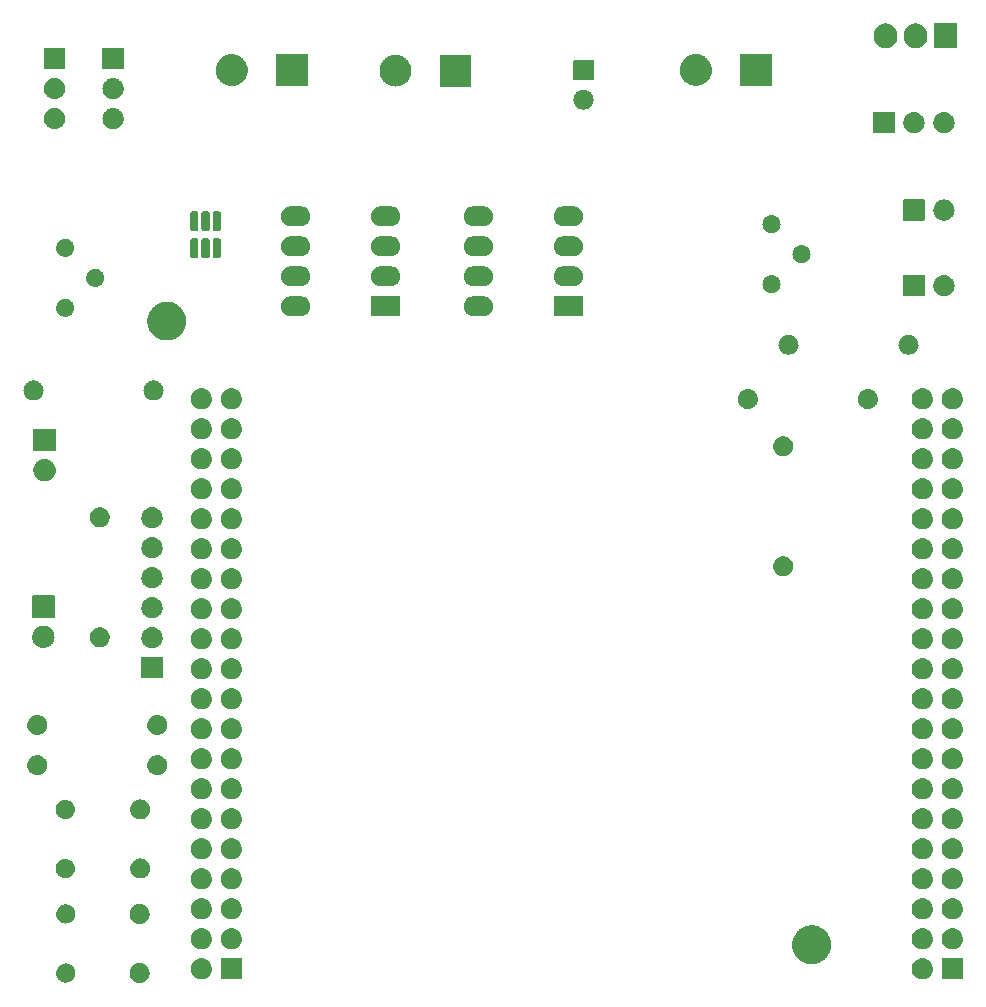
<source format=gbr>
%TF.GenerationSoftware,KiCad,Pcbnew,8.0.0*%
%TF.CreationDate,2024-10-06T10:03:27+02:00*%
%TF.ProjectId,Rayonnement_L476RG,5261796f-6e6e-4656-9d65-6e745f4c3437,rev?*%
%TF.SameCoordinates,Original*%
%TF.FileFunction,Soldermask,Top*%
%TF.FilePolarity,Negative*%
%FSLAX46Y46*%
G04 Gerber Fmt 4.6, Leading zero omitted, Abs format (unit mm)*
G04 Created by KiCad (PCBNEW 8.0.0) date 2024-10-06 10:03:27*
%MOMM*%
%LPD*%
G01*
G04 APERTURE LIST*
G04 APERTURE END LIST*
G36*
X139741140Y-142954656D02*
G01*
X139788849Y-142954656D01*
X139830045Y-142963412D01*
X139865706Y-142966925D01*
X139910513Y-142980516D01*
X139962664Y-142991602D01*
X139996030Y-143006457D01*
X140025052Y-143015261D01*
X140071167Y-143039910D01*
X140125000Y-143063878D01*
X140150031Y-143082064D01*
X140171897Y-143093752D01*
X140216497Y-143130355D01*
X140268761Y-143168327D01*
X140285731Y-143187174D01*
X140300612Y-143199387D01*
X140340608Y-143248122D01*
X140387664Y-143300383D01*
X140397547Y-143317502D01*
X140406247Y-143328102D01*
X140438427Y-143388307D01*
X140476514Y-143454274D01*
X140480894Y-143467757D01*
X140484738Y-143474947D01*
X140505926Y-143544796D01*
X140531425Y-143623275D01*
X140532322Y-143631816D01*
X140533074Y-143634293D01*
X140540385Y-143708522D01*
X140550000Y-143800000D01*
X140540384Y-143891485D01*
X140533074Y-143965706D01*
X140532322Y-143968182D01*
X140531425Y-143976725D01*
X140505921Y-144055217D01*
X140484738Y-144125052D01*
X140480895Y-144132240D01*
X140476514Y-144145726D01*
X140438420Y-144211704D01*
X140406247Y-144271897D01*
X140397549Y-144282494D01*
X140387664Y-144299617D01*
X140340599Y-144351888D01*
X140300612Y-144400612D01*
X140285734Y-144412821D01*
X140268761Y-144431673D01*
X140216486Y-144469652D01*
X140171897Y-144506247D01*
X140150036Y-144517931D01*
X140125000Y-144536122D01*
X140071155Y-144560094D01*
X140025052Y-144584738D01*
X139996037Y-144593539D01*
X139962664Y-144608398D01*
X139910502Y-144619485D01*
X139865706Y-144633074D01*
X139830053Y-144636585D01*
X139788849Y-144645344D01*
X139741130Y-144645344D01*
X139700000Y-144649395D01*
X139658870Y-144645344D01*
X139611151Y-144645344D01*
X139569946Y-144636585D01*
X139534293Y-144633074D01*
X139489493Y-144619484D01*
X139437336Y-144608398D01*
X139403964Y-144593540D01*
X139374947Y-144584738D01*
X139328838Y-144560092D01*
X139275000Y-144536122D01*
X139249966Y-144517933D01*
X139228102Y-144506247D01*
X139183504Y-144469646D01*
X139131239Y-144431673D01*
X139114267Y-144412824D01*
X139099387Y-144400612D01*
X139059389Y-144351875D01*
X139012336Y-144299617D01*
X139002452Y-144282498D01*
X138993752Y-144271897D01*
X138961565Y-144211681D01*
X138923486Y-144145726D01*
X138919105Y-144132245D01*
X138915261Y-144125052D01*
X138894063Y-144055171D01*
X138868575Y-143976725D01*
X138867677Y-143968187D01*
X138866925Y-143965706D01*
X138859599Y-143891334D01*
X138850000Y-143800000D01*
X138859598Y-143708674D01*
X138866925Y-143634293D01*
X138867677Y-143631811D01*
X138868575Y-143623275D01*
X138894058Y-143544842D01*
X138915261Y-143474947D01*
X138919106Y-143467752D01*
X138923486Y-143454274D01*
X138961558Y-143388330D01*
X138993752Y-143328102D01*
X139002454Y-143317498D01*
X139012336Y-143300383D01*
X139059380Y-143248134D01*
X139099387Y-143199387D01*
X139114271Y-143187171D01*
X139131239Y-143168327D01*
X139183493Y-143130361D01*
X139228102Y-143093752D01*
X139249971Y-143082062D01*
X139275000Y-143063878D01*
X139328826Y-143039912D01*
X139374947Y-143015261D01*
X139403971Y-143006456D01*
X139437336Y-142991602D01*
X139489482Y-142980517D01*
X139534293Y-142966925D01*
X139569955Y-142963412D01*
X139611151Y-142954656D01*
X139658860Y-142954656D01*
X139700000Y-142950604D01*
X139741140Y-142954656D01*
G37*
G36*
X133495556Y-142993133D02*
G01*
X133534807Y-142993133D01*
X133579087Y-143002544D01*
X133630687Y-143008359D01*
X133668208Y-143021487D01*
X133700708Y-143028396D01*
X133747540Y-143049247D01*
X133802314Y-143068413D01*
X133830826Y-143086328D01*
X133855655Y-143097383D01*
X133901957Y-143131023D01*
X133956274Y-143165153D01*
X133975777Y-143184656D01*
X133992873Y-143197077D01*
X134035132Y-143244011D01*
X134084847Y-143293726D01*
X134096284Y-143311928D01*
X134106364Y-143323123D01*
X134140846Y-143382848D01*
X134181587Y-143447686D01*
X134186673Y-143462222D01*
X134191169Y-143470009D01*
X134214195Y-143540878D01*
X134241641Y-143619313D01*
X134242681Y-143628547D01*
X134243582Y-143631319D01*
X134251747Y-143709004D01*
X134262000Y-143800000D01*
X134251746Y-143891003D01*
X134243582Y-143968680D01*
X134242681Y-143971450D01*
X134241641Y-143980687D01*
X134214191Y-144059134D01*
X134191169Y-144129990D01*
X134186674Y-144137774D01*
X134181587Y-144152314D01*
X134140839Y-144217163D01*
X134106364Y-144276876D01*
X134096286Y-144288068D01*
X134084847Y-144306274D01*
X134035123Y-144355997D01*
X133992873Y-144402922D01*
X133975781Y-144415339D01*
X133956274Y-144434847D01*
X133901947Y-144468982D01*
X133855655Y-144502616D01*
X133830831Y-144513668D01*
X133802314Y-144531587D01*
X133747529Y-144550756D01*
X133700708Y-144571603D01*
X133668213Y-144578509D01*
X133630687Y-144591641D01*
X133579084Y-144597455D01*
X133534807Y-144606867D01*
X133495556Y-144606867D01*
X133450000Y-144612000D01*
X133404444Y-144606867D01*
X133365193Y-144606867D01*
X133320914Y-144597455D01*
X133269313Y-144591641D01*
X133231787Y-144578510D01*
X133199291Y-144571603D01*
X133152465Y-144550754D01*
X133097686Y-144531587D01*
X133069170Y-144513669D01*
X133044344Y-144502616D01*
X132998045Y-144468978D01*
X132943726Y-144434847D01*
X132924221Y-144415342D01*
X132907126Y-144402922D01*
X132864866Y-144355987D01*
X132815153Y-144306274D01*
X132803715Y-144288072D01*
X132793635Y-144276876D01*
X132759148Y-144217143D01*
X132718413Y-144152314D01*
X132713327Y-144137779D01*
X132708830Y-144129990D01*
X132685794Y-144059094D01*
X132658359Y-143980687D01*
X132657318Y-143971455D01*
X132656417Y-143968680D01*
X132648238Y-143890871D01*
X132638000Y-143800000D01*
X132648238Y-143709136D01*
X132656417Y-143631319D01*
X132657319Y-143628542D01*
X132658359Y-143619313D01*
X132685790Y-143540918D01*
X132708830Y-143470009D01*
X132713328Y-143462218D01*
X132718413Y-143447686D01*
X132759141Y-143382867D01*
X132793635Y-143323123D01*
X132803718Y-143311924D01*
X132815153Y-143293726D01*
X132864858Y-143244020D01*
X132907128Y-143197075D01*
X132924227Y-143184651D01*
X132943726Y-143165153D01*
X132998030Y-143131031D01*
X133044342Y-143097384D01*
X133069175Y-143086327D01*
X133097686Y-143068413D01*
X133152455Y-143049248D01*
X133199291Y-143028396D01*
X133231793Y-143021487D01*
X133269313Y-143008359D01*
X133320912Y-143002545D01*
X133365193Y-142993133D01*
X133404444Y-142993133D01*
X133450000Y-142988000D01*
X133495556Y-142993133D01*
G37*
G36*
X148329135Y-142543806D02*
G01*
X148345356Y-142554645D01*
X148356195Y-142570866D01*
X148360001Y-142590000D01*
X148360001Y-144290000D01*
X148356195Y-144309134D01*
X148345356Y-144325355D01*
X148329135Y-144336194D01*
X148310001Y-144340000D01*
X146610001Y-144340000D01*
X146590867Y-144336194D01*
X146574646Y-144325355D01*
X146563807Y-144309134D01*
X146560001Y-144290000D01*
X146560001Y-142590000D01*
X146563807Y-142570866D01*
X146574646Y-142554645D01*
X146590867Y-142543806D01*
X146610001Y-142540000D01*
X148310001Y-142540000D01*
X148329135Y-142543806D01*
G37*
G36*
X209369134Y-142543806D02*
G01*
X209385355Y-142554645D01*
X209396194Y-142570866D01*
X209400000Y-142590000D01*
X209400000Y-144290000D01*
X209396194Y-144309134D01*
X209385355Y-144325355D01*
X209369134Y-144336194D01*
X209350000Y-144340000D01*
X207650000Y-144340000D01*
X207630866Y-144336194D01*
X207614645Y-144325355D01*
X207603806Y-144309134D01*
X207600000Y-144290000D01*
X207600000Y-142590000D01*
X207603806Y-142570866D01*
X207614645Y-142554645D01*
X207630866Y-142543806D01*
X207650000Y-142540000D01*
X209350000Y-142540000D01*
X209369134Y-142543806D01*
G37*
G36*
X144963922Y-142544930D02*
G01*
X145014077Y-142544930D01*
X145057386Y-142554135D01*
X145095461Y-142557886D01*
X145143297Y-142572396D01*
X145198116Y-142584049D01*
X145233192Y-142599665D01*
X145264187Y-142609068D01*
X145313443Y-142635396D01*
X145370001Y-142660577D01*
X145396295Y-142679680D01*
X145419674Y-142692177D01*
X145467368Y-142731318D01*
X145522219Y-142771170D01*
X145540026Y-142790947D01*
X145555969Y-142804031D01*
X145598809Y-142856232D01*
X145648116Y-142910993D01*
X145658475Y-142928935D01*
X145667823Y-142940326D01*
X145702399Y-143005015D01*
X145742192Y-143073937D01*
X145746769Y-143088026D01*
X145750932Y-143095813D01*
X145773876Y-143171450D01*
X145800334Y-143252879D01*
X145801265Y-143261741D01*
X145802114Y-143264539D01*
X145810378Y-143348448D01*
X145820001Y-143440000D01*
X145810377Y-143531559D01*
X145802114Y-143615460D01*
X145801265Y-143618256D01*
X145800334Y-143627121D01*
X145773871Y-143708563D01*
X145750932Y-143784186D01*
X145746770Y-143791971D01*
X145742192Y-143806063D01*
X145702392Y-143874997D01*
X145667823Y-143939673D01*
X145658477Y-143951060D01*
X145648116Y-143969007D01*
X145598800Y-144023777D01*
X145555969Y-144075968D01*
X145540030Y-144089048D01*
X145522219Y-144108830D01*
X145467357Y-144148688D01*
X145419674Y-144187822D01*
X145396300Y-144200315D01*
X145370001Y-144219423D01*
X145313432Y-144244608D01*
X145264187Y-144270931D01*
X145233199Y-144280330D01*
X145198116Y-144295951D01*
X145143286Y-144307605D01*
X145095461Y-144322113D01*
X145057395Y-144325862D01*
X145014077Y-144335070D01*
X144963912Y-144335070D01*
X144920001Y-144339395D01*
X144876090Y-144335070D01*
X144825925Y-144335070D01*
X144782606Y-144325862D01*
X144744540Y-144322113D01*
X144696712Y-144307604D01*
X144641886Y-144295951D01*
X144606804Y-144280331D01*
X144575814Y-144270931D01*
X144526563Y-144244606D01*
X144470001Y-144219423D01*
X144443704Y-144200317D01*
X144420327Y-144187822D01*
X144372635Y-144148682D01*
X144317783Y-144108830D01*
X144299974Y-144089051D01*
X144284032Y-144075968D01*
X144241190Y-144023765D01*
X144191886Y-143969007D01*
X144181527Y-143951065D01*
X144172178Y-143939673D01*
X144137595Y-143874974D01*
X144097810Y-143806063D01*
X144093232Y-143791976D01*
X144089069Y-143784186D01*
X144066115Y-143708517D01*
X144039668Y-143627121D01*
X144038736Y-143618261D01*
X144037887Y-143615460D01*
X144029608Y-143531408D01*
X144020001Y-143440000D01*
X144029607Y-143348599D01*
X144037887Y-143264539D01*
X144038737Y-143261736D01*
X144039668Y-143252879D01*
X144066110Y-143171496D01*
X144089069Y-143095813D01*
X144093233Y-143088021D01*
X144097810Y-143073937D01*
X144137588Y-143005038D01*
X144172178Y-142940326D01*
X144181529Y-142928931D01*
X144191886Y-142910993D01*
X144241181Y-142856245D01*
X144284032Y-142804031D01*
X144299977Y-142790944D01*
X144317783Y-142771170D01*
X144372624Y-142731325D01*
X144420327Y-142692177D01*
X144443709Y-142679678D01*
X144470001Y-142660577D01*
X144526552Y-142635398D01*
X144575814Y-142609068D01*
X144606811Y-142599664D01*
X144641886Y-142584049D01*
X144696701Y-142572397D01*
X144744540Y-142557886D01*
X144782615Y-142554135D01*
X144825925Y-142544930D01*
X144876080Y-142544930D01*
X144920001Y-142540604D01*
X144963922Y-142544930D01*
G37*
G36*
X206003921Y-142544930D02*
G01*
X206054076Y-142544930D01*
X206097385Y-142554135D01*
X206135460Y-142557886D01*
X206183296Y-142572396D01*
X206238115Y-142584049D01*
X206273191Y-142599665D01*
X206304186Y-142609068D01*
X206353442Y-142635396D01*
X206410000Y-142660577D01*
X206436294Y-142679680D01*
X206459673Y-142692177D01*
X206507367Y-142731318D01*
X206562218Y-142771170D01*
X206580025Y-142790947D01*
X206595968Y-142804031D01*
X206638808Y-142856232D01*
X206688115Y-142910993D01*
X206698474Y-142928935D01*
X206707822Y-142940326D01*
X206742398Y-143005015D01*
X206782191Y-143073937D01*
X206786768Y-143088026D01*
X206790931Y-143095813D01*
X206813875Y-143171450D01*
X206840333Y-143252879D01*
X206841264Y-143261741D01*
X206842113Y-143264539D01*
X206850377Y-143348448D01*
X206860000Y-143440000D01*
X206850376Y-143531559D01*
X206842113Y-143615460D01*
X206841264Y-143618256D01*
X206840333Y-143627121D01*
X206813870Y-143708563D01*
X206790931Y-143784186D01*
X206786769Y-143791971D01*
X206782191Y-143806063D01*
X206742391Y-143874997D01*
X206707822Y-143939673D01*
X206698476Y-143951060D01*
X206688115Y-143969007D01*
X206638799Y-144023777D01*
X206595968Y-144075968D01*
X206580029Y-144089048D01*
X206562218Y-144108830D01*
X206507356Y-144148688D01*
X206459673Y-144187822D01*
X206436299Y-144200315D01*
X206410000Y-144219423D01*
X206353431Y-144244608D01*
X206304186Y-144270931D01*
X206273198Y-144280330D01*
X206238115Y-144295951D01*
X206183285Y-144307605D01*
X206135460Y-144322113D01*
X206097394Y-144325862D01*
X206054076Y-144335070D01*
X206003911Y-144335070D01*
X205960000Y-144339395D01*
X205916089Y-144335070D01*
X205865924Y-144335070D01*
X205822605Y-144325862D01*
X205784539Y-144322113D01*
X205736711Y-144307604D01*
X205681885Y-144295951D01*
X205646803Y-144280331D01*
X205615813Y-144270931D01*
X205566562Y-144244606D01*
X205510000Y-144219423D01*
X205483703Y-144200317D01*
X205460326Y-144187822D01*
X205412634Y-144148682D01*
X205357782Y-144108830D01*
X205339973Y-144089051D01*
X205324031Y-144075968D01*
X205281189Y-144023765D01*
X205231885Y-143969007D01*
X205221526Y-143951065D01*
X205212177Y-143939673D01*
X205177594Y-143874974D01*
X205137809Y-143806063D01*
X205133231Y-143791976D01*
X205129068Y-143784186D01*
X205106114Y-143708517D01*
X205079667Y-143627121D01*
X205078735Y-143618261D01*
X205077886Y-143615460D01*
X205069607Y-143531408D01*
X205060000Y-143440000D01*
X205069606Y-143348599D01*
X205077886Y-143264539D01*
X205078736Y-143261736D01*
X205079667Y-143252879D01*
X205106109Y-143171496D01*
X205129068Y-143095813D01*
X205133232Y-143088021D01*
X205137809Y-143073937D01*
X205177587Y-143005038D01*
X205212177Y-142940326D01*
X205221528Y-142928931D01*
X205231885Y-142910993D01*
X205281180Y-142856245D01*
X205324031Y-142804031D01*
X205339976Y-142790944D01*
X205357782Y-142771170D01*
X205412623Y-142731325D01*
X205460326Y-142692177D01*
X205483708Y-142679678D01*
X205510000Y-142660577D01*
X205566551Y-142635398D01*
X205615813Y-142609068D01*
X205646810Y-142599664D01*
X205681885Y-142584049D01*
X205736700Y-142572397D01*
X205784539Y-142557886D01*
X205822614Y-142554135D01*
X205865924Y-142544930D01*
X205916079Y-142544930D01*
X205960000Y-142540604D01*
X206003921Y-142544930D01*
G37*
G36*
X196663062Y-139754963D02*
G01*
X196723278Y-139754963D01*
X196789075Y-139764880D01*
X196858117Y-139770314D01*
X196913767Y-139783674D01*
X196967079Y-139791710D01*
X197036747Y-139813199D01*
X197109878Y-139830757D01*
X197157160Y-139850342D01*
X197202687Y-139864385D01*
X197274160Y-139898804D01*
X197349084Y-139929839D01*
X197387544Y-139953407D01*
X197424825Y-139971361D01*
X197495734Y-140019706D01*
X197569846Y-140065122D01*
X197599522Y-140090468D01*
X197628537Y-140110250D01*
X197696287Y-140173113D01*
X197766726Y-140233274D01*
X197788116Y-140258318D01*
X197809278Y-140277954D01*
X197871151Y-140355540D01*
X197934878Y-140430154D01*
X197948891Y-140453021D01*
X197963007Y-140470722D01*
X198016239Y-140562924D01*
X198070161Y-140650916D01*
X198078082Y-140670039D01*
X198086282Y-140684242D01*
X198128106Y-140790809D01*
X198169243Y-140890122D01*
X198172644Y-140904291D01*
X198176359Y-140913755D01*
X198204174Y-141035622D01*
X198229686Y-141141883D01*
X198230347Y-141150291D01*
X198231225Y-141154135D01*
X198242663Y-141306780D01*
X198250000Y-141400000D01*
X198242662Y-141493226D01*
X198231225Y-141645864D01*
X198230347Y-141649706D01*
X198229686Y-141658117D01*
X198204170Y-141764396D01*
X198176359Y-141886244D01*
X198172645Y-141895706D01*
X198169243Y-141909878D01*
X198128098Y-142009208D01*
X198086282Y-142115757D01*
X198078083Y-142129957D01*
X198070161Y-142149084D01*
X198016229Y-142237092D01*
X197963007Y-142329277D01*
X197948893Y-142346973D01*
X197934878Y-142369846D01*
X197871139Y-142444473D01*
X197809278Y-142522045D01*
X197788120Y-142541676D01*
X197766726Y-142566726D01*
X197696274Y-142626897D01*
X197628537Y-142689749D01*
X197599528Y-142709527D01*
X197569846Y-142734878D01*
X197495720Y-142780302D01*
X197424825Y-142828638D01*
X197387552Y-142846587D01*
X197349084Y-142870161D01*
X197274145Y-142901201D01*
X197202687Y-142935614D01*
X197157170Y-142949653D01*
X197109878Y-142969243D01*
X197036733Y-142986803D01*
X196967079Y-143008289D01*
X196913776Y-143016323D01*
X196858117Y-143029686D01*
X196789072Y-143035119D01*
X196723278Y-143045037D01*
X196663062Y-143045037D01*
X196600000Y-143050000D01*
X196536938Y-143045037D01*
X196476722Y-143045037D01*
X196410927Y-143035119D01*
X196341883Y-143029686D01*
X196286225Y-143016323D01*
X196232920Y-143008289D01*
X196163262Y-142986802D01*
X196090122Y-142969243D01*
X196042832Y-142949655D01*
X195997312Y-142935614D01*
X195925849Y-142901199D01*
X195850916Y-142870161D01*
X195812448Y-142846587D01*
X195775175Y-142828638D01*
X195704276Y-142780300D01*
X195630154Y-142734878D01*
X195600475Y-142709529D01*
X195571462Y-142689749D01*
X195503713Y-142626886D01*
X195433274Y-142566726D01*
X195411883Y-142541681D01*
X195390721Y-142522045D01*
X195328845Y-142444455D01*
X195265122Y-142369846D01*
X195251109Y-142346979D01*
X195236992Y-142329277D01*
X195183753Y-142237063D01*
X195129839Y-142149084D01*
X195121919Y-142129963D01*
X195113717Y-142115757D01*
X195071881Y-142009162D01*
X195030757Y-141909878D01*
X195027356Y-141895712D01*
X195023640Y-141886244D01*
X194995809Y-141764312D01*
X194970314Y-141658117D01*
X194969652Y-141649713D01*
X194968774Y-141645864D01*
X194957316Y-141492961D01*
X194950000Y-141400000D01*
X194957315Y-141307046D01*
X194968774Y-141154135D01*
X194969652Y-141150284D01*
X194970314Y-141141883D01*
X194995804Y-141035706D01*
X195023640Y-140913755D01*
X195027356Y-140904284D01*
X195030757Y-140890122D01*
X195071874Y-140790855D01*
X195113717Y-140684242D01*
X195121920Y-140670033D01*
X195129839Y-140650916D01*
X195183743Y-140562952D01*
X195236992Y-140470722D01*
X195251111Y-140453016D01*
X195265122Y-140430154D01*
X195328832Y-140355558D01*
X195390721Y-140277954D01*
X195411887Y-140258314D01*
X195433274Y-140233274D01*
X195503699Y-140173124D01*
X195571462Y-140110250D01*
X195600481Y-140090465D01*
X195630154Y-140065122D01*
X195704262Y-140019708D01*
X195775175Y-139971361D01*
X195812455Y-139953407D01*
X195850916Y-139929839D01*
X195925835Y-139898806D01*
X195997312Y-139864385D01*
X196042842Y-139850340D01*
X196090122Y-139830757D01*
X196163247Y-139813200D01*
X196232920Y-139791710D01*
X196286234Y-139783674D01*
X196341883Y-139770314D01*
X196410923Y-139764880D01*
X196476722Y-139754963D01*
X196536938Y-139754963D01*
X196600000Y-139750000D01*
X196663062Y-139754963D01*
G37*
G36*
X144963922Y-140004930D02*
G01*
X145014077Y-140004930D01*
X145057386Y-140014135D01*
X145095461Y-140017886D01*
X145143297Y-140032396D01*
X145198116Y-140044049D01*
X145233192Y-140059665D01*
X145264187Y-140069068D01*
X145313443Y-140095396D01*
X145370001Y-140120577D01*
X145396295Y-140139680D01*
X145419674Y-140152177D01*
X145467368Y-140191318D01*
X145522219Y-140231170D01*
X145540026Y-140250947D01*
X145555969Y-140264031D01*
X145598809Y-140316232D01*
X145648116Y-140370993D01*
X145658475Y-140388935D01*
X145667823Y-140400326D01*
X145702399Y-140465015D01*
X145742192Y-140533937D01*
X145746769Y-140548026D01*
X145750932Y-140555813D01*
X145773876Y-140631450D01*
X145800334Y-140712879D01*
X145801265Y-140721741D01*
X145802114Y-140724539D01*
X145810378Y-140808448D01*
X145820001Y-140900000D01*
X145810377Y-140991559D01*
X145802114Y-141075460D01*
X145801265Y-141078256D01*
X145800334Y-141087121D01*
X145773871Y-141168563D01*
X145750932Y-141244186D01*
X145746770Y-141251971D01*
X145742192Y-141266063D01*
X145702392Y-141334997D01*
X145667823Y-141399673D01*
X145658477Y-141411060D01*
X145648116Y-141429007D01*
X145598800Y-141483777D01*
X145555969Y-141535968D01*
X145540030Y-141549048D01*
X145522219Y-141568830D01*
X145467357Y-141608688D01*
X145419674Y-141647822D01*
X145396300Y-141660315D01*
X145370001Y-141679423D01*
X145313432Y-141704608D01*
X145264187Y-141730931D01*
X145233199Y-141740330D01*
X145198116Y-141755951D01*
X145143286Y-141767605D01*
X145095461Y-141782113D01*
X145057395Y-141785862D01*
X145014077Y-141795070D01*
X144963912Y-141795070D01*
X144920001Y-141799395D01*
X144876090Y-141795070D01*
X144825925Y-141795070D01*
X144782606Y-141785862D01*
X144744540Y-141782113D01*
X144696712Y-141767604D01*
X144641886Y-141755951D01*
X144606804Y-141740331D01*
X144575814Y-141730931D01*
X144526563Y-141704606D01*
X144470001Y-141679423D01*
X144443704Y-141660317D01*
X144420327Y-141647822D01*
X144372635Y-141608682D01*
X144317783Y-141568830D01*
X144299974Y-141549051D01*
X144284032Y-141535968D01*
X144241190Y-141483765D01*
X144191886Y-141429007D01*
X144181527Y-141411065D01*
X144172178Y-141399673D01*
X144137595Y-141334974D01*
X144097810Y-141266063D01*
X144093232Y-141251976D01*
X144089069Y-141244186D01*
X144066115Y-141168517D01*
X144039668Y-141087121D01*
X144038736Y-141078261D01*
X144037887Y-141075460D01*
X144029608Y-140991408D01*
X144020001Y-140900000D01*
X144029607Y-140808599D01*
X144037887Y-140724539D01*
X144038737Y-140721736D01*
X144039668Y-140712879D01*
X144066110Y-140631496D01*
X144089069Y-140555813D01*
X144093233Y-140548021D01*
X144097810Y-140533937D01*
X144137588Y-140465038D01*
X144172178Y-140400326D01*
X144181529Y-140388931D01*
X144191886Y-140370993D01*
X144241181Y-140316245D01*
X144284032Y-140264031D01*
X144299977Y-140250944D01*
X144317783Y-140231170D01*
X144372624Y-140191325D01*
X144420327Y-140152177D01*
X144443709Y-140139678D01*
X144470001Y-140120577D01*
X144526552Y-140095398D01*
X144575814Y-140069068D01*
X144606811Y-140059664D01*
X144641886Y-140044049D01*
X144696701Y-140032397D01*
X144744540Y-140017886D01*
X144782615Y-140014135D01*
X144825925Y-140004930D01*
X144876080Y-140004930D01*
X144920001Y-140000604D01*
X144963922Y-140004930D01*
G37*
G36*
X147503922Y-140004930D02*
G01*
X147554077Y-140004930D01*
X147597386Y-140014135D01*
X147635461Y-140017886D01*
X147683297Y-140032396D01*
X147738116Y-140044049D01*
X147773192Y-140059665D01*
X147804187Y-140069068D01*
X147853443Y-140095396D01*
X147910001Y-140120577D01*
X147936295Y-140139680D01*
X147959674Y-140152177D01*
X148007368Y-140191318D01*
X148062219Y-140231170D01*
X148080026Y-140250947D01*
X148095969Y-140264031D01*
X148138809Y-140316232D01*
X148188116Y-140370993D01*
X148198475Y-140388935D01*
X148207823Y-140400326D01*
X148242399Y-140465015D01*
X148282192Y-140533937D01*
X148286769Y-140548026D01*
X148290932Y-140555813D01*
X148313876Y-140631450D01*
X148340334Y-140712879D01*
X148341265Y-140721741D01*
X148342114Y-140724539D01*
X148350378Y-140808448D01*
X148360001Y-140900000D01*
X148350377Y-140991559D01*
X148342114Y-141075460D01*
X148341265Y-141078256D01*
X148340334Y-141087121D01*
X148313871Y-141168563D01*
X148290932Y-141244186D01*
X148286770Y-141251971D01*
X148282192Y-141266063D01*
X148242392Y-141334997D01*
X148207823Y-141399673D01*
X148198477Y-141411060D01*
X148188116Y-141429007D01*
X148138800Y-141483777D01*
X148095969Y-141535968D01*
X148080030Y-141549048D01*
X148062219Y-141568830D01*
X148007357Y-141608688D01*
X147959674Y-141647822D01*
X147936300Y-141660315D01*
X147910001Y-141679423D01*
X147853432Y-141704608D01*
X147804187Y-141730931D01*
X147773199Y-141740330D01*
X147738116Y-141755951D01*
X147683286Y-141767605D01*
X147635461Y-141782113D01*
X147597395Y-141785862D01*
X147554077Y-141795070D01*
X147503912Y-141795070D01*
X147460001Y-141799395D01*
X147416090Y-141795070D01*
X147365925Y-141795070D01*
X147322606Y-141785862D01*
X147284540Y-141782113D01*
X147236712Y-141767604D01*
X147181886Y-141755951D01*
X147146804Y-141740331D01*
X147115814Y-141730931D01*
X147066563Y-141704606D01*
X147010001Y-141679423D01*
X146983704Y-141660317D01*
X146960327Y-141647822D01*
X146912635Y-141608682D01*
X146857783Y-141568830D01*
X146839974Y-141549051D01*
X146824032Y-141535968D01*
X146781190Y-141483765D01*
X146731886Y-141429007D01*
X146721527Y-141411065D01*
X146712178Y-141399673D01*
X146677595Y-141334974D01*
X146637810Y-141266063D01*
X146633232Y-141251976D01*
X146629069Y-141244186D01*
X146606115Y-141168517D01*
X146579668Y-141087121D01*
X146578736Y-141078261D01*
X146577887Y-141075460D01*
X146569608Y-140991408D01*
X146560001Y-140900000D01*
X146569607Y-140808599D01*
X146577887Y-140724539D01*
X146578737Y-140721736D01*
X146579668Y-140712879D01*
X146606110Y-140631496D01*
X146629069Y-140555813D01*
X146633233Y-140548021D01*
X146637810Y-140533937D01*
X146677588Y-140465038D01*
X146712178Y-140400326D01*
X146721529Y-140388931D01*
X146731886Y-140370993D01*
X146781181Y-140316245D01*
X146824032Y-140264031D01*
X146839977Y-140250944D01*
X146857783Y-140231170D01*
X146912624Y-140191325D01*
X146960327Y-140152177D01*
X146983709Y-140139678D01*
X147010001Y-140120577D01*
X147066552Y-140095398D01*
X147115814Y-140069068D01*
X147146811Y-140059664D01*
X147181886Y-140044049D01*
X147236701Y-140032397D01*
X147284540Y-140017886D01*
X147322615Y-140014135D01*
X147365925Y-140004930D01*
X147416080Y-140004930D01*
X147460001Y-140000604D01*
X147503922Y-140004930D01*
G37*
G36*
X206003921Y-140004930D02*
G01*
X206054076Y-140004930D01*
X206097385Y-140014135D01*
X206135460Y-140017886D01*
X206183296Y-140032396D01*
X206238115Y-140044049D01*
X206273191Y-140059665D01*
X206304186Y-140069068D01*
X206353442Y-140095396D01*
X206410000Y-140120577D01*
X206436294Y-140139680D01*
X206459673Y-140152177D01*
X206507367Y-140191318D01*
X206562218Y-140231170D01*
X206580025Y-140250947D01*
X206595968Y-140264031D01*
X206638808Y-140316232D01*
X206688115Y-140370993D01*
X206698474Y-140388935D01*
X206707822Y-140400326D01*
X206742398Y-140465015D01*
X206782191Y-140533937D01*
X206786768Y-140548026D01*
X206790931Y-140555813D01*
X206813875Y-140631450D01*
X206840333Y-140712879D01*
X206841264Y-140721741D01*
X206842113Y-140724539D01*
X206850377Y-140808448D01*
X206860000Y-140900000D01*
X206850376Y-140991559D01*
X206842113Y-141075460D01*
X206841264Y-141078256D01*
X206840333Y-141087121D01*
X206813870Y-141168563D01*
X206790931Y-141244186D01*
X206786769Y-141251971D01*
X206782191Y-141266063D01*
X206742391Y-141334997D01*
X206707822Y-141399673D01*
X206698476Y-141411060D01*
X206688115Y-141429007D01*
X206638799Y-141483777D01*
X206595968Y-141535968D01*
X206580029Y-141549048D01*
X206562218Y-141568830D01*
X206507356Y-141608688D01*
X206459673Y-141647822D01*
X206436299Y-141660315D01*
X206410000Y-141679423D01*
X206353431Y-141704608D01*
X206304186Y-141730931D01*
X206273198Y-141740330D01*
X206238115Y-141755951D01*
X206183285Y-141767605D01*
X206135460Y-141782113D01*
X206097394Y-141785862D01*
X206054076Y-141795070D01*
X206003911Y-141795070D01*
X205960000Y-141799395D01*
X205916089Y-141795070D01*
X205865924Y-141795070D01*
X205822605Y-141785862D01*
X205784539Y-141782113D01*
X205736711Y-141767604D01*
X205681885Y-141755951D01*
X205646803Y-141740331D01*
X205615813Y-141730931D01*
X205566562Y-141704606D01*
X205510000Y-141679423D01*
X205483703Y-141660317D01*
X205460326Y-141647822D01*
X205412634Y-141608682D01*
X205357782Y-141568830D01*
X205339973Y-141549051D01*
X205324031Y-141535968D01*
X205281189Y-141483765D01*
X205231885Y-141429007D01*
X205221526Y-141411065D01*
X205212177Y-141399673D01*
X205177594Y-141334974D01*
X205137809Y-141266063D01*
X205133231Y-141251976D01*
X205129068Y-141244186D01*
X205106114Y-141168517D01*
X205079667Y-141087121D01*
X205078735Y-141078261D01*
X205077886Y-141075460D01*
X205069607Y-140991408D01*
X205060000Y-140900000D01*
X205069606Y-140808599D01*
X205077886Y-140724539D01*
X205078736Y-140721736D01*
X205079667Y-140712879D01*
X205106109Y-140631496D01*
X205129068Y-140555813D01*
X205133232Y-140548021D01*
X205137809Y-140533937D01*
X205177587Y-140465038D01*
X205212177Y-140400326D01*
X205221528Y-140388931D01*
X205231885Y-140370993D01*
X205281180Y-140316245D01*
X205324031Y-140264031D01*
X205339976Y-140250944D01*
X205357782Y-140231170D01*
X205412623Y-140191325D01*
X205460326Y-140152177D01*
X205483708Y-140139678D01*
X205510000Y-140120577D01*
X205566551Y-140095398D01*
X205615813Y-140069068D01*
X205646810Y-140059664D01*
X205681885Y-140044049D01*
X205736700Y-140032397D01*
X205784539Y-140017886D01*
X205822614Y-140014135D01*
X205865924Y-140004930D01*
X205916079Y-140004930D01*
X205960000Y-140000604D01*
X206003921Y-140004930D01*
G37*
G36*
X208543921Y-140004930D02*
G01*
X208594076Y-140004930D01*
X208637385Y-140014135D01*
X208675460Y-140017886D01*
X208723296Y-140032396D01*
X208778115Y-140044049D01*
X208813191Y-140059665D01*
X208844186Y-140069068D01*
X208893442Y-140095396D01*
X208950000Y-140120577D01*
X208976294Y-140139680D01*
X208999673Y-140152177D01*
X209047367Y-140191318D01*
X209102218Y-140231170D01*
X209120025Y-140250947D01*
X209135968Y-140264031D01*
X209178808Y-140316232D01*
X209228115Y-140370993D01*
X209238474Y-140388935D01*
X209247822Y-140400326D01*
X209282398Y-140465015D01*
X209322191Y-140533937D01*
X209326768Y-140548026D01*
X209330931Y-140555813D01*
X209353875Y-140631450D01*
X209380333Y-140712879D01*
X209381264Y-140721741D01*
X209382113Y-140724539D01*
X209390377Y-140808448D01*
X209400000Y-140900000D01*
X209390376Y-140991559D01*
X209382113Y-141075460D01*
X209381264Y-141078256D01*
X209380333Y-141087121D01*
X209353870Y-141168563D01*
X209330931Y-141244186D01*
X209326769Y-141251971D01*
X209322191Y-141266063D01*
X209282391Y-141334997D01*
X209247822Y-141399673D01*
X209238476Y-141411060D01*
X209228115Y-141429007D01*
X209178799Y-141483777D01*
X209135968Y-141535968D01*
X209120029Y-141549048D01*
X209102218Y-141568830D01*
X209047356Y-141608688D01*
X208999673Y-141647822D01*
X208976299Y-141660315D01*
X208950000Y-141679423D01*
X208893431Y-141704608D01*
X208844186Y-141730931D01*
X208813198Y-141740330D01*
X208778115Y-141755951D01*
X208723285Y-141767605D01*
X208675460Y-141782113D01*
X208637394Y-141785862D01*
X208594076Y-141795070D01*
X208543911Y-141795070D01*
X208500000Y-141799395D01*
X208456089Y-141795070D01*
X208405924Y-141795070D01*
X208362605Y-141785862D01*
X208324539Y-141782113D01*
X208276711Y-141767604D01*
X208221885Y-141755951D01*
X208186803Y-141740331D01*
X208155813Y-141730931D01*
X208106562Y-141704606D01*
X208050000Y-141679423D01*
X208023703Y-141660317D01*
X208000326Y-141647822D01*
X207952634Y-141608682D01*
X207897782Y-141568830D01*
X207879973Y-141549051D01*
X207864031Y-141535968D01*
X207821189Y-141483765D01*
X207771885Y-141429007D01*
X207761526Y-141411065D01*
X207752177Y-141399673D01*
X207717594Y-141334974D01*
X207677809Y-141266063D01*
X207673231Y-141251976D01*
X207669068Y-141244186D01*
X207646114Y-141168517D01*
X207619667Y-141087121D01*
X207618735Y-141078261D01*
X207617886Y-141075460D01*
X207609607Y-140991408D01*
X207600000Y-140900000D01*
X207609606Y-140808599D01*
X207617886Y-140724539D01*
X207618736Y-140721736D01*
X207619667Y-140712879D01*
X207646109Y-140631496D01*
X207669068Y-140555813D01*
X207673232Y-140548021D01*
X207677809Y-140533937D01*
X207717587Y-140465038D01*
X207752177Y-140400326D01*
X207761528Y-140388931D01*
X207771885Y-140370993D01*
X207821180Y-140316245D01*
X207864031Y-140264031D01*
X207879976Y-140250944D01*
X207897782Y-140231170D01*
X207952623Y-140191325D01*
X208000326Y-140152177D01*
X208023708Y-140139678D01*
X208050000Y-140120577D01*
X208106551Y-140095398D01*
X208155813Y-140069068D01*
X208186810Y-140059664D01*
X208221885Y-140044049D01*
X208276700Y-140032397D01*
X208324539Y-140017886D01*
X208362614Y-140014135D01*
X208405924Y-140004930D01*
X208456079Y-140004930D01*
X208500000Y-140000604D01*
X208543921Y-140004930D01*
G37*
G36*
X139741140Y-137954656D02*
G01*
X139788849Y-137954656D01*
X139830045Y-137963412D01*
X139865706Y-137966925D01*
X139910513Y-137980516D01*
X139962664Y-137991602D01*
X139996030Y-138006457D01*
X140025052Y-138015261D01*
X140071167Y-138039910D01*
X140125000Y-138063878D01*
X140150031Y-138082064D01*
X140171897Y-138093752D01*
X140216497Y-138130355D01*
X140268761Y-138168327D01*
X140285731Y-138187174D01*
X140300612Y-138199387D01*
X140340608Y-138248122D01*
X140387664Y-138300383D01*
X140397547Y-138317502D01*
X140406247Y-138328102D01*
X140438427Y-138388307D01*
X140476514Y-138454274D01*
X140480894Y-138467757D01*
X140484738Y-138474947D01*
X140505926Y-138544796D01*
X140531425Y-138623275D01*
X140532322Y-138631816D01*
X140533074Y-138634293D01*
X140540385Y-138708522D01*
X140550000Y-138800000D01*
X140540384Y-138891485D01*
X140533074Y-138965706D01*
X140532322Y-138968182D01*
X140531425Y-138976725D01*
X140505921Y-139055217D01*
X140484738Y-139125052D01*
X140480895Y-139132240D01*
X140476514Y-139145726D01*
X140438420Y-139211704D01*
X140406247Y-139271897D01*
X140397549Y-139282494D01*
X140387664Y-139299617D01*
X140340599Y-139351888D01*
X140300612Y-139400612D01*
X140285734Y-139412821D01*
X140268761Y-139431673D01*
X140216486Y-139469652D01*
X140171897Y-139506247D01*
X140150036Y-139517931D01*
X140125000Y-139536122D01*
X140071155Y-139560094D01*
X140025052Y-139584738D01*
X139996037Y-139593539D01*
X139962664Y-139608398D01*
X139910502Y-139619485D01*
X139865706Y-139633074D01*
X139830053Y-139636585D01*
X139788849Y-139645344D01*
X139741130Y-139645344D01*
X139700000Y-139649395D01*
X139658870Y-139645344D01*
X139611151Y-139645344D01*
X139569946Y-139636585D01*
X139534293Y-139633074D01*
X139489493Y-139619484D01*
X139437336Y-139608398D01*
X139403964Y-139593540D01*
X139374947Y-139584738D01*
X139328838Y-139560092D01*
X139275000Y-139536122D01*
X139249966Y-139517933D01*
X139228102Y-139506247D01*
X139183504Y-139469646D01*
X139131239Y-139431673D01*
X139114267Y-139412824D01*
X139099387Y-139400612D01*
X139059389Y-139351875D01*
X139012336Y-139299617D01*
X139002452Y-139282498D01*
X138993752Y-139271897D01*
X138961565Y-139211681D01*
X138923486Y-139145726D01*
X138919105Y-139132245D01*
X138915261Y-139125052D01*
X138894063Y-139055171D01*
X138868575Y-138976725D01*
X138867677Y-138968187D01*
X138866925Y-138965706D01*
X138859599Y-138891334D01*
X138850000Y-138800000D01*
X138859598Y-138708674D01*
X138866925Y-138634293D01*
X138867677Y-138631811D01*
X138868575Y-138623275D01*
X138894058Y-138544842D01*
X138915261Y-138474947D01*
X138919106Y-138467752D01*
X138923486Y-138454274D01*
X138961558Y-138388330D01*
X138993752Y-138328102D01*
X139002454Y-138317498D01*
X139012336Y-138300383D01*
X139059380Y-138248134D01*
X139099387Y-138199387D01*
X139114271Y-138187171D01*
X139131239Y-138168327D01*
X139183493Y-138130361D01*
X139228102Y-138093752D01*
X139249971Y-138082062D01*
X139275000Y-138063878D01*
X139328826Y-138039912D01*
X139374947Y-138015261D01*
X139403971Y-138006456D01*
X139437336Y-137991602D01*
X139489482Y-137980517D01*
X139534293Y-137966925D01*
X139569955Y-137963412D01*
X139611151Y-137954656D01*
X139658860Y-137954656D01*
X139700000Y-137950604D01*
X139741140Y-137954656D01*
G37*
G36*
X133495556Y-137993133D02*
G01*
X133534807Y-137993133D01*
X133579087Y-138002544D01*
X133630687Y-138008359D01*
X133668208Y-138021487D01*
X133700708Y-138028396D01*
X133747540Y-138049247D01*
X133802314Y-138068413D01*
X133830826Y-138086328D01*
X133855655Y-138097383D01*
X133901957Y-138131023D01*
X133956274Y-138165153D01*
X133975777Y-138184656D01*
X133992873Y-138197077D01*
X134035132Y-138244011D01*
X134084847Y-138293726D01*
X134096284Y-138311928D01*
X134106364Y-138323123D01*
X134140846Y-138382848D01*
X134181587Y-138447686D01*
X134186673Y-138462222D01*
X134191169Y-138470009D01*
X134214195Y-138540878D01*
X134241641Y-138619313D01*
X134242681Y-138628547D01*
X134243582Y-138631319D01*
X134251747Y-138709004D01*
X134262000Y-138800000D01*
X134251746Y-138891003D01*
X134243582Y-138968680D01*
X134242681Y-138971450D01*
X134241641Y-138980687D01*
X134214191Y-139059134D01*
X134191169Y-139129990D01*
X134186674Y-139137774D01*
X134181587Y-139152314D01*
X134140839Y-139217163D01*
X134106364Y-139276876D01*
X134096286Y-139288068D01*
X134084847Y-139306274D01*
X134035123Y-139355997D01*
X133992873Y-139402922D01*
X133975781Y-139415339D01*
X133956274Y-139434847D01*
X133901947Y-139468982D01*
X133855655Y-139502616D01*
X133830831Y-139513668D01*
X133802314Y-139531587D01*
X133747529Y-139550756D01*
X133700708Y-139571603D01*
X133668213Y-139578509D01*
X133630687Y-139591641D01*
X133579084Y-139597455D01*
X133534807Y-139606867D01*
X133495556Y-139606867D01*
X133450000Y-139612000D01*
X133404444Y-139606867D01*
X133365193Y-139606867D01*
X133320914Y-139597455D01*
X133269313Y-139591641D01*
X133231787Y-139578510D01*
X133199291Y-139571603D01*
X133152465Y-139550754D01*
X133097686Y-139531587D01*
X133069170Y-139513669D01*
X133044344Y-139502616D01*
X132998045Y-139468978D01*
X132943726Y-139434847D01*
X132924221Y-139415342D01*
X132907126Y-139402922D01*
X132864866Y-139355987D01*
X132815153Y-139306274D01*
X132803715Y-139288072D01*
X132793635Y-139276876D01*
X132759148Y-139217143D01*
X132718413Y-139152314D01*
X132713327Y-139137779D01*
X132708830Y-139129990D01*
X132685794Y-139059094D01*
X132658359Y-138980687D01*
X132657318Y-138971455D01*
X132656417Y-138968680D01*
X132648238Y-138890871D01*
X132638000Y-138800000D01*
X132648238Y-138709136D01*
X132656417Y-138631319D01*
X132657319Y-138628542D01*
X132658359Y-138619313D01*
X132685790Y-138540918D01*
X132708830Y-138470009D01*
X132713328Y-138462218D01*
X132718413Y-138447686D01*
X132759141Y-138382867D01*
X132793635Y-138323123D01*
X132803718Y-138311924D01*
X132815153Y-138293726D01*
X132864858Y-138244020D01*
X132907128Y-138197075D01*
X132924227Y-138184651D01*
X132943726Y-138165153D01*
X132998030Y-138131031D01*
X133044342Y-138097384D01*
X133069175Y-138086327D01*
X133097686Y-138068413D01*
X133152455Y-138049248D01*
X133199291Y-138028396D01*
X133231793Y-138021487D01*
X133269313Y-138008359D01*
X133320912Y-138002545D01*
X133365193Y-137993133D01*
X133404444Y-137993133D01*
X133450000Y-137988000D01*
X133495556Y-137993133D01*
G37*
G36*
X144963922Y-137464930D02*
G01*
X145014077Y-137464930D01*
X145057386Y-137474135D01*
X145095461Y-137477886D01*
X145143297Y-137492396D01*
X145198116Y-137504049D01*
X145233192Y-137519665D01*
X145264187Y-137529068D01*
X145313443Y-137555396D01*
X145370001Y-137580577D01*
X145396295Y-137599680D01*
X145419674Y-137612177D01*
X145467368Y-137651318D01*
X145522219Y-137691170D01*
X145540026Y-137710947D01*
X145555969Y-137724031D01*
X145598809Y-137776232D01*
X145648116Y-137830993D01*
X145658475Y-137848935D01*
X145667823Y-137860326D01*
X145702399Y-137925015D01*
X145742192Y-137993937D01*
X145746769Y-138008026D01*
X145750932Y-138015813D01*
X145773876Y-138091450D01*
X145800334Y-138172879D01*
X145801265Y-138181741D01*
X145802114Y-138184539D01*
X145810378Y-138268448D01*
X145820001Y-138360000D01*
X145810377Y-138451559D01*
X145802114Y-138535460D01*
X145801265Y-138538256D01*
X145800334Y-138547121D01*
X145773871Y-138628563D01*
X145750932Y-138704186D01*
X145746770Y-138711971D01*
X145742192Y-138726063D01*
X145702392Y-138794997D01*
X145667823Y-138859673D01*
X145658477Y-138871060D01*
X145648116Y-138889007D01*
X145598800Y-138943777D01*
X145555969Y-138995968D01*
X145540030Y-139009048D01*
X145522219Y-139028830D01*
X145467357Y-139068688D01*
X145419674Y-139107822D01*
X145396300Y-139120315D01*
X145370001Y-139139423D01*
X145313432Y-139164608D01*
X145264187Y-139190931D01*
X145233199Y-139200330D01*
X145198116Y-139215951D01*
X145143286Y-139227605D01*
X145095461Y-139242113D01*
X145057395Y-139245862D01*
X145014077Y-139255070D01*
X144963912Y-139255070D01*
X144920001Y-139259395D01*
X144876090Y-139255070D01*
X144825925Y-139255070D01*
X144782606Y-139245862D01*
X144744540Y-139242113D01*
X144696712Y-139227604D01*
X144641886Y-139215951D01*
X144606804Y-139200331D01*
X144575814Y-139190931D01*
X144526563Y-139164606D01*
X144470001Y-139139423D01*
X144443704Y-139120317D01*
X144420327Y-139107822D01*
X144372635Y-139068682D01*
X144317783Y-139028830D01*
X144299974Y-139009051D01*
X144284032Y-138995968D01*
X144241190Y-138943765D01*
X144191886Y-138889007D01*
X144181527Y-138871065D01*
X144172178Y-138859673D01*
X144137595Y-138794974D01*
X144097810Y-138726063D01*
X144093232Y-138711976D01*
X144089069Y-138704186D01*
X144066115Y-138628517D01*
X144039668Y-138547121D01*
X144038736Y-138538261D01*
X144037887Y-138535460D01*
X144029608Y-138451408D01*
X144020001Y-138360000D01*
X144029607Y-138268599D01*
X144037887Y-138184539D01*
X144038737Y-138181736D01*
X144039668Y-138172879D01*
X144066110Y-138091496D01*
X144089069Y-138015813D01*
X144093233Y-138008021D01*
X144097810Y-137993937D01*
X144137588Y-137925038D01*
X144172178Y-137860326D01*
X144181529Y-137848931D01*
X144191886Y-137830993D01*
X144241181Y-137776245D01*
X144284032Y-137724031D01*
X144299977Y-137710944D01*
X144317783Y-137691170D01*
X144372624Y-137651325D01*
X144420327Y-137612177D01*
X144443709Y-137599678D01*
X144470001Y-137580577D01*
X144526552Y-137555398D01*
X144575814Y-137529068D01*
X144606811Y-137519664D01*
X144641886Y-137504049D01*
X144696701Y-137492397D01*
X144744540Y-137477886D01*
X144782615Y-137474135D01*
X144825925Y-137464930D01*
X144876080Y-137464930D01*
X144920001Y-137460604D01*
X144963922Y-137464930D01*
G37*
G36*
X147503922Y-137464930D02*
G01*
X147554077Y-137464930D01*
X147597386Y-137474135D01*
X147635461Y-137477886D01*
X147683297Y-137492396D01*
X147738116Y-137504049D01*
X147773192Y-137519665D01*
X147804187Y-137529068D01*
X147853443Y-137555396D01*
X147910001Y-137580577D01*
X147936295Y-137599680D01*
X147959674Y-137612177D01*
X148007368Y-137651318D01*
X148062219Y-137691170D01*
X148080026Y-137710947D01*
X148095969Y-137724031D01*
X148138809Y-137776232D01*
X148188116Y-137830993D01*
X148198475Y-137848935D01*
X148207823Y-137860326D01*
X148242399Y-137925015D01*
X148282192Y-137993937D01*
X148286769Y-138008026D01*
X148290932Y-138015813D01*
X148313876Y-138091450D01*
X148340334Y-138172879D01*
X148341265Y-138181741D01*
X148342114Y-138184539D01*
X148350378Y-138268448D01*
X148360001Y-138360000D01*
X148350377Y-138451559D01*
X148342114Y-138535460D01*
X148341265Y-138538256D01*
X148340334Y-138547121D01*
X148313871Y-138628563D01*
X148290932Y-138704186D01*
X148286770Y-138711971D01*
X148282192Y-138726063D01*
X148242392Y-138794997D01*
X148207823Y-138859673D01*
X148198477Y-138871060D01*
X148188116Y-138889007D01*
X148138800Y-138943777D01*
X148095969Y-138995968D01*
X148080030Y-139009048D01*
X148062219Y-139028830D01*
X148007357Y-139068688D01*
X147959674Y-139107822D01*
X147936300Y-139120315D01*
X147910001Y-139139423D01*
X147853432Y-139164608D01*
X147804187Y-139190931D01*
X147773199Y-139200330D01*
X147738116Y-139215951D01*
X147683286Y-139227605D01*
X147635461Y-139242113D01*
X147597395Y-139245862D01*
X147554077Y-139255070D01*
X147503912Y-139255070D01*
X147460001Y-139259395D01*
X147416090Y-139255070D01*
X147365925Y-139255070D01*
X147322606Y-139245862D01*
X147284540Y-139242113D01*
X147236712Y-139227604D01*
X147181886Y-139215951D01*
X147146804Y-139200331D01*
X147115814Y-139190931D01*
X147066563Y-139164606D01*
X147010001Y-139139423D01*
X146983704Y-139120317D01*
X146960327Y-139107822D01*
X146912635Y-139068682D01*
X146857783Y-139028830D01*
X146839974Y-139009051D01*
X146824032Y-138995968D01*
X146781190Y-138943765D01*
X146731886Y-138889007D01*
X146721527Y-138871065D01*
X146712178Y-138859673D01*
X146677595Y-138794974D01*
X146637810Y-138726063D01*
X146633232Y-138711976D01*
X146629069Y-138704186D01*
X146606115Y-138628517D01*
X146579668Y-138547121D01*
X146578736Y-138538261D01*
X146577887Y-138535460D01*
X146569608Y-138451408D01*
X146560001Y-138360000D01*
X146569607Y-138268599D01*
X146577887Y-138184539D01*
X146578737Y-138181736D01*
X146579668Y-138172879D01*
X146606110Y-138091496D01*
X146629069Y-138015813D01*
X146633233Y-138008021D01*
X146637810Y-137993937D01*
X146677588Y-137925038D01*
X146712178Y-137860326D01*
X146721529Y-137848931D01*
X146731886Y-137830993D01*
X146781181Y-137776245D01*
X146824032Y-137724031D01*
X146839977Y-137710944D01*
X146857783Y-137691170D01*
X146912624Y-137651325D01*
X146960327Y-137612177D01*
X146983709Y-137599678D01*
X147010001Y-137580577D01*
X147066552Y-137555398D01*
X147115814Y-137529068D01*
X147146811Y-137519664D01*
X147181886Y-137504049D01*
X147236701Y-137492397D01*
X147284540Y-137477886D01*
X147322615Y-137474135D01*
X147365925Y-137464930D01*
X147416080Y-137464930D01*
X147460001Y-137460604D01*
X147503922Y-137464930D01*
G37*
G36*
X206003921Y-137464930D02*
G01*
X206054076Y-137464930D01*
X206097385Y-137474135D01*
X206135460Y-137477886D01*
X206183296Y-137492396D01*
X206238115Y-137504049D01*
X206273191Y-137519665D01*
X206304186Y-137529068D01*
X206353442Y-137555396D01*
X206410000Y-137580577D01*
X206436294Y-137599680D01*
X206459673Y-137612177D01*
X206507367Y-137651318D01*
X206562218Y-137691170D01*
X206580025Y-137710947D01*
X206595968Y-137724031D01*
X206638808Y-137776232D01*
X206688115Y-137830993D01*
X206698474Y-137848935D01*
X206707822Y-137860326D01*
X206742398Y-137925015D01*
X206782191Y-137993937D01*
X206786768Y-138008026D01*
X206790931Y-138015813D01*
X206813875Y-138091450D01*
X206840333Y-138172879D01*
X206841264Y-138181741D01*
X206842113Y-138184539D01*
X206850377Y-138268448D01*
X206860000Y-138360000D01*
X206850376Y-138451559D01*
X206842113Y-138535460D01*
X206841264Y-138538256D01*
X206840333Y-138547121D01*
X206813870Y-138628563D01*
X206790931Y-138704186D01*
X206786769Y-138711971D01*
X206782191Y-138726063D01*
X206742391Y-138794997D01*
X206707822Y-138859673D01*
X206698476Y-138871060D01*
X206688115Y-138889007D01*
X206638799Y-138943777D01*
X206595968Y-138995968D01*
X206580029Y-139009048D01*
X206562218Y-139028830D01*
X206507356Y-139068688D01*
X206459673Y-139107822D01*
X206436299Y-139120315D01*
X206410000Y-139139423D01*
X206353431Y-139164608D01*
X206304186Y-139190931D01*
X206273198Y-139200330D01*
X206238115Y-139215951D01*
X206183285Y-139227605D01*
X206135460Y-139242113D01*
X206097394Y-139245862D01*
X206054076Y-139255070D01*
X206003911Y-139255070D01*
X205960000Y-139259395D01*
X205916089Y-139255070D01*
X205865924Y-139255070D01*
X205822605Y-139245862D01*
X205784539Y-139242113D01*
X205736711Y-139227604D01*
X205681885Y-139215951D01*
X205646803Y-139200331D01*
X205615813Y-139190931D01*
X205566562Y-139164606D01*
X205510000Y-139139423D01*
X205483703Y-139120317D01*
X205460326Y-139107822D01*
X205412634Y-139068682D01*
X205357782Y-139028830D01*
X205339973Y-139009051D01*
X205324031Y-138995968D01*
X205281189Y-138943765D01*
X205231885Y-138889007D01*
X205221526Y-138871065D01*
X205212177Y-138859673D01*
X205177594Y-138794974D01*
X205137809Y-138726063D01*
X205133231Y-138711976D01*
X205129068Y-138704186D01*
X205106114Y-138628517D01*
X205079667Y-138547121D01*
X205078735Y-138538261D01*
X205077886Y-138535460D01*
X205069607Y-138451408D01*
X205060000Y-138360000D01*
X205069606Y-138268599D01*
X205077886Y-138184539D01*
X205078736Y-138181736D01*
X205079667Y-138172879D01*
X205106109Y-138091496D01*
X205129068Y-138015813D01*
X205133232Y-138008021D01*
X205137809Y-137993937D01*
X205177587Y-137925038D01*
X205212177Y-137860326D01*
X205221528Y-137848931D01*
X205231885Y-137830993D01*
X205281180Y-137776245D01*
X205324031Y-137724031D01*
X205339976Y-137710944D01*
X205357782Y-137691170D01*
X205412623Y-137651325D01*
X205460326Y-137612177D01*
X205483708Y-137599678D01*
X205510000Y-137580577D01*
X205566551Y-137555398D01*
X205615813Y-137529068D01*
X205646810Y-137519664D01*
X205681885Y-137504049D01*
X205736700Y-137492397D01*
X205784539Y-137477886D01*
X205822614Y-137474135D01*
X205865924Y-137464930D01*
X205916079Y-137464930D01*
X205960000Y-137460604D01*
X206003921Y-137464930D01*
G37*
G36*
X208543921Y-137464930D02*
G01*
X208594076Y-137464930D01*
X208637385Y-137474135D01*
X208675460Y-137477886D01*
X208723296Y-137492396D01*
X208778115Y-137504049D01*
X208813191Y-137519665D01*
X208844186Y-137529068D01*
X208893442Y-137555396D01*
X208950000Y-137580577D01*
X208976294Y-137599680D01*
X208999673Y-137612177D01*
X209047367Y-137651318D01*
X209102218Y-137691170D01*
X209120025Y-137710947D01*
X209135968Y-137724031D01*
X209178808Y-137776232D01*
X209228115Y-137830993D01*
X209238474Y-137848935D01*
X209247822Y-137860326D01*
X209282398Y-137925015D01*
X209322191Y-137993937D01*
X209326768Y-138008026D01*
X209330931Y-138015813D01*
X209353875Y-138091450D01*
X209380333Y-138172879D01*
X209381264Y-138181741D01*
X209382113Y-138184539D01*
X209390377Y-138268448D01*
X209400000Y-138360000D01*
X209390376Y-138451559D01*
X209382113Y-138535460D01*
X209381264Y-138538256D01*
X209380333Y-138547121D01*
X209353870Y-138628563D01*
X209330931Y-138704186D01*
X209326769Y-138711971D01*
X209322191Y-138726063D01*
X209282391Y-138794997D01*
X209247822Y-138859673D01*
X209238476Y-138871060D01*
X209228115Y-138889007D01*
X209178799Y-138943777D01*
X209135968Y-138995968D01*
X209120029Y-139009048D01*
X209102218Y-139028830D01*
X209047356Y-139068688D01*
X208999673Y-139107822D01*
X208976299Y-139120315D01*
X208950000Y-139139423D01*
X208893431Y-139164608D01*
X208844186Y-139190931D01*
X208813198Y-139200330D01*
X208778115Y-139215951D01*
X208723285Y-139227605D01*
X208675460Y-139242113D01*
X208637394Y-139245862D01*
X208594076Y-139255070D01*
X208543911Y-139255070D01*
X208500000Y-139259395D01*
X208456089Y-139255070D01*
X208405924Y-139255070D01*
X208362605Y-139245862D01*
X208324539Y-139242113D01*
X208276711Y-139227604D01*
X208221885Y-139215951D01*
X208186803Y-139200331D01*
X208155813Y-139190931D01*
X208106562Y-139164606D01*
X208050000Y-139139423D01*
X208023703Y-139120317D01*
X208000326Y-139107822D01*
X207952634Y-139068682D01*
X207897782Y-139028830D01*
X207879973Y-139009051D01*
X207864031Y-138995968D01*
X207821189Y-138943765D01*
X207771885Y-138889007D01*
X207761526Y-138871065D01*
X207752177Y-138859673D01*
X207717594Y-138794974D01*
X207677809Y-138726063D01*
X207673231Y-138711976D01*
X207669068Y-138704186D01*
X207646114Y-138628517D01*
X207619667Y-138547121D01*
X207618735Y-138538261D01*
X207617886Y-138535460D01*
X207609607Y-138451408D01*
X207600000Y-138360000D01*
X207609606Y-138268599D01*
X207617886Y-138184539D01*
X207618736Y-138181736D01*
X207619667Y-138172879D01*
X207646109Y-138091496D01*
X207669068Y-138015813D01*
X207673232Y-138008021D01*
X207677809Y-137993937D01*
X207717587Y-137925038D01*
X207752177Y-137860326D01*
X207761528Y-137848931D01*
X207771885Y-137830993D01*
X207821180Y-137776245D01*
X207864031Y-137724031D01*
X207879976Y-137710944D01*
X207897782Y-137691170D01*
X207952623Y-137651325D01*
X208000326Y-137612177D01*
X208023708Y-137599678D01*
X208050000Y-137580577D01*
X208106551Y-137555398D01*
X208155813Y-137529068D01*
X208186810Y-137519664D01*
X208221885Y-137504049D01*
X208276700Y-137492397D01*
X208324539Y-137477886D01*
X208362614Y-137474135D01*
X208405924Y-137464930D01*
X208456079Y-137464930D01*
X208500000Y-137460604D01*
X208543921Y-137464930D01*
G37*
G36*
X144963922Y-134924930D02*
G01*
X145014077Y-134924930D01*
X145057386Y-134934135D01*
X145095461Y-134937886D01*
X145143297Y-134952396D01*
X145198116Y-134964049D01*
X145233192Y-134979665D01*
X145264187Y-134989068D01*
X145313443Y-135015396D01*
X145370001Y-135040577D01*
X145396295Y-135059680D01*
X145419674Y-135072177D01*
X145467368Y-135111318D01*
X145522219Y-135151170D01*
X145540026Y-135170947D01*
X145555969Y-135184031D01*
X145598809Y-135236232D01*
X145648116Y-135290993D01*
X145658475Y-135308935D01*
X145667823Y-135320326D01*
X145702399Y-135385015D01*
X145742192Y-135453937D01*
X145746769Y-135468026D01*
X145750932Y-135475813D01*
X145773876Y-135551450D01*
X145800334Y-135632879D01*
X145801265Y-135641741D01*
X145802114Y-135644539D01*
X145810378Y-135728448D01*
X145820001Y-135820000D01*
X145810377Y-135911559D01*
X145802114Y-135995460D01*
X145801265Y-135998256D01*
X145800334Y-136007121D01*
X145773871Y-136088563D01*
X145750932Y-136164186D01*
X145746770Y-136171971D01*
X145742192Y-136186063D01*
X145702392Y-136254997D01*
X145667823Y-136319673D01*
X145658477Y-136331060D01*
X145648116Y-136349007D01*
X145598800Y-136403777D01*
X145555969Y-136455968D01*
X145540030Y-136469048D01*
X145522219Y-136488830D01*
X145467357Y-136528688D01*
X145419674Y-136567822D01*
X145396300Y-136580315D01*
X145370001Y-136599423D01*
X145313432Y-136624608D01*
X145264187Y-136650931D01*
X145233199Y-136660330D01*
X145198116Y-136675951D01*
X145143286Y-136687605D01*
X145095461Y-136702113D01*
X145057395Y-136705862D01*
X145014077Y-136715070D01*
X144963912Y-136715070D01*
X144920001Y-136719395D01*
X144876090Y-136715070D01*
X144825925Y-136715070D01*
X144782606Y-136705862D01*
X144744540Y-136702113D01*
X144696712Y-136687604D01*
X144641886Y-136675951D01*
X144606804Y-136660331D01*
X144575814Y-136650931D01*
X144526563Y-136624606D01*
X144470001Y-136599423D01*
X144443704Y-136580317D01*
X144420327Y-136567822D01*
X144372635Y-136528682D01*
X144317783Y-136488830D01*
X144299974Y-136469051D01*
X144284032Y-136455968D01*
X144241190Y-136403765D01*
X144191886Y-136349007D01*
X144181527Y-136331065D01*
X144172178Y-136319673D01*
X144137595Y-136254974D01*
X144097810Y-136186063D01*
X144093232Y-136171976D01*
X144089069Y-136164186D01*
X144066115Y-136088517D01*
X144039668Y-136007121D01*
X144038736Y-135998261D01*
X144037887Y-135995460D01*
X144029608Y-135911408D01*
X144020001Y-135820000D01*
X144029607Y-135728599D01*
X144037887Y-135644539D01*
X144038737Y-135641736D01*
X144039668Y-135632879D01*
X144066110Y-135551496D01*
X144089069Y-135475813D01*
X144093233Y-135468021D01*
X144097810Y-135453937D01*
X144137588Y-135385038D01*
X144172178Y-135320326D01*
X144181529Y-135308931D01*
X144191886Y-135290993D01*
X144241181Y-135236245D01*
X144284032Y-135184031D01*
X144299977Y-135170944D01*
X144317783Y-135151170D01*
X144372624Y-135111325D01*
X144420327Y-135072177D01*
X144443709Y-135059678D01*
X144470001Y-135040577D01*
X144526552Y-135015398D01*
X144575814Y-134989068D01*
X144606811Y-134979664D01*
X144641886Y-134964049D01*
X144696701Y-134952397D01*
X144744540Y-134937886D01*
X144782615Y-134934135D01*
X144825925Y-134924930D01*
X144876080Y-134924930D01*
X144920001Y-134920604D01*
X144963922Y-134924930D01*
G37*
G36*
X147503922Y-134924930D02*
G01*
X147554077Y-134924930D01*
X147597386Y-134934135D01*
X147635461Y-134937886D01*
X147683297Y-134952396D01*
X147738116Y-134964049D01*
X147773192Y-134979665D01*
X147804187Y-134989068D01*
X147853443Y-135015396D01*
X147910001Y-135040577D01*
X147936295Y-135059680D01*
X147959674Y-135072177D01*
X148007368Y-135111318D01*
X148062219Y-135151170D01*
X148080026Y-135170947D01*
X148095969Y-135184031D01*
X148138809Y-135236232D01*
X148188116Y-135290993D01*
X148198475Y-135308935D01*
X148207823Y-135320326D01*
X148242399Y-135385015D01*
X148282192Y-135453937D01*
X148286769Y-135468026D01*
X148290932Y-135475813D01*
X148313876Y-135551450D01*
X148340334Y-135632879D01*
X148341265Y-135641741D01*
X148342114Y-135644539D01*
X148350378Y-135728448D01*
X148360001Y-135820000D01*
X148350377Y-135911559D01*
X148342114Y-135995460D01*
X148341265Y-135998256D01*
X148340334Y-136007121D01*
X148313871Y-136088563D01*
X148290932Y-136164186D01*
X148286770Y-136171971D01*
X148282192Y-136186063D01*
X148242392Y-136254997D01*
X148207823Y-136319673D01*
X148198477Y-136331060D01*
X148188116Y-136349007D01*
X148138800Y-136403777D01*
X148095969Y-136455968D01*
X148080030Y-136469048D01*
X148062219Y-136488830D01*
X148007357Y-136528688D01*
X147959674Y-136567822D01*
X147936300Y-136580315D01*
X147910001Y-136599423D01*
X147853432Y-136624608D01*
X147804187Y-136650931D01*
X147773199Y-136660330D01*
X147738116Y-136675951D01*
X147683286Y-136687605D01*
X147635461Y-136702113D01*
X147597395Y-136705862D01*
X147554077Y-136715070D01*
X147503912Y-136715070D01*
X147460001Y-136719395D01*
X147416090Y-136715070D01*
X147365925Y-136715070D01*
X147322606Y-136705862D01*
X147284540Y-136702113D01*
X147236712Y-136687604D01*
X147181886Y-136675951D01*
X147146804Y-136660331D01*
X147115814Y-136650931D01*
X147066563Y-136624606D01*
X147010001Y-136599423D01*
X146983704Y-136580317D01*
X146960327Y-136567822D01*
X146912635Y-136528682D01*
X146857783Y-136488830D01*
X146839974Y-136469051D01*
X146824032Y-136455968D01*
X146781190Y-136403765D01*
X146731886Y-136349007D01*
X146721527Y-136331065D01*
X146712178Y-136319673D01*
X146677595Y-136254974D01*
X146637810Y-136186063D01*
X146633232Y-136171976D01*
X146629069Y-136164186D01*
X146606115Y-136088517D01*
X146579668Y-136007121D01*
X146578736Y-135998261D01*
X146577887Y-135995460D01*
X146569608Y-135911408D01*
X146560001Y-135820000D01*
X146569607Y-135728599D01*
X146577887Y-135644539D01*
X146578737Y-135641736D01*
X146579668Y-135632879D01*
X146606110Y-135551496D01*
X146629069Y-135475813D01*
X146633233Y-135468021D01*
X146637810Y-135453937D01*
X146677588Y-135385038D01*
X146712178Y-135320326D01*
X146721529Y-135308931D01*
X146731886Y-135290993D01*
X146781181Y-135236245D01*
X146824032Y-135184031D01*
X146839977Y-135170944D01*
X146857783Y-135151170D01*
X146912624Y-135111325D01*
X146960327Y-135072177D01*
X146983709Y-135059678D01*
X147010001Y-135040577D01*
X147066552Y-135015398D01*
X147115814Y-134989068D01*
X147146811Y-134979664D01*
X147181886Y-134964049D01*
X147236701Y-134952397D01*
X147284540Y-134937886D01*
X147322615Y-134934135D01*
X147365925Y-134924930D01*
X147416080Y-134924930D01*
X147460001Y-134920604D01*
X147503922Y-134924930D01*
G37*
G36*
X206003921Y-134924930D02*
G01*
X206054076Y-134924930D01*
X206097385Y-134934135D01*
X206135460Y-134937886D01*
X206183296Y-134952396D01*
X206238115Y-134964049D01*
X206273191Y-134979665D01*
X206304186Y-134989068D01*
X206353442Y-135015396D01*
X206410000Y-135040577D01*
X206436294Y-135059680D01*
X206459673Y-135072177D01*
X206507367Y-135111318D01*
X206562218Y-135151170D01*
X206580025Y-135170947D01*
X206595968Y-135184031D01*
X206638808Y-135236232D01*
X206688115Y-135290993D01*
X206698474Y-135308935D01*
X206707822Y-135320326D01*
X206742398Y-135385015D01*
X206782191Y-135453937D01*
X206786768Y-135468026D01*
X206790931Y-135475813D01*
X206813875Y-135551450D01*
X206840333Y-135632879D01*
X206841264Y-135641741D01*
X206842113Y-135644539D01*
X206850377Y-135728448D01*
X206860000Y-135820000D01*
X206850376Y-135911559D01*
X206842113Y-135995460D01*
X206841264Y-135998256D01*
X206840333Y-136007121D01*
X206813870Y-136088563D01*
X206790931Y-136164186D01*
X206786769Y-136171971D01*
X206782191Y-136186063D01*
X206742391Y-136254997D01*
X206707822Y-136319673D01*
X206698476Y-136331060D01*
X206688115Y-136349007D01*
X206638799Y-136403777D01*
X206595968Y-136455968D01*
X206580029Y-136469048D01*
X206562218Y-136488830D01*
X206507356Y-136528688D01*
X206459673Y-136567822D01*
X206436299Y-136580315D01*
X206410000Y-136599423D01*
X206353431Y-136624608D01*
X206304186Y-136650931D01*
X206273198Y-136660330D01*
X206238115Y-136675951D01*
X206183285Y-136687605D01*
X206135460Y-136702113D01*
X206097394Y-136705862D01*
X206054076Y-136715070D01*
X206003911Y-136715070D01*
X205960000Y-136719395D01*
X205916089Y-136715070D01*
X205865924Y-136715070D01*
X205822605Y-136705862D01*
X205784539Y-136702113D01*
X205736711Y-136687604D01*
X205681885Y-136675951D01*
X205646803Y-136660331D01*
X205615813Y-136650931D01*
X205566562Y-136624606D01*
X205510000Y-136599423D01*
X205483703Y-136580317D01*
X205460326Y-136567822D01*
X205412634Y-136528682D01*
X205357782Y-136488830D01*
X205339973Y-136469051D01*
X205324031Y-136455968D01*
X205281189Y-136403765D01*
X205231885Y-136349007D01*
X205221526Y-136331065D01*
X205212177Y-136319673D01*
X205177594Y-136254974D01*
X205137809Y-136186063D01*
X205133231Y-136171976D01*
X205129068Y-136164186D01*
X205106114Y-136088517D01*
X205079667Y-136007121D01*
X205078735Y-135998261D01*
X205077886Y-135995460D01*
X205069607Y-135911408D01*
X205060000Y-135820000D01*
X205069606Y-135728599D01*
X205077886Y-135644539D01*
X205078736Y-135641736D01*
X205079667Y-135632879D01*
X205106109Y-135551496D01*
X205129068Y-135475813D01*
X205133232Y-135468021D01*
X205137809Y-135453937D01*
X205177587Y-135385038D01*
X205212177Y-135320326D01*
X205221528Y-135308931D01*
X205231885Y-135290993D01*
X205281180Y-135236245D01*
X205324031Y-135184031D01*
X205339976Y-135170944D01*
X205357782Y-135151170D01*
X205412623Y-135111325D01*
X205460326Y-135072177D01*
X205483708Y-135059678D01*
X205510000Y-135040577D01*
X205566551Y-135015398D01*
X205615813Y-134989068D01*
X205646810Y-134979664D01*
X205681885Y-134964049D01*
X205736700Y-134952397D01*
X205784539Y-134937886D01*
X205822614Y-134934135D01*
X205865924Y-134924930D01*
X205916079Y-134924930D01*
X205960000Y-134920604D01*
X206003921Y-134924930D01*
G37*
G36*
X208543921Y-134924930D02*
G01*
X208594076Y-134924930D01*
X208637385Y-134934135D01*
X208675460Y-134937886D01*
X208723296Y-134952396D01*
X208778115Y-134964049D01*
X208813191Y-134979665D01*
X208844186Y-134989068D01*
X208893442Y-135015396D01*
X208950000Y-135040577D01*
X208976294Y-135059680D01*
X208999673Y-135072177D01*
X209047367Y-135111318D01*
X209102218Y-135151170D01*
X209120025Y-135170947D01*
X209135968Y-135184031D01*
X209178808Y-135236232D01*
X209228115Y-135290993D01*
X209238474Y-135308935D01*
X209247822Y-135320326D01*
X209282398Y-135385015D01*
X209322191Y-135453937D01*
X209326768Y-135468026D01*
X209330931Y-135475813D01*
X209353875Y-135551450D01*
X209380333Y-135632879D01*
X209381264Y-135641741D01*
X209382113Y-135644539D01*
X209390377Y-135728448D01*
X209400000Y-135820000D01*
X209390376Y-135911559D01*
X209382113Y-135995460D01*
X209381264Y-135998256D01*
X209380333Y-136007121D01*
X209353870Y-136088563D01*
X209330931Y-136164186D01*
X209326769Y-136171971D01*
X209322191Y-136186063D01*
X209282391Y-136254997D01*
X209247822Y-136319673D01*
X209238476Y-136331060D01*
X209228115Y-136349007D01*
X209178799Y-136403777D01*
X209135968Y-136455968D01*
X209120029Y-136469048D01*
X209102218Y-136488830D01*
X209047356Y-136528688D01*
X208999673Y-136567822D01*
X208976299Y-136580315D01*
X208950000Y-136599423D01*
X208893431Y-136624608D01*
X208844186Y-136650931D01*
X208813198Y-136660330D01*
X208778115Y-136675951D01*
X208723285Y-136687605D01*
X208675460Y-136702113D01*
X208637394Y-136705862D01*
X208594076Y-136715070D01*
X208543911Y-136715070D01*
X208500000Y-136719395D01*
X208456089Y-136715070D01*
X208405924Y-136715070D01*
X208362605Y-136705862D01*
X208324539Y-136702113D01*
X208276711Y-136687604D01*
X208221885Y-136675951D01*
X208186803Y-136660331D01*
X208155813Y-136650931D01*
X208106562Y-136624606D01*
X208050000Y-136599423D01*
X208023703Y-136580317D01*
X208000326Y-136567822D01*
X207952634Y-136528682D01*
X207897782Y-136488830D01*
X207879973Y-136469051D01*
X207864031Y-136455968D01*
X207821189Y-136403765D01*
X207771885Y-136349007D01*
X207761526Y-136331065D01*
X207752177Y-136319673D01*
X207717594Y-136254974D01*
X207677809Y-136186063D01*
X207673231Y-136171976D01*
X207669068Y-136164186D01*
X207646114Y-136088517D01*
X207619667Y-136007121D01*
X207618735Y-135998261D01*
X207617886Y-135995460D01*
X207609607Y-135911408D01*
X207600000Y-135820000D01*
X207609606Y-135728599D01*
X207617886Y-135644539D01*
X207618736Y-135641736D01*
X207619667Y-135632879D01*
X207646109Y-135551496D01*
X207669068Y-135475813D01*
X207673232Y-135468021D01*
X207677809Y-135453937D01*
X207717587Y-135385038D01*
X207752177Y-135320326D01*
X207761528Y-135308931D01*
X207771885Y-135290993D01*
X207821180Y-135236245D01*
X207864031Y-135184031D01*
X207879976Y-135170944D01*
X207897782Y-135151170D01*
X207952623Y-135111325D01*
X208000326Y-135072177D01*
X208023708Y-135059678D01*
X208050000Y-135040577D01*
X208106551Y-135015398D01*
X208155813Y-134989068D01*
X208186810Y-134979664D01*
X208221885Y-134964049D01*
X208276700Y-134952397D01*
X208324539Y-134937886D01*
X208362614Y-134934135D01*
X208405924Y-134924930D01*
X208456079Y-134924930D01*
X208500000Y-134920604D01*
X208543921Y-134924930D01*
G37*
G36*
X139791140Y-134104656D02*
G01*
X139838849Y-134104656D01*
X139880045Y-134113412D01*
X139915706Y-134116925D01*
X139960513Y-134130516D01*
X140012664Y-134141602D01*
X140046030Y-134156457D01*
X140075052Y-134165261D01*
X140121167Y-134189910D01*
X140175000Y-134213878D01*
X140200031Y-134232064D01*
X140221897Y-134243752D01*
X140266497Y-134280355D01*
X140318761Y-134318327D01*
X140335731Y-134337174D01*
X140350612Y-134349387D01*
X140390608Y-134398122D01*
X140437664Y-134450383D01*
X140447547Y-134467502D01*
X140456247Y-134478102D01*
X140488427Y-134538307D01*
X140526514Y-134604274D01*
X140530894Y-134617757D01*
X140534738Y-134624947D01*
X140555926Y-134694796D01*
X140581425Y-134773275D01*
X140582322Y-134781816D01*
X140583074Y-134784293D01*
X140590385Y-134858522D01*
X140600000Y-134950000D01*
X140590384Y-135041485D01*
X140583074Y-135115706D01*
X140582322Y-135118182D01*
X140581425Y-135126725D01*
X140555921Y-135205217D01*
X140534738Y-135275052D01*
X140530895Y-135282240D01*
X140526514Y-135295726D01*
X140488420Y-135361704D01*
X140456247Y-135421897D01*
X140447549Y-135432494D01*
X140437664Y-135449617D01*
X140390599Y-135501888D01*
X140350612Y-135550612D01*
X140335734Y-135562821D01*
X140318761Y-135581673D01*
X140266486Y-135619652D01*
X140221897Y-135656247D01*
X140200036Y-135667931D01*
X140175000Y-135686122D01*
X140121155Y-135710094D01*
X140075052Y-135734738D01*
X140046037Y-135743539D01*
X140012664Y-135758398D01*
X139960502Y-135769485D01*
X139915706Y-135783074D01*
X139880053Y-135786585D01*
X139838849Y-135795344D01*
X139791130Y-135795344D01*
X139750000Y-135799395D01*
X139708870Y-135795344D01*
X139661151Y-135795344D01*
X139619946Y-135786585D01*
X139584293Y-135783074D01*
X139539493Y-135769484D01*
X139487336Y-135758398D01*
X139453964Y-135743540D01*
X139424947Y-135734738D01*
X139378838Y-135710092D01*
X139325000Y-135686122D01*
X139299966Y-135667933D01*
X139278102Y-135656247D01*
X139233504Y-135619646D01*
X139181239Y-135581673D01*
X139164267Y-135562824D01*
X139149387Y-135550612D01*
X139109389Y-135501875D01*
X139062336Y-135449617D01*
X139052452Y-135432498D01*
X139043752Y-135421897D01*
X139011565Y-135361681D01*
X138973486Y-135295726D01*
X138969105Y-135282245D01*
X138965261Y-135275052D01*
X138944063Y-135205171D01*
X138918575Y-135126725D01*
X138917677Y-135118187D01*
X138916925Y-135115706D01*
X138909599Y-135041334D01*
X138900000Y-134950000D01*
X138909598Y-134858674D01*
X138916925Y-134784293D01*
X138917677Y-134781811D01*
X138918575Y-134773275D01*
X138944058Y-134694842D01*
X138965261Y-134624947D01*
X138969106Y-134617752D01*
X138973486Y-134604274D01*
X139011558Y-134538330D01*
X139043752Y-134478102D01*
X139052454Y-134467498D01*
X139062336Y-134450383D01*
X139109380Y-134398134D01*
X139149387Y-134349387D01*
X139164271Y-134337171D01*
X139181239Y-134318327D01*
X139233493Y-134280361D01*
X139278102Y-134243752D01*
X139299971Y-134232062D01*
X139325000Y-134213878D01*
X139378826Y-134189912D01*
X139424947Y-134165261D01*
X139453971Y-134156456D01*
X139487336Y-134141602D01*
X139539482Y-134130517D01*
X139584293Y-134116925D01*
X139619955Y-134113412D01*
X139661151Y-134104656D01*
X139708860Y-134104656D01*
X139750000Y-134100604D01*
X139791140Y-134104656D01*
G37*
G36*
X133445556Y-134143133D02*
G01*
X133484807Y-134143133D01*
X133529087Y-134152544D01*
X133580687Y-134158359D01*
X133618208Y-134171487D01*
X133650708Y-134178396D01*
X133697540Y-134199247D01*
X133752314Y-134218413D01*
X133780826Y-134236328D01*
X133805655Y-134247383D01*
X133851957Y-134281023D01*
X133906274Y-134315153D01*
X133925777Y-134334656D01*
X133942873Y-134347077D01*
X133985132Y-134394011D01*
X134034847Y-134443726D01*
X134046284Y-134461928D01*
X134056364Y-134473123D01*
X134090846Y-134532848D01*
X134131587Y-134597686D01*
X134136673Y-134612222D01*
X134141169Y-134620009D01*
X134164195Y-134690878D01*
X134191641Y-134769313D01*
X134192681Y-134778547D01*
X134193582Y-134781319D01*
X134201747Y-134859004D01*
X134212000Y-134950000D01*
X134201746Y-135041003D01*
X134193582Y-135118680D01*
X134192681Y-135121450D01*
X134191641Y-135130687D01*
X134164191Y-135209134D01*
X134141169Y-135279990D01*
X134136674Y-135287774D01*
X134131587Y-135302314D01*
X134090839Y-135367163D01*
X134056364Y-135426876D01*
X134046286Y-135438068D01*
X134034847Y-135456274D01*
X133985123Y-135505997D01*
X133942873Y-135552922D01*
X133925781Y-135565339D01*
X133906274Y-135584847D01*
X133851947Y-135618982D01*
X133805655Y-135652616D01*
X133780831Y-135663668D01*
X133752314Y-135681587D01*
X133697529Y-135700756D01*
X133650708Y-135721603D01*
X133618213Y-135728509D01*
X133580687Y-135741641D01*
X133529084Y-135747455D01*
X133484807Y-135756867D01*
X133445556Y-135756867D01*
X133400000Y-135762000D01*
X133354444Y-135756867D01*
X133315193Y-135756867D01*
X133270914Y-135747455D01*
X133219313Y-135741641D01*
X133181787Y-135728510D01*
X133149291Y-135721603D01*
X133102465Y-135700754D01*
X133047686Y-135681587D01*
X133019170Y-135663669D01*
X132994344Y-135652616D01*
X132948045Y-135618978D01*
X132893726Y-135584847D01*
X132874221Y-135565342D01*
X132857126Y-135552922D01*
X132814866Y-135505987D01*
X132765153Y-135456274D01*
X132753715Y-135438072D01*
X132743635Y-135426876D01*
X132709148Y-135367143D01*
X132668413Y-135302314D01*
X132663327Y-135287779D01*
X132658830Y-135279990D01*
X132635794Y-135209094D01*
X132608359Y-135130687D01*
X132607318Y-135121455D01*
X132606417Y-135118680D01*
X132598238Y-135040871D01*
X132588000Y-134950000D01*
X132598238Y-134859136D01*
X132606417Y-134781319D01*
X132607319Y-134778542D01*
X132608359Y-134769313D01*
X132635790Y-134690918D01*
X132658830Y-134620009D01*
X132663328Y-134612218D01*
X132668413Y-134597686D01*
X132709141Y-134532867D01*
X132743635Y-134473123D01*
X132753718Y-134461924D01*
X132765153Y-134443726D01*
X132814858Y-134394020D01*
X132857128Y-134347075D01*
X132874227Y-134334651D01*
X132893726Y-134315153D01*
X132948030Y-134281031D01*
X132994342Y-134247384D01*
X133019175Y-134236327D01*
X133047686Y-134218413D01*
X133102455Y-134199248D01*
X133149291Y-134178396D01*
X133181793Y-134171487D01*
X133219313Y-134158359D01*
X133270912Y-134152545D01*
X133315193Y-134143133D01*
X133354444Y-134143133D01*
X133400000Y-134138000D01*
X133445556Y-134143133D01*
G37*
G36*
X144963922Y-132384930D02*
G01*
X145014077Y-132384930D01*
X145057386Y-132394135D01*
X145095461Y-132397886D01*
X145143297Y-132412396D01*
X145198116Y-132424049D01*
X145233192Y-132439665D01*
X145264187Y-132449068D01*
X145313443Y-132475396D01*
X145370001Y-132500577D01*
X145396295Y-132519680D01*
X145419674Y-132532177D01*
X145467368Y-132571318D01*
X145522219Y-132611170D01*
X145540026Y-132630947D01*
X145555969Y-132644031D01*
X145598809Y-132696232D01*
X145648116Y-132750993D01*
X145658475Y-132768935D01*
X145667823Y-132780326D01*
X145702399Y-132845015D01*
X145742192Y-132913937D01*
X145746769Y-132928026D01*
X145750932Y-132935813D01*
X145773876Y-133011450D01*
X145800334Y-133092879D01*
X145801265Y-133101741D01*
X145802114Y-133104539D01*
X145810378Y-133188448D01*
X145820001Y-133280000D01*
X145810377Y-133371559D01*
X145802114Y-133455460D01*
X145801265Y-133458256D01*
X145800334Y-133467121D01*
X145773871Y-133548563D01*
X145750932Y-133624186D01*
X145746770Y-133631971D01*
X145742192Y-133646063D01*
X145702392Y-133714997D01*
X145667823Y-133779673D01*
X145658477Y-133791060D01*
X145648116Y-133809007D01*
X145598800Y-133863777D01*
X145555969Y-133915968D01*
X145540030Y-133929048D01*
X145522219Y-133948830D01*
X145467357Y-133988688D01*
X145419674Y-134027822D01*
X145396300Y-134040315D01*
X145370001Y-134059423D01*
X145313432Y-134084608D01*
X145264187Y-134110931D01*
X145233199Y-134120330D01*
X145198116Y-134135951D01*
X145143286Y-134147605D01*
X145095461Y-134162113D01*
X145057395Y-134165862D01*
X145014077Y-134175070D01*
X144963912Y-134175070D01*
X144920001Y-134179395D01*
X144876090Y-134175070D01*
X144825925Y-134175070D01*
X144782606Y-134165862D01*
X144744540Y-134162113D01*
X144696712Y-134147604D01*
X144641886Y-134135951D01*
X144606804Y-134120331D01*
X144575814Y-134110931D01*
X144526563Y-134084606D01*
X144470001Y-134059423D01*
X144443704Y-134040317D01*
X144420327Y-134027822D01*
X144372635Y-133988682D01*
X144317783Y-133948830D01*
X144299974Y-133929051D01*
X144284032Y-133915968D01*
X144241190Y-133863765D01*
X144191886Y-133809007D01*
X144181527Y-133791065D01*
X144172178Y-133779673D01*
X144137595Y-133714974D01*
X144097810Y-133646063D01*
X144093232Y-133631976D01*
X144089069Y-133624186D01*
X144066115Y-133548517D01*
X144039668Y-133467121D01*
X144038736Y-133458261D01*
X144037887Y-133455460D01*
X144029608Y-133371408D01*
X144020001Y-133280000D01*
X144029607Y-133188599D01*
X144037887Y-133104539D01*
X144038737Y-133101736D01*
X144039668Y-133092879D01*
X144066110Y-133011496D01*
X144089069Y-132935813D01*
X144093233Y-132928021D01*
X144097810Y-132913937D01*
X144137588Y-132845038D01*
X144172178Y-132780326D01*
X144181529Y-132768931D01*
X144191886Y-132750993D01*
X144241181Y-132696245D01*
X144284032Y-132644031D01*
X144299977Y-132630944D01*
X144317783Y-132611170D01*
X144372624Y-132571325D01*
X144420327Y-132532177D01*
X144443709Y-132519678D01*
X144470001Y-132500577D01*
X144526552Y-132475398D01*
X144575814Y-132449068D01*
X144606811Y-132439664D01*
X144641886Y-132424049D01*
X144696701Y-132412397D01*
X144744540Y-132397886D01*
X144782615Y-132394135D01*
X144825925Y-132384930D01*
X144876080Y-132384930D01*
X144920001Y-132380604D01*
X144963922Y-132384930D01*
G37*
G36*
X147503922Y-132384930D02*
G01*
X147554077Y-132384930D01*
X147597386Y-132394135D01*
X147635461Y-132397886D01*
X147683297Y-132412396D01*
X147738116Y-132424049D01*
X147773192Y-132439665D01*
X147804187Y-132449068D01*
X147853443Y-132475396D01*
X147910001Y-132500577D01*
X147936295Y-132519680D01*
X147959674Y-132532177D01*
X148007368Y-132571318D01*
X148062219Y-132611170D01*
X148080026Y-132630947D01*
X148095969Y-132644031D01*
X148138809Y-132696232D01*
X148188116Y-132750993D01*
X148198475Y-132768935D01*
X148207823Y-132780326D01*
X148242399Y-132845015D01*
X148282192Y-132913937D01*
X148286769Y-132928026D01*
X148290932Y-132935813D01*
X148313876Y-133011450D01*
X148340334Y-133092879D01*
X148341265Y-133101741D01*
X148342114Y-133104539D01*
X148350378Y-133188448D01*
X148360001Y-133280000D01*
X148350377Y-133371559D01*
X148342114Y-133455460D01*
X148341265Y-133458256D01*
X148340334Y-133467121D01*
X148313871Y-133548563D01*
X148290932Y-133624186D01*
X148286770Y-133631971D01*
X148282192Y-133646063D01*
X148242392Y-133714997D01*
X148207823Y-133779673D01*
X148198477Y-133791060D01*
X148188116Y-133809007D01*
X148138800Y-133863777D01*
X148095969Y-133915968D01*
X148080030Y-133929048D01*
X148062219Y-133948830D01*
X148007357Y-133988688D01*
X147959674Y-134027822D01*
X147936300Y-134040315D01*
X147910001Y-134059423D01*
X147853432Y-134084608D01*
X147804187Y-134110931D01*
X147773199Y-134120330D01*
X147738116Y-134135951D01*
X147683286Y-134147605D01*
X147635461Y-134162113D01*
X147597395Y-134165862D01*
X147554077Y-134175070D01*
X147503912Y-134175070D01*
X147460001Y-134179395D01*
X147416090Y-134175070D01*
X147365925Y-134175070D01*
X147322606Y-134165862D01*
X147284540Y-134162113D01*
X147236712Y-134147604D01*
X147181886Y-134135951D01*
X147146804Y-134120331D01*
X147115814Y-134110931D01*
X147066563Y-134084606D01*
X147010001Y-134059423D01*
X146983704Y-134040317D01*
X146960327Y-134027822D01*
X146912635Y-133988682D01*
X146857783Y-133948830D01*
X146839974Y-133929051D01*
X146824032Y-133915968D01*
X146781190Y-133863765D01*
X146731886Y-133809007D01*
X146721527Y-133791065D01*
X146712178Y-133779673D01*
X146677595Y-133714974D01*
X146637810Y-133646063D01*
X146633232Y-133631976D01*
X146629069Y-133624186D01*
X146606115Y-133548517D01*
X146579668Y-133467121D01*
X146578736Y-133458261D01*
X146577887Y-133455460D01*
X146569608Y-133371408D01*
X146560001Y-133280000D01*
X146569607Y-133188599D01*
X146577887Y-133104539D01*
X146578737Y-133101736D01*
X146579668Y-133092879D01*
X146606110Y-133011496D01*
X146629069Y-132935813D01*
X146633233Y-132928021D01*
X146637810Y-132913937D01*
X146677588Y-132845038D01*
X146712178Y-132780326D01*
X146721529Y-132768931D01*
X146731886Y-132750993D01*
X146781181Y-132696245D01*
X146824032Y-132644031D01*
X146839977Y-132630944D01*
X146857783Y-132611170D01*
X146912624Y-132571325D01*
X146960327Y-132532177D01*
X146983709Y-132519678D01*
X147010001Y-132500577D01*
X147066552Y-132475398D01*
X147115814Y-132449068D01*
X147146811Y-132439664D01*
X147181886Y-132424049D01*
X147236701Y-132412397D01*
X147284540Y-132397886D01*
X147322615Y-132394135D01*
X147365925Y-132384930D01*
X147416080Y-132384930D01*
X147460001Y-132380604D01*
X147503922Y-132384930D01*
G37*
G36*
X206003921Y-132384930D02*
G01*
X206054076Y-132384930D01*
X206097385Y-132394135D01*
X206135460Y-132397886D01*
X206183296Y-132412396D01*
X206238115Y-132424049D01*
X206273191Y-132439665D01*
X206304186Y-132449068D01*
X206353442Y-132475396D01*
X206410000Y-132500577D01*
X206436294Y-132519680D01*
X206459673Y-132532177D01*
X206507367Y-132571318D01*
X206562218Y-132611170D01*
X206580025Y-132630947D01*
X206595968Y-132644031D01*
X206638808Y-132696232D01*
X206688115Y-132750993D01*
X206698474Y-132768935D01*
X206707822Y-132780326D01*
X206742398Y-132845015D01*
X206782191Y-132913937D01*
X206786768Y-132928026D01*
X206790931Y-132935813D01*
X206813875Y-133011450D01*
X206840333Y-133092879D01*
X206841264Y-133101741D01*
X206842113Y-133104539D01*
X206850377Y-133188448D01*
X206860000Y-133280000D01*
X206850376Y-133371559D01*
X206842113Y-133455460D01*
X206841264Y-133458256D01*
X206840333Y-133467121D01*
X206813870Y-133548563D01*
X206790931Y-133624186D01*
X206786769Y-133631971D01*
X206782191Y-133646063D01*
X206742391Y-133714997D01*
X206707822Y-133779673D01*
X206698476Y-133791060D01*
X206688115Y-133809007D01*
X206638799Y-133863777D01*
X206595968Y-133915968D01*
X206580029Y-133929048D01*
X206562218Y-133948830D01*
X206507356Y-133988688D01*
X206459673Y-134027822D01*
X206436299Y-134040315D01*
X206410000Y-134059423D01*
X206353431Y-134084608D01*
X206304186Y-134110931D01*
X206273198Y-134120330D01*
X206238115Y-134135951D01*
X206183285Y-134147605D01*
X206135460Y-134162113D01*
X206097394Y-134165862D01*
X206054076Y-134175070D01*
X206003911Y-134175070D01*
X205960000Y-134179395D01*
X205916089Y-134175070D01*
X205865924Y-134175070D01*
X205822605Y-134165862D01*
X205784539Y-134162113D01*
X205736711Y-134147604D01*
X205681885Y-134135951D01*
X205646803Y-134120331D01*
X205615813Y-134110931D01*
X205566562Y-134084606D01*
X205510000Y-134059423D01*
X205483703Y-134040317D01*
X205460326Y-134027822D01*
X205412634Y-133988682D01*
X205357782Y-133948830D01*
X205339973Y-133929051D01*
X205324031Y-133915968D01*
X205281189Y-133863765D01*
X205231885Y-133809007D01*
X205221526Y-133791065D01*
X205212177Y-133779673D01*
X205177594Y-133714974D01*
X205137809Y-133646063D01*
X205133231Y-133631976D01*
X205129068Y-133624186D01*
X205106114Y-133548517D01*
X205079667Y-133467121D01*
X205078735Y-133458261D01*
X205077886Y-133455460D01*
X205069607Y-133371408D01*
X205060000Y-133280000D01*
X205069606Y-133188599D01*
X205077886Y-133104539D01*
X205078736Y-133101736D01*
X205079667Y-133092879D01*
X205106109Y-133011496D01*
X205129068Y-132935813D01*
X205133232Y-132928021D01*
X205137809Y-132913937D01*
X205177587Y-132845038D01*
X205212177Y-132780326D01*
X205221528Y-132768931D01*
X205231885Y-132750993D01*
X205281180Y-132696245D01*
X205324031Y-132644031D01*
X205339976Y-132630944D01*
X205357782Y-132611170D01*
X205412623Y-132571325D01*
X205460326Y-132532177D01*
X205483708Y-132519678D01*
X205510000Y-132500577D01*
X205566551Y-132475398D01*
X205615813Y-132449068D01*
X205646810Y-132439664D01*
X205681885Y-132424049D01*
X205736700Y-132412397D01*
X205784539Y-132397886D01*
X205822614Y-132394135D01*
X205865924Y-132384930D01*
X205916079Y-132384930D01*
X205960000Y-132380604D01*
X206003921Y-132384930D01*
G37*
G36*
X208543921Y-132384930D02*
G01*
X208594076Y-132384930D01*
X208637385Y-132394135D01*
X208675460Y-132397886D01*
X208723296Y-132412396D01*
X208778115Y-132424049D01*
X208813191Y-132439665D01*
X208844186Y-132449068D01*
X208893442Y-132475396D01*
X208950000Y-132500577D01*
X208976294Y-132519680D01*
X208999673Y-132532177D01*
X209047367Y-132571318D01*
X209102218Y-132611170D01*
X209120025Y-132630947D01*
X209135968Y-132644031D01*
X209178808Y-132696232D01*
X209228115Y-132750993D01*
X209238474Y-132768935D01*
X209247822Y-132780326D01*
X209282398Y-132845015D01*
X209322191Y-132913937D01*
X209326768Y-132928026D01*
X209330931Y-132935813D01*
X209353875Y-133011450D01*
X209380333Y-133092879D01*
X209381264Y-133101741D01*
X209382113Y-133104539D01*
X209390377Y-133188448D01*
X209400000Y-133280000D01*
X209390376Y-133371559D01*
X209382113Y-133455460D01*
X209381264Y-133458256D01*
X209380333Y-133467121D01*
X209353870Y-133548563D01*
X209330931Y-133624186D01*
X209326769Y-133631971D01*
X209322191Y-133646063D01*
X209282391Y-133714997D01*
X209247822Y-133779673D01*
X209238476Y-133791060D01*
X209228115Y-133809007D01*
X209178799Y-133863777D01*
X209135968Y-133915968D01*
X209120029Y-133929048D01*
X209102218Y-133948830D01*
X209047356Y-133988688D01*
X208999673Y-134027822D01*
X208976299Y-134040315D01*
X208950000Y-134059423D01*
X208893431Y-134084608D01*
X208844186Y-134110931D01*
X208813198Y-134120330D01*
X208778115Y-134135951D01*
X208723285Y-134147605D01*
X208675460Y-134162113D01*
X208637394Y-134165862D01*
X208594076Y-134175070D01*
X208543911Y-134175070D01*
X208500000Y-134179395D01*
X208456089Y-134175070D01*
X208405924Y-134175070D01*
X208362605Y-134165862D01*
X208324539Y-134162113D01*
X208276711Y-134147604D01*
X208221885Y-134135951D01*
X208186803Y-134120331D01*
X208155813Y-134110931D01*
X208106562Y-134084606D01*
X208050000Y-134059423D01*
X208023703Y-134040317D01*
X208000326Y-134027822D01*
X207952634Y-133988682D01*
X207897782Y-133948830D01*
X207879973Y-133929051D01*
X207864031Y-133915968D01*
X207821189Y-133863765D01*
X207771885Y-133809007D01*
X207761526Y-133791065D01*
X207752177Y-133779673D01*
X207717594Y-133714974D01*
X207677809Y-133646063D01*
X207673231Y-133631976D01*
X207669068Y-133624186D01*
X207646114Y-133548517D01*
X207619667Y-133467121D01*
X207618735Y-133458261D01*
X207617886Y-133455460D01*
X207609607Y-133371408D01*
X207600000Y-133280000D01*
X207609606Y-133188599D01*
X207617886Y-133104539D01*
X207618736Y-133101736D01*
X207619667Y-133092879D01*
X207646109Y-133011496D01*
X207669068Y-132935813D01*
X207673232Y-132928021D01*
X207677809Y-132913937D01*
X207717587Y-132845038D01*
X207752177Y-132780326D01*
X207761528Y-132768931D01*
X207771885Y-132750993D01*
X207821180Y-132696245D01*
X207864031Y-132644031D01*
X207879976Y-132630944D01*
X207897782Y-132611170D01*
X207952623Y-132571325D01*
X208000326Y-132532177D01*
X208023708Y-132519678D01*
X208050000Y-132500577D01*
X208106551Y-132475398D01*
X208155813Y-132449068D01*
X208186810Y-132439664D01*
X208221885Y-132424049D01*
X208276700Y-132412397D01*
X208324539Y-132397886D01*
X208362614Y-132394135D01*
X208405924Y-132384930D01*
X208456079Y-132384930D01*
X208500000Y-132380604D01*
X208543921Y-132384930D01*
G37*
G36*
X144963922Y-129844930D02*
G01*
X145014077Y-129844930D01*
X145057386Y-129854135D01*
X145095461Y-129857886D01*
X145143297Y-129872396D01*
X145198116Y-129884049D01*
X145233192Y-129899665D01*
X145264187Y-129909068D01*
X145313443Y-129935396D01*
X145370001Y-129960577D01*
X145396295Y-129979680D01*
X145419674Y-129992177D01*
X145467368Y-130031318D01*
X145522219Y-130071170D01*
X145540026Y-130090947D01*
X145555969Y-130104031D01*
X145598809Y-130156232D01*
X145648116Y-130210993D01*
X145658475Y-130228935D01*
X145667823Y-130240326D01*
X145702399Y-130305015D01*
X145742192Y-130373937D01*
X145746769Y-130388026D01*
X145750932Y-130395813D01*
X145773876Y-130471450D01*
X145800334Y-130552879D01*
X145801265Y-130561741D01*
X145802114Y-130564539D01*
X145810378Y-130648448D01*
X145820001Y-130740000D01*
X145810377Y-130831559D01*
X145802114Y-130915460D01*
X145801265Y-130918256D01*
X145800334Y-130927121D01*
X145773871Y-131008563D01*
X145750932Y-131084186D01*
X145746770Y-131091971D01*
X145742192Y-131106063D01*
X145702392Y-131174997D01*
X145667823Y-131239673D01*
X145658477Y-131251060D01*
X145648116Y-131269007D01*
X145598800Y-131323777D01*
X145555969Y-131375968D01*
X145540030Y-131389048D01*
X145522219Y-131408830D01*
X145467357Y-131448688D01*
X145419674Y-131487822D01*
X145396300Y-131500315D01*
X145370001Y-131519423D01*
X145313432Y-131544608D01*
X145264187Y-131570931D01*
X145233199Y-131580330D01*
X145198116Y-131595951D01*
X145143286Y-131607605D01*
X145095461Y-131622113D01*
X145057395Y-131625862D01*
X145014077Y-131635070D01*
X144963912Y-131635070D01*
X144920001Y-131639395D01*
X144876090Y-131635070D01*
X144825925Y-131635070D01*
X144782606Y-131625862D01*
X144744540Y-131622113D01*
X144696712Y-131607604D01*
X144641886Y-131595951D01*
X144606804Y-131580331D01*
X144575814Y-131570931D01*
X144526563Y-131544606D01*
X144470001Y-131519423D01*
X144443704Y-131500317D01*
X144420327Y-131487822D01*
X144372635Y-131448682D01*
X144317783Y-131408830D01*
X144299974Y-131389051D01*
X144284032Y-131375968D01*
X144241190Y-131323765D01*
X144191886Y-131269007D01*
X144181527Y-131251065D01*
X144172178Y-131239673D01*
X144137595Y-131174974D01*
X144097810Y-131106063D01*
X144093232Y-131091976D01*
X144089069Y-131084186D01*
X144066115Y-131008517D01*
X144039668Y-130927121D01*
X144038736Y-130918261D01*
X144037887Y-130915460D01*
X144029608Y-130831408D01*
X144020001Y-130740000D01*
X144029607Y-130648599D01*
X144037887Y-130564539D01*
X144038737Y-130561736D01*
X144039668Y-130552879D01*
X144066110Y-130471496D01*
X144089069Y-130395813D01*
X144093233Y-130388021D01*
X144097810Y-130373937D01*
X144137588Y-130305038D01*
X144172178Y-130240326D01*
X144181529Y-130228931D01*
X144191886Y-130210993D01*
X144241181Y-130156245D01*
X144284032Y-130104031D01*
X144299977Y-130090944D01*
X144317783Y-130071170D01*
X144372624Y-130031325D01*
X144420327Y-129992177D01*
X144443709Y-129979678D01*
X144470001Y-129960577D01*
X144526552Y-129935398D01*
X144575814Y-129909068D01*
X144606811Y-129899664D01*
X144641886Y-129884049D01*
X144696701Y-129872397D01*
X144744540Y-129857886D01*
X144782615Y-129854135D01*
X144825925Y-129844930D01*
X144876080Y-129844930D01*
X144920001Y-129840604D01*
X144963922Y-129844930D01*
G37*
G36*
X147503922Y-129844930D02*
G01*
X147554077Y-129844930D01*
X147597386Y-129854135D01*
X147635461Y-129857886D01*
X147683297Y-129872396D01*
X147738116Y-129884049D01*
X147773192Y-129899665D01*
X147804187Y-129909068D01*
X147853443Y-129935396D01*
X147910001Y-129960577D01*
X147936295Y-129979680D01*
X147959674Y-129992177D01*
X148007368Y-130031318D01*
X148062219Y-130071170D01*
X148080026Y-130090947D01*
X148095969Y-130104031D01*
X148138809Y-130156232D01*
X148188116Y-130210993D01*
X148198475Y-130228935D01*
X148207823Y-130240326D01*
X148242399Y-130305015D01*
X148282192Y-130373937D01*
X148286769Y-130388026D01*
X148290932Y-130395813D01*
X148313876Y-130471450D01*
X148340334Y-130552879D01*
X148341265Y-130561741D01*
X148342114Y-130564539D01*
X148350378Y-130648448D01*
X148360001Y-130740000D01*
X148350377Y-130831559D01*
X148342114Y-130915460D01*
X148341265Y-130918256D01*
X148340334Y-130927121D01*
X148313871Y-131008563D01*
X148290932Y-131084186D01*
X148286770Y-131091971D01*
X148282192Y-131106063D01*
X148242392Y-131174997D01*
X148207823Y-131239673D01*
X148198477Y-131251060D01*
X148188116Y-131269007D01*
X148138800Y-131323777D01*
X148095969Y-131375968D01*
X148080030Y-131389048D01*
X148062219Y-131408830D01*
X148007357Y-131448688D01*
X147959674Y-131487822D01*
X147936300Y-131500315D01*
X147910001Y-131519423D01*
X147853432Y-131544608D01*
X147804187Y-131570931D01*
X147773199Y-131580330D01*
X147738116Y-131595951D01*
X147683286Y-131607605D01*
X147635461Y-131622113D01*
X147597395Y-131625862D01*
X147554077Y-131635070D01*
X147503912Y-131635070D01*
X147460001Y-131639395D01*
X147416090Y-131635070D01*
X147365925Y-131635070D01*
X147322606Y-131625862D01*
X147284540Y-131622113D01*
X147236712Y-131607604D01*
X147181886Y-131595951D01*
X147146804Y-131580331D01*
X147115814Y-131570931D01*
X147066563Y-131544606D01*
X147010001Y-131519423D01*
X146983704Y-131500317D01*
X146960327Y-131487822D01*
X146912635Y-131448682D01*
X146857783Y-131408830D01*
X146839974Y-131389051D01*
X146824032Y-131375968D01*
X146781190Y-131323765D01*
X146731886Y-131269007D01*
X146721527Y-131251065D01*
X146712178Y-131239673D01*
X146677595Y-131174974D01*
X146637810Y-131106063D01*
X146633232Y-131091976D01*
X146629069Y-131084186D01*
X146606115Y-131008517D01*
X146579668Y-130927121D01*
X146578736Y-130918261D01*
X146577887Y-130915460D01*
X146569608Y-130831408D01*
X146560001Y-130740000D01*
X146569607Y-130648599D01*
X146577887Y-130564539D01*
X146578737Y-130561736D01*
X146579668Y-130552879D01*
X146606110Y-130471496D01*
X146629069Y-130395813D01*
X146633233Y-130388021D01*
X146637810Y-130373937D01*
X146677588Y-130305038D01*
X146712178Y-130240326D01*
X146721529Y-130228931D01*
X146731886Y-130210993D01*
X146781181Y-130156245D01*
X146824032Y-130104031D01*
X146839977Y-130090944D01*
X146857783Y-130071170D01*
X146912624Y-130031325D01*
X146960327Y-129992177D01*
X146983709Y-129979678D01*
X147010001Y-129960577D01*
X147066552Y-129935398D01*
X147115814Y-129909068D01*
X147146811Y-129899664D01*
X147181886Y-129884049D01*
X147236701Y-129872397D01*
X147284540Y-129857886D01*
X147322615Y-129854135D01*
X147365925Y-129844930D01*
X147416080Y-129844930D01*
X147460001Y-129840604D01*
X147503922Y-129844930D01*
G37*
G36*
X206003921Y-129844930D02*
G01*
X206054076Y-129844930D01*
X206097385Y-129854135D01*
X206135460Y-129857886D01*
X206183296Y-129872396D01*
X206238115Y-129884049D01*
X206273191Y-129899665D01*
X206304186Y-129909068D01*
X206353442Y-129935396D01*
X206410000Y-129960577D01*
X206436294Y-129979680D01*
X206459673Y-129992177D01*
X206507367Y-130031318D01*
X206562218Y-130071170D01*
X206580025Y-130090947D01*
X206595968Y-130104031D01*
X206638808Y-130156232D01*
X206688115Y-130210993D01*
X206698474Y-130228935D01*
X206707822Y-130240326D01*
X206742398Y-130305015D01*
X206782191Y-130373937D01*
X206786768Y-130388026D01*
X206790931Y-130395813D01*
X206813875Y-130471450D01*
X206840333Y-130552879D01*
X206841264Y-130561741D01*
X206842113Y-130564539D01*
X206850377Y-130648448D01*
X206860000Y-130740000D01*
X206850376Y-130831559D01*
X206842113Y-130915460D01*
X206841264Y-130918256D01*
X206840333Y-130927121D01*
X206813870Y-131008563D01*
X206790931Y-131084186D01*
X206786769Y-131091971D01*
X206782191Y-131106063D01*
X206742391Y-131174997D01*
X206707822Y-131239673D01*
X206698476Y-131251060D01*
X206688115Y-131269007D01*
X206638799Y-131323777D01*
X206595968Y-131375968D01*
X206580029Y-131389048D01*
X206562218Y-131408830D01*
X206507356Y-131448688D01*
X206459673Y-131487822D01*
X206436299Y-131500315D01*
X206410000Y-131519423D01*
X206353431Y-131544608D01*
X206304186Y-131570931D01*
X206273198Y-131580330D01*
X206238115Y-131595951D01*
X206183285Y-131607605D01*
X206135460Y-131622113D01*
X206097394Y-131625862D01*
X206054076Y-131635070D01*
X206003911Y-131635070D01*
X205960000Y-131639395D01*
X205916089Y-131635070D01*
X205865924Y-131635070D01*
X205822605Y-131625862D01*
X205784539Y-131622113D01*
X205736711Y-131607604D01*
X205681885Y-131595951D01*
X205646803Y-131580331D01*
X205615813Y-131570931D01*
X205566562Y-131544606D01*
X205510000Y-131519423D01*
X205483703Y-131500317D01*
X205460326Y-131487822D01*
X205412634Y-131448682D01*
X205357782Y-131408830D01*
X205339973Y-131389051D01*
X205324031Y-131375968D01*
X205281189Y-131323765D01*
X205231885Y-131269007D01*
X205221526Y-131251065D01*
X205212177Y-131239673D01*
X205177594Y-131174974D01*
X205137809Y-131106063D01*
X205133231Y-131091976D01*
X205129068Y-131084186D01*
X205106114Y-131008517D01*
X205079667Y-130927121D01*
X205078735Y-130918261D01*
X205077886Y-130915460D01*
X205069607Y-130831408D01*
X205060000Y-130740000D01*
X205069606Y-130648599D01*
X205077886Y-130564539D01*
X205078736Y-130561736D01*
X205079667Y-130552879D01*
X205106109Y-130471496D01*
X205129068Y-130395813D01*
X205133232Y-130388021D01*
X205137809Y-130373937D01*
X205177587Y-130305038D01*
X205212177Y-130240326D01*
X205221528Y-130228931D01*
X205231885Y-130210993D01*
X205281180Y-130156245D01*
X205324031Y-130104031D01*
X205339976Y-130090944D01*
X205357782Y-130071170D01*
X205412623Y-130031325D01*
X205460326Y-129992177D01*
X205483708Y-129979678D01*
X205510000Y-129960577D01*
X205566551Y-129935398D01*
X205615813Y-129909068D01*
X205646810Y-129899664D01*
X205681885Y-129884049D01*
X205736700Y-129872397D01*
X205784539Y-129857886D01*
X205822614Y-129854135D01*
X205865924Y-129844930D01*
X205916079Y-129844930D01*
X205960000Y-129840604D01*
X206003921Y-129844930D01*
G37*
G36*
X208543921Y-129844930D02*
G01*
X208594076Y-129844930D01*
X208637385Y-129854135D01*
X208675460Y-129857886D01*
X208723296Y-129872396D01*
X208778115Y-129884049D01*
X208813191Y-129899665D01*
X208844186Y-129909068D01*
X208893442Y-129935396D01*
X208950000Y-129960577D01*
X208976294Y-129979680D01*
X208999673Y-129992177D01*
X209047367Y-130031318D01*
X209102218Y-130071170D01*
X209120025Y-130090947D01*
X209135968Y-130104031D01*
X209178808Y-130156232D01*
X209228115Y-130210993D01*
X209238474Y-130228935D01*
X209247822Y-130240326D01*
X209282398Y-130305015D01*
X209322191Y-130373937D01*
X209326768Y-130388026D01*
X209330931Y-130395813D01*
X209353875Y-130471450D01*
X209380333Y-130552879D01*
X209381264Y-130561741D01*
X209382113Y-130564539D01*
X209390377Y-130648448D01*
X209400000Y-130740000D01*
X209390376Y-130831559D01*
X209382113Y-130915460D01*
X209381264Y-130918256D01*
X209380333Y-130927121D01*
X209353870Y-131008563D01*
X209330931Y-131084186D01*
X209326769Y-131091971D01*
X209322191Y-131106063D01*
X209282391Y-131174997D01*
X209247822Y-131239673D01*
X209238476Y-131251060D01*
X209228115Y-131269007D01*
X209178799Y-131323777D01*
X209135968Y-131375968D01*
X209120029Y-131389048D01*
X209102218Y-131408830D01*
X209047356Y-131448688D01*
X208999673Y-131487822D01*
X208976299Y-131500315D01*
X208950000Y-131519423D01*
X208893431Y-131544608D01*
X208844186Y-131570931D01*
X208813198Y-131580330D01*
X208778115Y-131595951D01*
X208723285Y-131607605D01*
X208675460Y-131622113D01*
X208637394Y-131625862D01*
X208594076Y-131635070D01*
X208543911Y-131635070D01*
X208500000Y-131639395D01*
X208456089Y-131635070D01*
X208405924Y-131635070D01*
X208362605Y-131625862D01*
X208324539Y-131622113D01*
X208276711Y-131607604D01*
X208221885Y-131595951D01*
X208186803Y-131580331D01*
X208155813Y-131570931D01*
X208106562Y-131544606D01*
X208050000Y-131519423D01*
X208023703Y-131500317D01*
X208000326Y-131487822D01*
X207952634Y-131448682D01*
X207897782Y-131408830D01*
X207879973Y-131389051D01*
X207864031Y-131375968D01*
X207821189Y-131323765D01*
X207771885Y-131269007D01*
X207761526Y-131251065D01*
X207752177Y-131239673D01*
X207717594Y-131174974D01*
X207677809Y-131106063D01*
X207673231Y-131091976D01*
X207669068Y-131084186D01*
X207646114Y-131008517D01*
X207619667Y-130927121D01*
X207618735Y-130918261D01*
X207617886Y-130915460D01*
X207609607Y-130831408D01*
X207600000Y-130740000D01*
X207609606Y-130648599D01*
X207617886Y-130564539D01*
X207618736Y-130561736D01*
X207619667Y-130552879D01*
X207646109Y-130471496D01*
X207669068Y-130395813D01*
X207673232Y-130388021D01*
X207677809Y-130373937D01*
X207717587Y-130305038D01*
X207752177Y-130240326D01*
X207761528Y-130228931D01*
X207771885Y-130210993D01*
X207821180Y-130156245D01*
X207864031Y-130104031D01*
X207879976Y-130090944D01*
X207897782Y-130071170D01*
X207952623Y-130031325D01*
X208000326Y-129992177D01*
X208023708Y-129979678D01*
X208050000Y-129960577D01*
X208106551Y-129935398D01*
X208155813Y-129909068D01*
X208186810Y-129899664D01*
X208221885Y-129884049D01*
X208276700Y-129872397D01*
X208324539Y-129857886D01*
X208362614Y-129854135D01*
X208405924Y-129844930D01*
X208456079Y-129844930D01*
X208500000Y-129840604D01*
X208543921Y-129844930D01*
G37*
G36*
X139791140Y-129104656D02*
G01*
X139838849Y-129104656D01*
X139880045Y-129113412D01*
X139915706Y-129116925D01*
X139960513Y-129130516D01*
X140012664Y-129141602D01*
X140046030Y-129156457D01*
X140075052Y-129165261D01*
X140121167Y-129189910D01*
X140175000Y-129213878D01*
X140200031Y-129232064D01*
X140221897Y-129243752D01*
X140266497Y-129280355D01*
X140318761Y-129318327D01*
X140335731Y-129337174D01*
X140350612Y-129349387D01*
X140390608Y-129398122D01*
X140437664Y-129450383D01*
X140447547Y-129467502D01*
X140456247Y-129478102D01*
X140488427Y-129538307D01*
X140526514Y-129604274D01*
X140530894Y-129617757D01*
X140534738Y-129624947D01*
X140555926Y-129694796D01*
X140581425Y-129773275D01*
X140582322Y-129781816D01*
X140583074Y-129784293D01*
X140590385Y-129858522D01*
X140600000Y-129950000D01*
X140590384Y-130041485D01*
X140583074Y-130115706D01*
X140582322Y-130118182D01*
X140581425Y-130126725D01*
X140555921Y-130205217D01*
X140534738Y-130275052D01*
X140530895Y-130282240D01*
X140526514Y-130295726D01*
X140488420Y-130361704D01*
X140456247Y-130421897D01*
X140447549Y-130432494D01*
X140437664Y-130449617D01*
X140390599Y-130501888D01*
X140350612Y-130550612D01*
X140335734Y-130562821D01*
X140318761Y-130581673D01*
X140266486Y-130619652D01*
X140221897Y-130656247D01*
X140200036Y-130667931D01*
X140175000Y-130686122D01*
X140121155Y-130710094D01*
X140075052Y-130734738D01*
X140046037Y-130743539D01*
X140012664Y-130758398D01*
X139960502Y-130769485D01*
X139915706Y-130783074D01*
X139880053Y-130786585D01*
X139838849Y-130795344D01*
X139791130Y-130795344D01*
X139750000Y-130799395D01*
X139708870Y-130795344D01*
X139661151Y-130795344D01*
X139619946Y-130786585D01*
X139584293Y-130783074D01*
X139539493Y-130769484D01*
X139487336Y-130758398D01*
X139453964Y-130743540D01*
X139424947Y-130734738D01*
X139378838Y-130710092D01*
X139325000Y-130686122D01*
X139299966Y-130667933D01*
X139278102Y-130656247D01*
X139233504Y-130619646D01*
X139181239Y-130581673D01*
X139164267Y-130562824D01*
X139149387Y-130550612D01*
X139109389Y-130501875D01*
X139062336Y-130449617D01*
X139052452Y-130432498D01*
X139043752Y-130421897D01*
X139011565Y-130361681D01*
X138973486Y-130295726D01*
X138969105Y-130282245D01*
X138965261Y-130275052D01*
X138944063Y-130205171D01*
X138918575Y-130126725D01*
X138917677Y-130118187D01*
X138916925Y-130115706D01*
X138909599Y-130041334D01*
X138900000Y-129950000D01*
X138909598Y-129858674D01*
X138916925Y-129784293D01*
X138917677Y-129781811D01*
X138918575Y-129773275D01*
X138944058Y-129694842D01*
X138965261Y-129624947D01*
X138969106Y-129617752D01*
X138973486Y-129604274D01*
X139011558Y-129538330D01*
X139043752Y-129478102D01*
X139052454Y-129467498D01*
X139062336Y-129450383D01*
X139109380Y-129398134D01*
X139149387Y-129349387D01*
X139164271Y-129337171D01*
X139181239Y-129318327D01*
X139233493Y-129280361D01*
X139278102Y-129243752D01*
X139299971Y-129232062D01*
X139325000Y-129213878D01*
X139378826Y-129189912D01*
X139424947Y-129165261D01*
X139453971Y-129156456D01*
X139487336Y-129141602D01*
X139539482Y-129130517D01*
X139584293Y-129116925D01*
X139619955Y-129113412D01*
X139661151Y-129104656D01*
X139708860Y-129104656D01*
X139750000Y-129100604D01*
X139791140Y-129104656D01*
G37*
G36*
X133445556Y-129143133D02*
G01*
X133484807Y-129143133D01*
X133529087Y-129152544D01*
X133580687Y-129158359D01*
X133618208Y-129171487D01*
X133650708Y-129178396D01*
X133697540Y-129199247D01*
X133752314Y-129218413D01*
X133780826Y-129236328D01*
X133805655Y-129247383D01*
X133851957Y-129281023D01*
X133906274Y-129315153D01*
X133925777Y-129334656D01*
X133942873Y-129347077D01*
X133985132Y-129394011D01*
X134034847Y-129443726D01*
X134046284Y-129461928D01*
X134056364Y-129473123D01*
X134090846Y-129532848D01*
X134131587Y-129597686D01*
X134136673Y-129612222D01*
X134141169Y-129620009D01*
X134164195Y-129690878D01*
X134191641Y-129769313D01*
X134192681Y-129778547D01*
X134193582Y-129781319D01*
X134201747Y-129859004D01*
X134212000Y-129950000D01*
X134201746Y-130041003D01*
X134193582Y-130118680D01*
X134192681Y-130121450D01*
X134191641Y-130130687D01*
X134164191Y-130209134D01*
X134141169Y-130279990D01*
X134136674Y-130287774D01*
X134131587Y-130302314D01*
X134090839Y-130367163D01*
X134056364Y-130426876D01*
X134046286Y-130438068D01*
X134034847Y-130456274D01*
X133985123Y-130505997D01*
X133942873Y-130552922D01*
X133925781Y-130565339D01*
X133906274Y-130584847D01*
X133851947Y-130618982D01*
X133805655Y-130652616D01*
X133780831Y-130663668D01*
X133752314Y-130681587D01*
X133697529Y-130700756D01*
X133650708Y-130721603D01*
X133618213Y-130728509D01*
X133580687Y-130741641D01*
X133529084Y-130747455D01*
X133484807Y-130756867D01*
X133445556Y-130756867D01*
X133400000Y-130762000D01*
X133354444Y-130756867D01*
X133315193Y-130756867D01*
X133270914Y-130747455D01*
X133219313Y-130741641D01*
X133181787Y-130728510D01*
X133149291Y-130721603D01*
X133102465Y-130700754D01*
X133047686Y-130681587D01*
X133019170Y-130663669D01*
X132994344Y-130652616D01*
X132948045Y-130618978D01*
X132893726Y-130584847D01*
X132874221Y-130565342D01*
X132857126Y-130552922D01*
X132814866Y-130505987D01*
X132765153Y-130456274D01*
X132753715Y-130438072D01*
X132743635Y-130426876D01*
X132709148Y-130367143D01*
X132668413Y-130302314D01*
X132663327Y-130287779D01*
X132658830Y-130279990D01*
X132635794Y-130209094D01*
X132608359Y-130130687D01*
X132607318Y-130121455D01*
X132606417Y-130118680D01*
X132598238Y-130040871D01*
X132588000Y-129950000D01*
X132598238Y-129859136D01*
X132606417Y-129781319D01*
X132607319Y-129778542D01*
X132608359Y-129769313D01*
X132635790Y-129690918D01*
X132658830Y-129620009D01*
X132663328Y-129612218D01*
X132668413Y-129597686D01*
X132709141Y-129532867D01*
X132743635Y-129473123D01*
X132753718Y-129461924D01*
X132765153Y-129443726D01*
X132814858Y-129394020D01*
X132857128Y-129347075D01*
X132874227Y-129334651D01*
X132893726Y-129315153D01*
X132948030Y-129281031D01*
X132994342Y-129247384D01*
X133019175Y-129236327D01*
X133047686Y-129218413D01*
X133102455Y-129199248D01*
X133149291Y-129178396D01*
X133181793Y-129171487D01*
X133219313Y-129158359D01*
X133270912Y-129152545D01*
X133315193Y-129143133D01*
X133354444Y-129143133D01*
X133400000Y-129138000D01*
X133445556Y-129143133D01*
G37*
G36*
X144963922Y-127304930D02*
G01*
X145014077Y-127304930D01*
X145057386Y-127314135D01*
X145095461Y-127317886D01*
X145143297Y-127332396D01*
X145198116Y-127344049D01*
X145233192Y-127359665D01*
X145264187Y-127369068D01*
X145313443Y-127395396D01*
X145370001Y-127420577D01*
X145396295Y-127439680D01*
X145419674Y-127452177D01*
X145467368Y-127491318D01*
X145522219Y-127531170D01*
X145540026Y-127550947D01*
X145555969Y-127564031D01*
X145598809Y-127616232D01*
X145648116Y-127670993D01*
X145658475Y-127688935D01*
X145667823Y-127700326D01*
X145702399Y-127765015D01*
X145742192Y-127833937D01*
X145746769Y-127848026D01*
X145750932Y-127855813D01*
X145773876Y-127931450D01*
X145800334Y-128012879D01*
X145801265Y-128021741D01*
X145802114Y-128024539D01*
X145810378Y-128108448D01*
X145820001Y-128200000D01*
X145810377Y-128291559D01*
X145802114Y-128375460D01*
X145801265Y-128378256D01*
X145800334Y-128387121D01*
X145773871Y-128468563D01*
X145750932Y-128544186D01*
X145746770Y-128551971D01*
X145742192Y-128566063D01*
X145702392Y-128634997D01*
X145667823Y-128699673D01*
X145658477Y-128711060D01*
X145648116Y-128729007D01*
X145598800Y-128783777D01*
X145555969Y-128835968D01*
X145540030Y-128849048D01*
X145522219Y-128868830D01*
X145467357Y-128908688D01*
X145419674Y-128947822D01*
X145396300Y-128960315D01*
X145370001Y-128979423D01*
X145313432Y-129004608D01*
X145264187Y-129030931D01*
X145233199Y-129040330D01*
X145198116Y-129055951D01*
X145143286Y-129067605D01*
X145095461Y-129082113D01*
X145057395Y-129085862D01*
X145014077Y-129095070D01*
X144963912Y-129095070D01*
X144920001Y-129099395D01*
X144876090Y-129095070D01*
X144825925Y-129095070D01*
X144782606Y-129085862D01*
X144744540Y-129082113D01*
X144696712Y-129067604D01*
X144641886Y-129055951D01*
X144606804Y-129040331D01*
X144575814Y-129030931D01*
X144526563Y-129004606D01*
X144470001Y-128979423D01*
X144443704Y-128960317D01*
X144420327Y-128947822D01*
X144372635Y-128908682D01*
X144317783Y-128868830D01*
X144299974Y-128849051D01*
X144284032Y-128835968D01*
X144241190Y-128783765D01*
X144191886Y-128729007D01*
X144181527Y-128711065D01*
X144172178Y-128699673D01*
X144137595Y-128634974D01*
X144097810Y-128566063D01*
X144093232Y-128551976D01*
X144089069Y-128544186D01*
X144066115Y-128468517D01*
X144039668Y-128387121D01*
X144038736Y-128378261D01*
X144037887Y-128375460D01*
X144029608Y-128291408D01*
X144020001Y-128200000D01*
X144029607Y-128108599D01*
X144037887Y-128024539D01*
X144038737Y-128021736D01*
X144039668Y-128012879D01*
X144066110Y-127931496D01*
X144089069Y-127855813D01*
X144093233Y-127848021D01*
X144097810Y-127833937D01*
X144137588Y-127765038D01*
X144172178Y-127700326D01*
X144181529Y-127688931D01*
X144191886Y-127670993D01*
X144241181Y-127616245D01*
X144284032Y-127564031D01*
X144299977Y-127550944D01*
X144317783Y-127531170D01*
X144372624Y-127491325D01*
X144420327Y-127452177D01*
X144443709Y-127439678D01*
X144470001Y-127420577D01*
X144526552Y-127395398D01*
X144575814Y-127369068D01*
X144606811Y-127359664D01*
X144641886Y-127344049D01*
X144696701Y-127332397D01*
X144744540Y-127317886D01*
X144782615Y-127314135D01*
X144825925Y-127304930D01*
X144876080Y-127304930D01*
X144920001Y-127300604D01*
X144963922Y-127304930D01*
G37*
G36*
X147503922Y-127304930D02*
G01*
X147554077Y-127304930D01*
X147597386Y-127314135D01*
X147635461Y-127317886D01*
X147683297Y-127332396D01*
X147738116Y-127344049D01*
X147773192Y-127359665D01*
X147804187Y-127369068D01*
X147853443Y-127395396D01*
X147910001Y-127420577D01*
X147936295Y-127439680D01*
X147959674Y-127452177D01*
X148007368Y-127491318D01*
X148062219Y-127531170D01*
X148080026Y-127550947D01*
X148095969Y-127564031D01*
X148138809Y-127616232D01*
X148188116Y-127670993D01*
X148198475Y-127688935D01*
X148207823Y-127700326D01*
X148242399Y-127765015D01*
X148282192Y-127833937D01*
X148286769Y-127848026D01*
X148290932Y-127855813D01*
X148313876Y-127931450D01*
X148340334Y-128012879D01*
X148341265Y-128021741D01*
X148342114Y-128024539D01*
X148350378Y-128108448D01*
X148360001Y-128200000D01*
X148350377Y-128291559D01*
X148342114Y-128375460D01*
X148341265Y-128378256D01*
X148340334Y-128387121D01*
X148313871Y-128468563D01*
X148290932Y-128544186D01*
X148286770Y-128551971D01*
X148282192Y-128566063D01*
X148242392Y-128634997D01*
X148207823Y-128699673D01*
X148198477Y-128711060D01*
X148188116Y-128729007D01*
X148138800Y-128783777D01*
X148095969Y-128835968D01*
X148080030Y-128849048D01*
X148062219Y-128868830D01*
X148007357Y-128908688D01*
X147959674Y-128947822D01*
X147936300Y-128960315D01*
X147910001Y-128979423D01*
X147853432Y-129004608D01*
X147804187Y-129030931D01*
X147773199Y-129040330D01*
X147738116Y-129055951D01*
X147683286Y-129067605D01*
X147635461Y-129082113D01*
X147597395Y-129085862D01*
X147554077Y-129095070D01*
X147503912Y-129095070D01*
X147460001Y-129099395D01*
X147416090Y-129095070D01*
X147365925Y-129095070D01*
X147322606Y-129085862D01*
X147284540Y-129082113D01*
X147236712Y-129067604D01*
X147181886Y-129055951D01*
X147146804Y-129040331D01*
X147115814Y-129030931D01*
X147066563Y-129004606D01*
X147010001Y-128979423D01*
X146983704Y-128960317D01*
X146960327Y-128947822D01*
X146912635Y-128908682D01*
X146857783Y-128868830D01*
X146839974Y-128849051D01*
X146824032Y-128835968D01*
X146781190Y-128783765D01*
X146731886Y-128729007D01*
X146721527Y-128711065D01*
X146712178Y-128699673D01*
X146677595Y-128634974D01*
X146637810Y-128566063D01*
X146633232Y-128551976D01*
X146629069Y-128544186D01*
X146606115Y-128468517D01*
X146579668Y-128387121D01*
X146578736Y-128378261D01*
X146577887Y-128375460D01*
X146569608Y-128291408D01*
X146560001Y-128200000D01*
X146569607Y-128108599D01*
X146577887Y-128024539D01*
X146578737Y-128021736D01*
X146579668Y-128012879D01*
X146606110Y-127931496D01*
X146629069Y-127855813D01*
X146633233Y-127848021D01*
X146637810Y-127833937D01*
X146677588Y-127765038D01*
X146712178Y-127700326D01*
X146721529Y-127688931D01*
X146731886Y-127670993D01*
X146781181Y-127616245D01*
X146824032Y-127564031D01*
X146839977Y-127550944D01*
X146857783Y-127531170D01*
X146912624Y-127491325D01*
X146960327Y-127452177D01*
X146983709Y-127439678D01*
X147010001Y-127420577D01*
X147066552Y-127395398D01*
X147115814Y-127369068D01*
X147146811Y-127359664D01*
X147181886Y-127344049D01*
X147236701Y-127332397D01*
X147284540Y-127317886D01*
X147322615Y-127314135D01*
X147365925Y-127304930D01*
X147416080Y-127304930D01*
X147460001Y-127300604D01*
X147503922Y-127304930D01*
G37*
G36*
X206003921Y-127304930D02*
G01*
X206054076Y-127304930D01*
X206097385Y-127314135D01*
X206135460Y-127317886D01*
X206183296Y-127332396D01*
X206238115Y-127344049D01*
X206273191Y-127359665D01*
X206304186Y-127369068D01*
X206353442Y-127395396D01*
X206410000Y-127420577D01*
X206436294Y-127439680D01*
X206459673Y-127452177D01*
X206507367Y-127491318D01*
X206562218Y-127531170D01*
X206580025Y-127550947D01*
X206595968Y-127564031D01*
X206638808Y-127616232D01*
X206688115Y-127670993D01*
X206698474Y-127688935D01*
X206707822Y-127700326D01*
X206742398Y-127765015D01*
X206782191Y-127833937D01*
X206786768Y-127848026D01*
X206790931Y-127855813D01*
X206813875Y-127931450D01*
X206840333Y-128012879D01*
X206841264Y-128021741D01*
X206842113Y-128024539D01*
X206850377Y-128108448D01*
X206860000Y-128200000D01*
X206850376Y-128291559D01*
X206842113Y-128375460D01*
X206841264Y-128378256D01*
X206840333Y-128387121D01*
X206813870Y-128468563D01*
X206790931Y-128544186D01*
X206786769Y-128551971D01*
X206782191Y-128566063D01*
X206742391Y-128634997D01*
X206707822Y-128699673D01*
X206698476Y-128711060D01*
X206688115Y-128729007D01*
X206638799Y-128783777D01*
X206595968Y-128835968D01*
X206580029Y-128849048D01*
X206562218Y-128868830D01*
X206507356Y-128908688D01*
X206459673Y-128947822D01*
X206436299Y-128960315D01*
X206410000Y-128979423D01*
X206353431Y-129004608D01*
X206304186Y-129030931D01*
X206273198Y-129040330D01*
X206238115Y-129055951D01*
X206183285Y-129067605D01*
X206135460Y-129082113D01*
X206097394Y-129085862D01*
X206054076Y-129095070D01*
X206003911Y-129095070D01*
X205960000Y-129099395D01*
X205916089Y-129095070D01*
X205865924Y-129095070D01*
X205822605Y-129085862D01*
X205784539Y-129082113D01*
X205736711Y-129067604D01*
X205681885Y-129055951D01*
X205646803Y-129040331D01*
X205615813Y-129030931D01*
X205566562Y-129004606D01*
X205510000Y-128979423D01*
X205483703Y-128960317D01*
X205460326Y-128947822D01*
X205412634Y-128908682D01*
X205357782Y-128868830D01*
X205339973Y-128849051D01*
X205324031Y-128835968D01*
X205281189Y-128783765D01*
X205231885Y-128729007D01*
X205221526Y-128711065D01*
X205212177Y-128699673D01*
X205177594Y-128634974D01*
X205137809Y-128566063D01*
X205133231Y-128551976D01*
X205129068Y-128544186D01*
X205106114Y-128468517D01*
X205079667Y-128387121D01*
X205078735Y-128378261D01*
X205077886Y-128375460D01*
X205069607Y-128291408D01*
X205060000Y-128200000D01*
X205069606Y-128108599D01*
X205077886Y-128024539D01*
X205078736Y-128021736D01*
X205079667Y-128012879D01*
X205106109Y-127931496D01*
X205129068Y-127855813D01*
X205133232Y-127848021D01*
X205137809Y-127833937D01*
X205177587Y-127765038D01*
X205212177Y-127700326D01*
X205221528Y-127688931D01*
X205231885Y-127670993D01*
X205281180Y-127616245D01*
X205324031Y-127564031D01*
X205339976Y-127550944D01*
X205357782Y-127531170D01*
X205412623Y-127491325D01*
X205460326Y-127452177D01*
X205483708Y-127439678D01*
X205510000Y-127420577D01*
X205566551Y-127395398D01*
X205615813Y-127369068D01*
X205646810Y-127359664D01*
X205681885Y-127344049D01*
X205736700Y-127332397D01*
X205784539Y-127317886D01*
X205822614Y-127314135D01*
X205865924Y-127304930D01*
X205916079Y-127304930D01*
X205960000Y-127300604D01*
X206003921Y-127304930D01*
G37*
G36*
X208543921Y-127304930D02*
G01*
X208594076Y-127304930D01*
X208637385Y-127314135D01*
X208675460Y-127317886D01*
X208723296Y-127332396D01*
X208778115Y-127344049D01*
X208813191Y-127359665D01*
X208844186Y-127369068D01*
X208893442Y-127395396D01*
X208950000Y-127420577D01*
X208976294Y-127439680D01*
X208999673Y-127452177D01*
X209047367Y-127491318D01*
X209102218Y-127531170D01*
X209120025Y-127550947D01*
X209135968Y-127564031D01*
X209178808Y-127616232D01*
X209228115Y-127670993D01*
X209238474Y-127688935D01*
X209247822Y-127700326D01*
X209282398Y-127765015D01*
X209322191Y-127833937D01*
X209326768Y-127848026D01*
X209330931Y-127855813D01*
X209353875Y-127931450D01*
X209380333Y-128012879D01*
X209381264Y-128021741D01*
X209382113Y-128024539D01*
X209390377Y-128108448D01*
X209400000Y-128200000D01*
X209390376Y-128291559D01*
X209382113Y-128375460D01*
X209381264Y-128378256D01*
X209380333Y-128387121D01*
X209353870Y-128468563D01*
X209330931Y-128544186D01*
X209326769Y-128551971D01*
X209322191Y-128566063D01*
X209282391Y-128634997D01*
X209247822Y-128699673D01*
X209238476Y-128711060D01*
X209228115Y-128729007D01*
X209178799Y-128783777D01*
X209135968Y-128835968D01*
X209120029Y-128849048D01*
X209102218Y-128868830D01*
X209047356Y-128908688D01*
X208999673Y-128947822D01*
X208976299Y-128960315D01*
X208950000Y-128979423D01*
X208893431Y-129004608D01*
X208844186Y-129030931D01*
X208813198Y-129040330D01*
X208778115Y-129055951D01*
X208723285Y-129067605D01*
X208675460Y-129082113D01*
X208637394Y-129085862D01*
X208594076Y-129095070D01*
X208543911Y-129095070D01*
X208500000Y-129099395D01*
X208456089Y-129095070D01*
X208405924Y-129095070D01*
X208362605Y-129085862D01*
X208324539Y-129082113D01*
X208276711Y-129067604D01*
X208221885Y-129055951D01*
X208186803Y-129040331D01*
X208155813Y-129030931D01*
X208106562Y-129004606D01*
X208050000Y-128979423D01*
X208023703Y-128960317D01*
X208000326Y-128947822D01*
X207952634Y-128908682D01*
X207897782Y-128868830D01*
X207879973Y-128849051D01*
X207864031Y-128835968D01*
X207821189Y-128783765D01*
X207771885Y-128729007D01*
X207761526Y-128711065D01*
X207752177Y-128699673D01*
X207717594Y-128634974D01*
X207677809Y-128566063D01*
X207673231Y-128551976D01*
X207669068Y-128544186D01*
X207646114Y-128468517D01*
X207619667Y-128387121D01*
X207618735Y-128378261D01*
X207617886Y-128375460D01*
X207609607Y-128291408D01*
X207600000Y-128200000D01*
X207609606Y-128108599D01*
X207617886Y-128024539D01*
X207618736Y-128021736D01*
X207619667Y-128012879D01*
X207646109Y-127931496D01*
X207669068Y-127855813D01*
X207673232Y-127848021D01*
X207677809Y-127833937D01*
X207717587Y-127765038D01*
X207752177Y-127700326D01*
X207761528Y-127688931D01*
X207771885Y-127670993D01*
X207821180Y-127616245D01*
X207864031Y-127564031D01*
X207879976Y-127550944D01*
X207897782Y-127531170D01*
X207952623Y-127491325D01*
X208000326Y-127452177D01*
X208023708Y-127439678D01*
X208050000Y-127420577D01*
X208106551Y-127395398D01*
X208155813Y-127369068D01*
X208186810Y-127359664D01*
X208221885Y-127344049D01*
X208276700Y-127332397D01*
X208324539Y-127317886D01*
X208362614Y-127314135D01*
X208405924Y-127304930D01*
X208456079Y-127304930D01*
X208500000Y-127300604D01*
X208543921Y-127304930D01*
G37*
G36*
X131081140Y-125354656D02*
G01*
X131128849Y-125354656D01*
X131170045Y-125363412D01*
X131205706Y-125366925D01*
X131250513Y-125380516D01*
X131302664Y-125391602D01*
X131336030Y-125406457D01*
X131365052Y-125415261D01*
X131411167Y-125439910D01*
X131465000Y-125463878D01*
X131490031Y-125482064D01*
X131511897Y-125493752D01*
X131556497Y-125530355D01*
X131608761Y-125568327D01*
X131625731Y-125587174D01*
X131640612Y-125599387D01*
X131680608Y-125648122D01*
X131727664Y-125700383D01*
X131737547Y-125717502D01*
X131746247Y-125728102D01*
X131778427Y-125788307D01*
X131816514Y-125854274D01*
X131820894Y-125867757D01*
X131824738Y-125874947D01*
X131845926Y-125944796D01*
X131871425Y-126023275D01*
X131872322Y-126031816D01*
X131873074Y-126034293D01*
X131880385Y-126108522D01*
X131890000Y-126200000D01*
X131880384Y-126291485D01*
X131873074Y-126365706D01*
X131872322Y-126368182D01*
X131871425Y-126376725D01*
X131845921Y-126455217D01*
X131824738Y-126525052D01*
X131820895Y-126532240D01*
X131816514Y-126545726D01*
X131778420Y-126611704D01*
X131746247Y-126671897D01*
X131737549Y-126682494D01*
X131727664Y-126699617D01*
X131680599Y-126751888D01*
X131640612Y-126800612D01*
X131625734Y-126812821D01*
X131608761Y-126831673D01*
X131556486Y-126869652D01*
X131511897Y-126906247D01*
X131490036Y-126917931D01*
X131465000Y-126936122D01*
X131411155Y-126960094D01*
X131365052Y-126984738D01*
X131336037Y-126993539D01*
X131302664Y-127008398D01*
X131250502Y-127019485D01*
X131205706Y-127033074D01*
X131170053Y-127036585D01*
X131128849Y-127045344D01*
X131081130Y-127045344D01*
X131040000Y-127049395D01*
X130998870Y-127045344D01*
X130951151Y-127045344D01*
X130909946Y-127036585D01*
X130874293Y-127033074D01*
X130829493Y-127019484D01*
X130777336Y-127008398D01*
X130743964Y-126993540D01*
X130714947Y-126984738D01*
X130668838Y-126960092D01*
X130615000Y-126936122D01*
X130589966Y-126917933D01*
X130568102Y-126906247D01*
X130523504Y-126869646D01*
X130471239Y-126831673D01*
X130454267Y-126812824D01*
X130439387Y-126800612D01*
X130399389Y-126751875D01*
X130352336Y-126699617D01*
X130342452Y-126682498D01*
X130333752Y-126671897D01*
X130301565Y-126611681D01*
X130263486Y-126545726D01*
X130259105Y-126532245D01*
X130255261Y-126525052D01*
X130234063Y-126455171D01*
X130208575Y-126376725D01*
X130207677Y-126368187D01*
X130206925Y-126365706D01*
X130199599Y-126291334D01*
X130190000Y-126200000D01*
X130199598Y-126108674D01*
X130206925Y-126034293D01*
X130207677Y-126031811D01*
X130208575Y-126023275D01*
X130234058Y-125944842D01*
X130255261Y-125874947D01*
X130259106Y-125867752D01*
X130263486Y-125854274D01*
X130301558Y-125788330D01*
X130333752Y-125728102D01*
X130342454Y-125717498D01*
X130352336Y-125700383D01*
X130399380Y-125648134D01*
X130439387Y-125599387D01*
X130454271Y-125587171D01*
X130471239Y-125568327D01*
X130523493Y-125530361D01*
X130568102Y-125493752D01*
X130589971Y-125482062D01*
X130615000Y-125463878D01*
X130668826Y-125439912D01*
X130714947Y-125415261D01*
X130743971Y-125406456D01*
X130777336Y-125391602D01*
X130829482Y-125380517D01*
X130874293Y-125366925D01*
X130909955Y-125363412D01*
X130951151Y-125354656D01*
X130998860Y-125354656D01*
X131040000Y-125350604D01*
X131081140Y-125354656D01*
G37*
G36*
X141241140Y-125354656D02*
G01*
X141288849Y-125354656D01*
X141330045Y-125363412D01*
X141365706Y-125366925D01*
X141410513Y-125380516D01*
X141462664Y-125391602D01*
X141496030Y-125406457D01*
X141525052Y-125415261D01*
X141571167Y-125439910D01*
X141625000Y-125463878D01*
X141650031Y-125482064D01*
X141671897Y-125493752D01*
X141716497Y-125530355D01*
X141768761Y-125568327D01*
X141785731Y-125587174D01*
X141800612Y-125599387D01*
X141840608Y-125648122D01*
X141887664Y-125700383D01*
X141897547Y-125717502D01*
X141906247Y-125728102D01*
X141938427Y-125788307D01*
X141976514Y-125854274D01*
X141980894Y-125867757D01*
X141984738Y-125874947D01*
X142005926Y-125944796D01*
X142031425Y-126023275D01*
X142032322Y-126031816D01*
X142033074Y-126034293D01*
X142040385Y-126108522D01*
X142050000Y-126200000D01*
X142040384Y-126291485D01*
X142033074Y-126365706D01*
X142032322Y-126368182D01*
X142031425Y-126376725D01*
X142005921Y-126455217D01*
X141984738Y-126525052D01*
X141980895Y-126532240D01*
X141976514Y-126545726D01*
X141938420Y-126611704D01*
X141906247Y-126671897D01*
X141897549Y-126682494D01*
X141887664Y-126699617D01*
X141840599Y-126751888D01*
X141800612Y-126800612D01*
X141785734Y-126812821D01*
X141768761Y-126831673D01*
X141716486Y-126869652D01*
X141671897Y-126906247D01*
X141650036Y-126917931D01*
X141625000Y-126936122D01*
X141571155Y-126960094D01*
X141525052Y-126984738D01*
X141496037Y-126993539D01*
X141462664Y-127008398D01*
X141410502Y-127019485D01*
X141365706Y-127033074D01*
X141330053Y-127036585D01*
X141288849Y-127045344D01*
X141241130Y-127045344D01*
X141200000Y-127049395D01*
X141158870Y-127045344D01*
X141111151Y-127045344D01*
X141069946Y-127036585D01*
X141034293Y-127033074D01*
X140989493Y-127019484D01*
X140937336Y-127008398D01*
X140903964Y-126993540D01*
X140874947Y-126984738D01*
X140828838Y-126960092D01*
X140775000Y-126936122D01*
X140749966Y-126917933D01*
X140728102Y-126906247D01*
X140683504Y-126869646D01*
X140631239Y-126831673D01*
X140614267Y-126812824D01*
X140599387Y-126800612D01*
X140559389Y-126751875D01*
X140512336Y-126699617D01*
X140502452Y-126682498D01*
X140493752Y-126671897D01*
X140461565Y-126611681D01*
X140423486Y-126545726D01*
X140419105Y-126532245D01*
X140415261Y-126525052D01*
X140394063Y-126455171D01*
X140368575Y-126376725D01*
X140367677Y-126368187D01*
X140366925Y-126365706D01*
X140359599Y-126291334D01*
X140350000Y-126200000D01*
X140359598Y-126108674D01*
X140366925Y-126034293D01*
X140367677Y-126031811D01*
X140368575Y-126023275D01*
X140394058Y-125944842D01*
X140415261Y-125874947D01*
X140419106Y-125867752D01*
X140423486Y-125854274D01*
X140461558Y-125788330D01*
X140493752Y-125728102D01*
X140502454Y-125717498D01*
X140512336Y-125700383D01*
X140559380Y-125648134D01*
X140599387Y-125599387D01*
X140614271Y-125587171D01*
X140631239Y-125568327D01*
X140683493Y-125530361D01*
X140728102Y-125493752D01*
X140749971Y-125482062D01*
X140775000Y-125463878D01*
X140828826Y-125439912D01*
X140874947Y-125415261D01*
X140903971Y-125406456D01*
X140937336Y-125391602D01*
X140989482Y-125380517D01*
X141034293Y-125366925D01*
X141069955Y-125363412D01*
X141111151Y-125354656D01*
X141158860Y-125354656D01*
X141200000Y-125350604D01*
X141241140Y-125354656D01*
G37*
G36*
X144963922Y-124764930D02*
G01*
X145014077Y-124764930D01*
X145057386Y-124774135D01*
X145095461Y-124777886D01*
X145143297Y-124792396D01*
X145198116Y-124804049D01*
X145233192Y-124819665D01*
X145264187Y-124829068D01*
X145313443Y-124855396D01*
X145370001Y-124880577D01*
X145396295Y-124899680D01*
X145419674Y-124912177D01*
X145467368Y-124951318D01*
X145522219Y-124991170D01*
X145540026Y-125010947D01*
X145555969Y-125024031D01*
X145598809Y-125076232D01*
X145648116Y-125130993D01*
X145658475Y-125148935D01*
X145667823Y-125160326D01*
X145702399Y-125225015D01*
X145742192Y-125293937D01*
X145746769Y-125308026D01*
X145750932Y-125315813D01*
X145773876Y-125391450D01*
X145800334Y-125472879D01*
X145801265Y-125481741D01*
X145802114Y-125484539D01*
X145810378Y-125568448D01*
X145820001Y-125660000D01*
X145810377Y-125751559D01*
X145802114Y-125835460D01*
X145801265Y-125838256D01*
X145800334Y-125847121D01*
X145773871Y-125928563D01*
X145750932Y-126004186D01*
X145746770Y-126011971D01*
X145742192Y-126026063D01*
X145702392Y-126094997D01*
X145667823Y-126159673D01*
X145658477Y-126171060D01*
X145648116Y-126189007D01*
X145598800Y-126243777D01*
X145555969Y-126295968D01*
X145540030Y-126309048D01*
X145522219Y-126328830D01*
X145467357Y-126368688D01*
X145419674Y-126407822D01*
X145396300Y-126420315D01*
X145370001Y-126439423D01*
X145313432Y-126464608D01*
X145264187Y-126490931D01*
X145233199Y-126500330D01*
X145198116Y-126515951D01*
X145143286Y-126527605D01*
X145095461Y-126542113D01*
X145057395Y-126545862D01*
X145014077Y-126555070D01*
X144963912Y-126555070D01*
X144920001Y-126559395D01*
X144876090Y-126555070D01*
X144825925Y-126555070D01*
X144782606Y-126545862D01*
X144744540Y-126542113D01*
X144696712Y-126527604D01*
X144641886Y-126515951D01*
X144606804Y-126500331D01*
X144575814Y-126490931D01*
X144526563Y-126464606D01*
X144470001Y-126439423D01*
X144443704Y-126420317D01*
X144420327Y-126407822D01*
X144372635Y-126368682D01*
X144317783Y-126328830D01*
X144299974Y-126309051D01*
X144284032Y-126295968D01*
X144241190Y-126243765D01*
X144191886Y-126189007D01*
X144181527Y-126171065D01*
X144172178Y-126159673D01*
X144137595Y-126094974D01*
X144097810Y-126026063D01*
X144093232Y-126011976D01*
X144089069Y-126004186D01*
X144066115Y-125928517D01*
X144039668Y-125847121D01*
X144038736Y-125838261D01*
X144037887Y-125835460D01*
X144029608Y-125751408D01*
X144020001Y-125660000D01*
X144029607Y-125568599D01*
X144037887Y-125484539D01*
X144038737Y-125481736D01*
X144039668Y-125472879D01*
X144066110Y-125391496D01*
X144089069Y-125315813D01*
X144093233Y-125308021D01*
X144097810Y-125293937D01*
X144137588Y-125225038D01*
X144172178Y-125160326D01*
X144181529Y-125148931D01*
X144191886Y-125130993D01*
X144241181Y-125076245D01*
X144284032Y-125024031D01*
X144299977Y-125010944D01*
X144317783Y-124991170D01*
X144372624Y-124951325D01*
X144420327Y-124912177D01*
X144443709Y-124899678D01*
X144470001Y-124880577D01*
X144526552Y-124855398D01*
X144575814Y-124829068D01*
X144606811Y-124819664D01*
X144641886Y-124804049D01*
X144696701Y-124792397D01*
X144744540Y-124777886D01*
X144782615Y-124774135D01*
X144825925Y-124764930D01*
X144876080Y-124764930D01*
X144920001Y-124760604D01*
X144963922Y-124764930D01*
G37*
G36*
X147503922Y-124764930D02*
G01*
X147554077Y-124764930D01*
X147597386Y-124774135D01*
X147635461Y-124777886D01*
X147683297Y-124792396D01*
X147738116Y-124804049D01*
X147773192Y-124819665D01*
X147804187Y-124829068D01*
X147853443Y-124855396D01*
X147910001Y-124880577D01*
X147936295Y-124899680D01*
X147959674Y-124912177D01*
X148007368Y-124951318D01*
X148062219Y-124991170D01*
X148080026Y-125010947D01*
X148095969Y-125024031D01*
X148138809Y-125076232D01*
X148188116Y-125130993D01*
X148198475Y-125148935D01*
X148207823Y-125160326D01*
X148242399Y-125225015D01*
X148282192Y-125293937D01*
X148286769Y-125308026D01*
X148290932Y-125315813D01*
X148313876Y-125391450D01*
X148340334Y-125472879D01*
X148341265Y-125481741D01*
X148342114Y-125484539D01*
X148350378Y-125568448D01*
X148360001Y-125660000D01*
X148350377Y-125751559D01*
X148342114Y-125835460D01*
X148341265Y-125838256D01*
X148340334Y-125847121D01*
X148313871Y-125928563D01*
X148290932Y-126004186D01*
X148286770Y-126011971D01*
X148282192Y-126026063D01*
X148242392Y-126094997D01*
X148207823Y-126159673D01*
X148198477Y-126171060D01*
X148188116Y-126189007D01*
X148138800Y-126243777D01*
X148095969Y-126295968D01*
X148080030Y-126309048D01*
X148062219Y-126328830D01*
X148007357Y-126368688D01*
X147959674Y-126407822D01*
X147936300Y-126420315D01*
X147910001Y-126439423D01*
X147853432Y-126464608D01*
X147804187Y-126490931D01*
X147773199Y-126500330D01*
X147738116Y-126515951D01*
X147683286Y-126527605D01*
X147635461Y-126542113D01*
X147597395Y-126545862D01*
X147554077Y-126555070D01*
X147503912Y-126555070D01*
X147460001Y-126559395D01*
X147416090Y-126555070D01*
X147365925Y-126555070D01*
X147322606Y-126545862D01*
X147284540Y-126542113D01*
X147236712Y-126527604D01*
X147181886Y-126515951D01*
X147146804Y-126500331D01*
X147115814Y-126490931D01*
X147066563Y-126464606D01*
X147010001Y-126439423D01*
X146983704Y-126420317D01*
X146960327Y-126407822D01*
X146912635Y-126368682D01*
X146857783Y-126328830D01*
X146839974Y-126309051D01*
X146824032Y-126295968D01*
X146781190Y-126243765D01*
X146731886Y-126189007D01*
X146721527Y-126171065D01*
X146712178Y-126159673D01*
X146677595Y-126094974D01*
X146637810Y-126026063D01*
X146633232Y-126011976D01*
X146629069Y-126004186D01*
X146606115Y-125928517D01*
X146579668Y-125847121D01*
X146578736Y-125838261D01*
X146577887Y-125835460D01*
X146569608Y-125751408D01*
X146560001Y-125660000D01*
X146569607Y-125568599D01*
X146577887Y-125484539D01*
X146578737Y-125481736D01*
X146579668Y-125472879D01*
X146606110Y-125391496D01*
X146629069Y-125315813D01*
X146633233Y-125308021D01*
X146637810Y-125293937D01*
X146677588Y-125225038D01*
X146712178Y-125160326D01*
X146721529Y-125148931D01*
X146731886Y-125130993D01*
X146781181Y-125076245D01*
X146824032Y-125024031D01*
X146839977Y-125010944D01*
X146857783Y-124991170D01*
X146912624Y-124951325D01*
X146960327Y-124912177D01*
X146983709Y-124899678D01*
X147010001Y-124880577D01*
X147066552Y-124855398D01*
X147115814Y-124829068D01*
X147146811Y-124819664D01*
X147181886Y-124804049D01*
X147236701Y-124792397D01*
X147284540Y-124777886D01*
X147322615Y-124774135D01*
X147365925Y-124764930D01*
X147416080Y-124764930D01*
X147460001Y-124760604D01*
X147503922Y-124764930D01*
G37*
G36*
X206003921Y-124764930D02*
G01*
X206054076Y-124764930D01*
X206097385Y-124774135D01*
X206135460Y-124777886D01*
X206183296Y-124792396D01*
X206238115Y-124804049D01*
X206273191Y-124819665D01*
X206304186Y-124829068D01*
X206353442Y-124855396D01*
X206410000Y-124880577D01*
X206436294Y-124899680D01*
X206459673Y-124912177D01*
X206507367Y-124951318D01*
X206562218Y-124991170D01*
X206580025Y-125010947D01*
X206595968Y-125024031D01*
X206638808Y-125076232D01*
X206688115Y-125130993D01*
X206698474Y-125148935D01*
X206707822Y-125160326D01*
X206742398Y-125225015D01*
X206782191Y-125293937D01*
X206786768Y-125308026D01*
X206790931Y-125315813D01*
X206813875Y-125391450D01*
X206840333Y-125472879D01*
X206841264Y-125481741D01*
X206842113Y-125484539D01*
X206850377Y-125568448D01*
X206860000Y-125660000D01*
X206850376Y-125751559D01*
X206842113Y-125835460D01*
X206841264Y-125838256D01*
X206840333Y-125847121D01*
X206813870Y-125928563D01*
X206790931Y-126004186D01*
X206786769Y-126011971D01*
X206782191Y-126026063D01*
X206742391Y-126094997D01*
X206707822Y-126159673D01*
X206698476Y-126171060D01*
X206688115Y-126189007D01*
X206638799Y-126243777D01*
X206595968Y-126295968D01*
X206580029Y-126309048D01*
X206562218Y-126328830D01*
X206507356Y-126368688D01*
X206459673Y-126407822D01*
X206436299Y-126420315D01*
X206410000Y-126439423D01*
X206353431Y-126464608D01*
X206304186Y-126490931D01*
X206273198Y-126500330D01*
X206238115Y-126515951D01*
X206183285Y-126527605D01*
X206135460Y-126542113D01*
X206097394Y-126545862D01*
X206054076Y-126555070D01*
X206003911Y-126555070D01*
X205960000Y-126559395D01*
X205916089Y-126555070D01*
X205865924Y-126555070D01*
X205822605Y-126545862D01*
X205784539Y-126542113D01*
X205736711Y-126527604D01*
X205681885Y-126515951D01*
X205646803Y-126500331D01*
X205615813Y-126490931D01*
X205566562Y-126464606D01*
X205510000Y-126439423D01*
X205483703Y-126420317D01*
X205460326Y-126407822D01*
X205412634Y-126368682D01*
X205357782Y-126328830D01*
X205339973Y-126309051D01*
X205324031Y-126295968D01*
X205281189Y-126243765D01*
X205231885Y-126189007D01*
X205221526Y-126171065D01*
X205212177Y-126159673D01*
X205177594Y-126094974D01*
X205137809Y-126026063D01*
X205133231Y-126011976D01*
X205129068Y-126004186D01*
X205106114Y-125928517D01*
X205079667Y-125847121D01*
X205078735Y-125838261D01*
X205077886Y-125835460D01*
X205069607Y-125751408D01*
X205060000Y-125660000D01*
X205069606Y-125568599D01*
X205077886Y-125484539D01*
X205078736Y-125481736D01*
X205079667Y-125472879D01*
X205106109Y-125391496D01*
X205129068Y-125315813D01*
X205133232Y-125308021D01*
X205137809Y-125293937D01*
X205177587Y-125225038D01*
X205212177Y-125160326D01*
X205221528Y-125148931D01*
X205231885Y-125130993D01*
X205281180Y-125076245D01*
X205324031Y-125024031D01*
X205339976Y-125010944D01*
X205357782Y-124991170D01*
X205412623Y-124951325D01*
X205460326Y-124912177D01*
X205483708Y-124899678D01*
X205510000Y-124880577D01*
X205566551Y-124855398D01*
X205615813Y-124829068D01*
X205646810Y-124819664D01*
X205681885Y-124804049D01*
X205736700Y-124792397D01*
X205784539Y-124777886D01*
X205822614Y-124774135D01*
X205865924Y-124764930D01*
X205916079Y-124764930D01*
X205960000Y-124760604D01*
X206003921Y-124764930D01*
G37*
G36*
X208543921Y-124764930D02*
G01*
X208594076Y-124764930D01*
X208637385Y-124774135D01*
X208675460Y-124777886D01*
X208723296Y-124792396D01*
X208778115Y-124804049D01*
X208813191Y-124819665D01*
X208844186Y-124829068D01*
X208893442Y-124855396D01*
X208950000Y-124880577D01*
X208976294Y-124899680D01*
X208999673Y-124912177D01*
X209047367Y-124951318D01*
X209102218Y-124991170D01*
X209120025Y-125010947D01*
X209135968Y-125024031D01*
X209178808Y-125076232D01*
X209228115Y-125130993D01*
X209238474Y-125148935D01*
X209247822Y-125160326D01*
X209282398Y-125225015D01*
X209322191Y-125293937D01*
X209326768Y-125308026D01*
X209330931Y-125315813D01*
X209353875Y-125391450D01*
X209380333Y-125472879D01*
X209381264Y-125481741D01*
X209382113Y-125484539D01*
X209390377Y-125568448D01*
X209400000Y-125660000D01*
X209390376Y-125751559D01*
X209382113Y-125835460D01*
X209381264Y-125838256D01*
X209380333Y-125847121D01*
X209353870Y-125928563D01*
X209330931Y-126004186D01*
X209326769Y-126011971D01*
X209322191Y-126026063D01*
X209282391Y-126094997D01*
X209247822Y-126159673D01*
X209238476Y-126171060D01*
X209228115Y-126189007D01*
X209178799Y-126243777D01*
X209135968Y-126295968D01*
X209120029Y-126309048D01*
X209102218Y-126328830D01*
X209047356Y-126368688D01*
X208999673Y-126407822D01*
X208976299Y-126420315D01*
X208950000Y-126439423D01*
X208893431Y-126464608D01*
X208844186Y-126490931D01*
X208813198Y-126500330D01*
X208778115Y-126515951D01*
X208723285Y-126527605D01*
X208675460Y-126542113D01*
X208637394Y-126545862D01*
X208594076Y-126555070D01*
X208543911Y-126555070D01*
X208500000Y-126559395D01*
X208456089Y-126555070D01*
X208405924Y-126555070D01*
X208362605Y-126545862D01*
X208324539Y-126542113D01*
X208276711Y-126527604D01*
X208221885Y-126515951D01*
X208186803Y-126500331D01*
X208155813Y-126490931D01*
X208106562Y-126464606D01*
X208050000Y-126439423D01*
X208023703Y-126420317D01*
X208000326Y-126407822D01*
X207952634Y-126368682D01*
X207897782Y-126328830D01*
X207879973Y-126309051D01*
X207864031Y-126295968D01*
X207821189Y-126243765D01*
X207771885Y-126189007D01*
X207761526Y-126171065D01*
X207752177Y-126159673D01*
X207717594Y-126094974D01*
X207677809Y-126026063D01*
X207673231Y-126011976D01*
X207669068Y-126004186D01*
X207646114Y-125928517D01*
X207619667Y-125847121D01*
X207618735Y-125838261D01*
X207617886Y-125835460D01*
X207609607Y-125751408D01*
X207600000Y-125660000D01*
X207609606Y-125568599D01*
X207617886Y-125484539D01*
X207618736Y-125481736D01*
X207619667Y-125472879D01*
X207646109Y-125391496D01*
X207669068Y-125315813D01*
X207673232Y-125308021D01*
X207677809Y-125293937D01*
X207717587Y-125225038D01*
X207752177Y-125160326D01*
X207761528Y-125148931D01*
X207771885Y-125130993D01*
X207821180Y-125076245D01*
X207864031Y-125024031D01*
X207879976Y-125010944D01*
X207897782Y-124991170D01*
X207952623Y-124951325D01*
X208000326Y-124912177D01*
X208023708Y-124899678D01*
X208050000Y-124880577D01*
X208106551Y-124855398D01*
X208155813Y-124829068D01*
X208186810Y-124819664D01*
X208221885Y-124804049D01*
X208276700Y-124792397D01*
X208324539Y-124777886D01*
X208362614Y-124774135D01*
X208405924Y-124764930D01*
X208456079Y-124764930D01*
X208500000Y-124760604D01*
X208543921Y-124764930D01*
G37*
G36*
X144963922Y-122224930D02*
G01*
X145014077Y-122224930D01*
X145057386Y-122234135D01*
X145095461Y-122237886D01*
X145143297Y-122252396D01*
X145198116Y-122264049D01*
X145233192Y-122279665D01*
X145264187Y-122289068D01*
X145313443Y-122315396D01*
X145370001Y-122340577D01*
X145396295Y-122359680D01*
X145419674Y-122372177D01*
X145467368Y-122411318D01*
X145522219Y-122451170D01*
X145540026Y-122470947D01*
X145555969Y-122484031D01*
X145598809Y-122536232D01*
X145648116Y-122590993D01*
X145658475Y-122608935D01*
X145667823Y-122620326D01*
X145702399Y-122685015D01*
X145742192Y-122753937D01*
X145746769Y-122768026D01*
X145750932Y-122775813D01*
X145773876Y-122851450D01*
X145800334Y-122932879D01*
X145801265Y-122941741D01*
X145802114Y-122944539D01*
X145810378Y-123028448D01*
X145820001Y-123120000D01*
X145810377Y-123211559D01*
X145802114Y-123295460D01*
X145801265Y-123298256D01*
X145800334Y-123307121D01*
X145773871Y-123388563D01*
X145750932Y-123464186D01*
X145746770Y-123471971D01*
X145742192Y-123486063D01*
X145702392Y-123554997D01*
X145667823Y-123619673D01*
X145658477Y-123631060D01*
X145648116Y-123649007D01*
X145598800Y-123703777D01*
X145555969Y-123755968D01*
X145540030Y-123769048D01*
X145522219Y-123788830D01*
X145467357Y-123828688D01*
X145419674Y-123867822D01*
X145396300Y-123880315D01*
X145370001Y-123899423D01*
X145313432Y-123924608D01*
X145264187Y-123950931D01*
X145233199Y-123960330D01*
X145198116Y-123975951D01*
X145143286Y-123987605D01*
X145095461Y-124002113D01*
X145057395Y-124005862D01*
X145014077Y-124015070D01*
X144963912Y-124015070D01*
X144920001Y-124019395D01*
X144876090Y-124015070D01*
X144825925Y-124015070D01*
X144782606Y-124005862D01*
X144744540Y-124002113D01*
X144696712Y-123987604D01*
X144641886Y-123975951D01*
X144606804Y-123960331D01*
X144575814Y-123950931D01*
X144526563Y-123924606D01*
X144470001Y-123899423D01*
X144443704Y-123880317D01*
X144420327Y-123867822D01*
X144372635Y-123828682D01*
X144317783Y-123788830D01*
X144299974Y-123769051D01*
X144284032Y-123755968D01*
X144241190Y-123703765D01*
X144191886Y-123649007D01*
X144181527Y-123631065D01*
X144172178Y-123619673D01*
X144137595Y-123554974D01*
X144097810Y-123486063D01*
X144093232Y-123471976D01*
X144089069Y-123464186D01*
X144066115Y-123388517D01*
X144039668Y-123307121D01*
X144038736Y-123298261D01*
X144037887Y-123295460D01*
X144029608Y-123211408D01*
X144020001Y-123120000D01*
X144029607Y-123028599D01*
X144037887Y-122944539D01*
X144038737Y-122941736D01*
X144039668Y-122932879D01*
X144066110Y-122851496D01*
X144089069Y-122775813D01*
X144093233Y-122768021D01*
X144097810Y-122753937D01*
X144137588Y-122685038D01*
X144172178Y-122620326D01*
X144181529Y-122608931D01*
X144191886Y-122590993D01*
X144241181Y-122536245D01*
X144284032Y-122484031D01*
X144299977Y-122470944D01*
X144317783Y-122451170D01*
X144372624Y-122411325D01*
X144420327Y-122372177D01*
X144443709Y-122359678D01*
X144470001Y-122340577D01*
X144526552Y-122315398D01*
X144575814Y-122289068D01*
X144606811Y-122279664D01*
X144641886Y-122264049D01*
X144696701Y-122252397D01*
X144744540Y-122237886D01*
X144782615Y-122234135D01*
X144825925Y-122224930D01*
X144876080Y-122224930D01*
X144920001Y-122220604D01*
X144963922Y-122224930D01*
G37*
G36*
X147503922Y-122224930D02*
G01*
X147554077Y-122224930D01*
X147597386Y-122234135D01*
X147635461Y-122237886D01*
X147683297Y-122252396D01*
X147738116Y-122264049D01*
X147773192Y-122279665D01*
X147804187Y-122289068D01*
X147853443Y-122315396D01*
X147910001Y-122340577D01*
X147936295Y-122359680D01*
X147959674Y-122372177D01*
X148007368Y-122411318D01*
X148062219Y-122451170D01*
X148080026Y-122470947D01*
X148095969Y-122484031D01*
X148138809Y-122536232D01*
X148188116Y-122590993D01*
X148198475Y-122608935D01*
X148207823Y-122620326D01*
X148242399Y-122685015D01*
X148282192Y-122753937D01*
X148286769Y-122768026D01*
X148290932Y-122775813D01*
X148313876Y-122851450D01*
X148340334Y-122932879D01*
X148341265Y-122941741D01*
X148342114Y-122944539D01*
X148350378Y-123028448D01*
X148360001Y-123120000D01*
X148350377Y-123211559D01*
X148342114Y-123295460D01*
X148341265Y-123298256D01*
X148340334Y-123307121D01*
X148313871Y-123388563D01*
X148290932Y-123464186D01*
X148286770Y-123471971D01*
X148282192Y-123486063D01*
X148242392Y-123554997D01*
X148207823Y-123619673D01*
X148198477Y-123631060D01*
X148188116Y-123649007D01*
X148138800Y-123703777D01*
X148095969Y-123755968D01*
X148080030Y-123769048D01*
X148062219Y-123788830D01*
X148007357Y-123828688D01*
X147959674Y-123867822D01*
X147936300Y-123880315D01*
X147910001Y-123899423D01*
X147853432Y-123924608D01*
X147804187Y-123950931D01*
X147773199Y-123960330D01*
X147738116Y-123975951D01*
X147683286Y-123987605D01*
X147635461Y-124002113D01*
X147597395Y-124005862D01*
X147554077Y-124015070D01*
X147503912Y-124015070D01*
X147460001Y-124019395D01*
X147416090Y-124015070D01*
X147365925Y-124015070D01*
X147322606Y-124005862D01*
X147284540Y-124002113D01*
X147236712Y-123987604D01*
X147181886Y-123975951D01*
X147146804Y-123960331D01*
X147115814Y-123950931D01*
X147066563Y-123924606D01*
X147010001Y-123899423D01*
X146983704Y-123880317D01*
X146960327Y-123867822D01*
X146912635Y-123828682D01*
X146857783Y-123788830D01*
X146839974Y-123769051D01*
X146824032Y-123755968D01*
X146781190Y-123703765D01*
X146731886Y-123649007D01*
X146721527Y-123631065D01*
X146712178Y-123619673D01*
X146677595Y-123554974D01*
X146637810Y-123486063D01*
X146633232Y-123471976D01*
X146629069Y-123464186D01*
X146606115Y-123388517D01*
X146579668Y-123307121D01*
X146578736Y-123298261D01*
X146577887Y-123295460D01*
X146569608Y-123211408D01*
X146560001Y-123120000D01*
X146569607Y-123028599D01*
X146577887Y-122944539D01*
X146578737Y-122941736D01*
X146579668Y-122932879D01*
X146606110Y-122851496D01*
X146629069Y-122775813D01*
X146633233Y-122768021D01*
X146637810Y-122753937D01*
X146677588Y-122685038D01*
X146712178Y-122620326D01*
X146721529Y-122608931D01*
X146731886Y-122590993D01*
X146781181Y-122536245D01*
X146824032Y-122484031D01*
X146839977Y-122470944D01*
X146857783Y-122451170D01*
X146912624Y-122411325D01*
X146960327Y-122372177D01*
X146983709Y-122359678D01*
X147010001Y-122340577D01*
X147066552Y-122315398D01*
X147115814Y-122289068D01*
X147146811Y-122279664D01*
X147181886Y-122264049D01*
X147236701Y-122252397D01*
X147284540Y-122237886D01*
X147322615Y-122234135D01*
X147365925Y-122224930D01*
X147416080Y-122224930D01*
X147460001Y-122220604D01*
X147503922Y-122224930D01*
G37*
G36*
X206003921Y-122224930D02*
G01*
X206054076Y-122224930D01*
X206097385Y-122234135D01*
X206135460Y-122237886D01*
X206183296Y-122252396D01*
X206238115Y-122264049D01*
X206273191Y-122279665D01*
X206304186Y-122289068D01*
X206353442Y-122315396D01*
X206410000Y-122340577D01*
X206436294Y-122359680D01*
X206459673Y-122372177D01*
X206507367Y-122411318D01*
X206562218Y-122451170D01*
X206580025Y-122470947D01*
X206595968Y-122484031D01*
X206638808Y-122536232D01*
X206688115Y-122590993D01*
X206698474Y-122608935D01*
X206707822Y-122620326D01*
X206742398Y-122685015D01*
X206782191Y-122753937D01*
X206786768Y-122768026D01*
X206790931Y-122775813D01*
X206813875Y-122851450D01*
X206840333Y-122932879D01*
X206841264Y-122941741D01*
X206842113Y-122944539D01*
X206850377Y-123028448D01*
X206860000Y-123120000D01*
X206850376Y-123211559D01*
X206842113Y-123295460D01*
X206841264Y-123298256D01*
X206840333Y-123307121D01*
X206813870Y-123388563D01*
X206790931Y-123464186D01*
X206786769Y-123471971D01*
X206782191Y-123486063D01*
X206742391Y-123554997D01*
X206707822Y-123619673D01*
X206698476Y-123631060D01*
X206688115Y-123649007D01*
X206638799Y-123703777D01*
X206595968Y-123755968D01*
X206580029Y-123769048D01*
X206562218Y-123788830D01*
X206507356Y-123828688D01*
X206459673Y-123867822D01*
X206436299Y-123880315D01*
X206410000Y-123899423D01*
X206353431Y-123924608D01*
X206304186Y-123950931D01*
X206273198Y-123960330D01*
X206238115Y-123975951D01*
X206183285Y-123987605D01*
X206135460Y-124002113D01*
X206097394Y-124005862D01*
X206054076Y-124015070D01*
X206003911Y-124015070D01*
X205960000Y-124019395D01*
X205916089Y-124015070D01*
X205865924Y-124015070D01*
X205822605Y-124005862D01*
X205784539Y-124002113D01*
X205736711Y-123987604D01*
X205681885Y-123975951D01*
X205646803Y-123960331D01*
X205615813Y-123950931D01*
X205566562Y-123924606D01*
X205510000Y-123899423D01*
X205483703Y-123880317D01*
X205460326Y-123867822D01*
X205412634Y-123828682D01*
X205357782Y-123788830D01*
X205339973Y-123769051D01*
X205324031Y-123755968D01*
X205281189Y-123703765D01*
X205231885Y-123649007D01*
X205221526Y-123631065D01*
X205212177Y-123619673D01*
X205177594Y-123554974D01*
X205137809Y-123486063D01*
X205133231Y-123471976D01*
X205129068Y-123464186D01*
X205106114Y-123388517D01*
X205079667Y-123307121D01*
X205078735Y-123298261D01*
X205077886Y-123295460D01*
X205069607Y-123211408D01*
X205060000Y-123120000D01*
X205069606Y-123028599D01*
X205077886Y-122944539D01*
X205078736Y-122941736D01*
X205079667Y-122932879D01*
X205106109Y-122851496D01*
X205129068Y-122775813D01*
X205133232Y-122768021D01*
X205137809Y-122753937D01*
X205177587Y-122685038D01*
X205212177Y-122620326D01*
X205221528Y-122608931D01*
X205231885Y-122590993D01*
X205281180Y-122536245D01*
X205324031Y-122484031D01*
X205339976Y-122470944D01*
X205357782Y-122451170D01*
X205412623Y-122411325D01*
X205460326Y-122372177D01*
X205483708Y-122359678D01*
X205510000Y-122340577D01*
X205566551Y-122315398D01*
X205615813Y-122289068D01*
X205646810Y-122279664D01*
X205681885Y-122264049D01*
X205736700Y-122252397D01*
X205784539Y-122237886D01*
X205822614Y-122234135D01*
X205865924Y-122224930D01*
X205916079Y-122224930D01*
X205960000Y-122220604D01*
X206003921Y-122224930D01*
G37*
G36*
X208543921Y-122224930D02*
G01*
X208594076Y-122224930D01*
X208637385Y-122234135D01*
X208675460Y-122237886D01*
X208723296Y-122252396D01*
X208778115Y-122264049D01*
X208813191Y-122279665D01*
X208844186Y-122289068D01*
X208893442Y-122315396D01*
X208950000Y-122340577D01*
X208976294Y-122359680D01*
X208999673Y-122372177D01*
X209047367Y-122411318D01*
X209102218Y-122451170D01*
X209120025Y-122470947D01*
X209135968Y-122484031D01*
X209178808Y-122536232D01*
X209228115Y-122590993D01*
X209238474Y-122608935D01*
X209247822Y-122620326D01*
X209282398Y-122685015D01*
X209322191Y-122753937D01*
X209326768Y-122768026D01*
X209330931Y-122775813D01*
X209353875Y-122851450D01*
X209380333Y-122932879D01*
X209381264Y-122941741D01*
X209382113Y-122944539D01*
X209390377Y-123028448D01*
X209400000Y-123120000D01*
X209390376Y-123211559D01*
X209382113Y-123295460D01*
X209381264Y-123298256D01*
X209380333Y-123307121D01*
X209353870Y-123388563D01*
X209330931Y-123464186D01*
X209326769Y-123471971D01*
X209322191Y-123486063D01*
X209282391Y-123554997D01*
X209247822Y-123619673D01*
X209238476Y-123631060D01*
X209228115Y-123649007D01*
X209178799Y-123703777D01*
X209135968Y-123755968D01*
X209120029Y-123769048D01*
X209102218Y-123788830D01*
X209047356Y-123828688D01*
X208999673Y-123867822D01*
X208976299Y-123880315D01*
X208950000Y-123899423D01*
X208893431Y-123924608D01*
X208844186Y-123950931D01*
X208813198Y-123960330D01*
X208778115Y-123975951D01*
X208723285Y-123987605D01*
X208675460Y-124002113D01*
X208637394Y-124005862D01*
X208594076Y-124015070D01*
X208543911Y-124015070D01*
X208500000Y-124019395D01*
X208456089Y-124015070D01*
X208405924Y-124015070D01*
X208362605Y-124005862D01*
X208324539Y-124002113D01*
X208276711Y-123987604D01*
X208221885Y-123975951D01*
X208186803Y-123960331D01*
X208155813Y-123950931D01*
X208106562Y-123924606D01*
X208050000Y-123899423D01*
X208023703Y-123880317D01*
X208000326Y-123867822D01*
X207952634Y-123828682D01*
X207897782Y-123788830D01*
X207879973Y-123769051D01*
X207864031Y-123755968D01*
X207821189Y-123703765D01*
X207771885Y-123649007D01*
X207761526Y-123631065D01*
X207752177Y-123619673D01*
X207717594Y-123554974D01*
X207677809Y-123486063D01*
X207673231Y-123471976D01*
X207669068Y-123464186D01*
X207646114Y-123388517D01*
X207619667Y-123307121D01*
X207618735Y-123298261D01*
X207617886Y-123295460D01*
X207609607Y-123211408D01*
X207600000Y-123120000D01*
X207609606Y-123028599D01*
X207617886Y-122944539D01*
X207618736Y-122941736D01*
X207619667Y-122932879D01*
X207646109Y-122851496D01*
X207669068Y-122775813D01*
X207673232Y-122768021D01*
X207677809Y-122753937D01*
X207717587Y-122685038D01*
X207752177Y-122620326D01*
X207761528Y-122608931D01*
X207771885Y-122590993D01*
X207821180Y-122536245D01*
X207864031Y-122484031D01*
X207879976Y-122470944D01*
X207897782Y-122451170D01*
X207952623Y-122411325D01*
X208000326Y-122372177D01*
X208023708Y-122359678D01*
X208050000Y-122340577D01*
X208106551Y-122315398D01*
X208155813Y-122289068D01*
X208186810Y-122279664D01*
X208221885Y-122264049D01*
X208276700Y-122252397D01*
X208324539Y-122237886D01*
X208362614Y-122234135D01*
X208405924Y-122224930D01*
X208456079Y-122224930D01*
X208500000Y-122220604D01*
X208543921Y-122224930D01*
G37*
G36*
X131081140Y-121954656D02*
G01*
X131128849Y-121954656D01*
X131170045Y-121963412D01*
X131205706Y-121966925D01*
X131250513Y-121980516D01*
X131302664Y-121991602D01*
X131336030Y-122006457D01*
X131365052Y-122015261D01*
X131411167Y-122039910D01*
X131465000Y-122063878D01*
X131490031Y-122082064D01*
X131511897Y-122093752D01*
X131556497Y-122130355D01*
X131608761Y-122168327D01*
X131625731Y-122187174D01*
X131640612Y-122199387D01*
X131680608Y-122248122D01*
X131727664Y-122300383D01*
X131737547Y-122317502D01*
X131746247Y-122328102D01*
X131778427Y-122388307D01*
X131816514Y-122454274D01*
X131820894Y-122467757D01*
X131824738Y-122474947D01*
X131845926Y-122544796D01*
X131871425Y-122623275D01*
X131872322Y-122631816D01*
X131873074Y-122634293D01*
X131880385Y-122708522D01*
X131890000Y-122800000D01*
X131880384Y-122891485D01*
X131873074Y-122965706D01*
X131872322Y-122968182D01*
X131871425Y-122976725D01*
X131845921Y-123055217D01*
X131824738Y-123125052D01*
X131820895Y-123132240D01*
X131816514Y-123145726D01*
X131778420Y-123211704D01*
X131746247Y-123271897D01*
X131737549Y-123282494D01*
X131727664Y-123299617D01*
X131680599Y-123351888D01*
X131640612Y-123400612D01*
X131625734Y-123412821D01*
X131608761Y-123431673D01*
X131556486Y-123469652D01*
X131511897Y-123506247D01*
X131490036Y-123517931D01*
X131465000Y-123536122D01*
X131411155Y-123560094D01*
X131365052Y-123584738D01*
X131336037Y-123593539D01*
X131302664Y-123608398D01*
X131250502Y-123619485D01*
X131205706Y-123633074D01*
X131170053Y-123636585D01*
X131128849Y-123645344D01*
X131081130Y-123645344D01*
X131040000Y-123649395D01*
X130998870Y-123645344D01*
X130951151Y-123645344D01*
X130909946Y-123636585D01*
X130874293Y-123633074D01*
X130829493Y-123619484D01*
X130777336Y-123608398D01*
X130743964Y-123593540D01*
X130714947Y-123584738D01*
X130668838Y-123560092D01*
X130615000Y-123536122D01*
X130589966Y-123517933D01*
X130568102Y-123506247D01*
X130523504Y-123469646D01*
X130471239Y-123431673D01*
X130454267Y-123412824D01*
X130439387Y-123400612D01*
X130399389Y-123351875D01*
X130352336Y-123299617D01*
X130342452Y-123282498D01*
X130333752Y-123271897D01*
X130301565Y-123211681D01*
X130263486Y-123145726D01*
X130259105Y-123132245D01*
X130255261Y-123125052D01*
X130234063Y-123055171D01*
X130208575Y-122976725D01*
X130207677Y-122968187D01*
X130206925Y-122965706D01*
X130199599Y-122891334D01*
X130190000Y-122800000D01*
X130199598Y-122708674D01*
X130206925Y-122634293D01*
X130207677Y-122631811D01*
X130208575Y-122623275D01*
X130234058Y-122544842D01*
X130255261Y-122474947D01*
X130259106Y-122467752D01*
X130263486Y-122454274D01*
X130301558Y-122388330D01*
X130333752Y-122328102D01*
X130342454Y-122317498D01*
X130352336Y-122300383D01*
X130399380Y-122248134D01*
X130439387Y-122199387D01*
X130454271Y-122187171D01*
X130471239Y-122168327D01*
X130523493Y-122130361D01*
X130568102Y-122093752D01*
X130589971Y-122082062D01*
X130615000Y-122063878D01*
X130668826Y-122039912D01*
X130714947Y-122015261D01*
X130743971Y-122006456D01*
X130777336Y-121991602D01*
X130829482Y-121980517D01*
X130874293Y-121966925D01*
X130909955Y-121963412D01*
X130951151Y-121954656D01*
X130998860Y-121954656D01*
X131040000Y-121950604D01*
X131081140Y-121954656D01*
G37*
G36*
X141241140Y-121954656D02*
G01*
X141288849Y-121954656D01*
X141330045Y-121963412D01*
X141365706Y-121966925D01*
X141410513Y-121980516D01*
X141462664Y-121991602D01*
X141496030Y-122006457D01*
X141525052Y-122015261D01*
X141571167Y-122039910D01*
X141625000Y-122063878D01*
X141650031Y-122082064D01*
X141671897Y-122093752D01*
X141716497Y-122130355D01*
X141768761Y-122168327D01*
X141785731Y-122187174D01*
X141800612Y-122199387D01*
X141840608Y-122248122D01*
X141887664Y-122300383D01*
X141897547Y-122317502D01*
X141906247Y-122328102D01*
X141938427Y-122388307D01*
X141976514Y-122454274D01*
X141980894Y-122467757D01*
X141984738Y-122474947D01*
X142005926Y-122544796D01*
X142031425Y-122623275D01*
X142032322Y-122631816D01*
X142033074Y-122634293D01*
X142040385Y-122708522D01*
X142050000Y-122800000D01*
X142040384Y-122891485D01*
X142033074Y-122965706D01*
X142032322Y-122968182D01*
X142031425Y-122976725D01*
X142005921Y-123055217D01*
X141984738Y-123125052D01*
X141980895Y-123132240D01*
X141976514Y-123145726D01*
X141938420Y-123211704D01*
X141906247Y-123271897D01*
X141897549Y-123282494D01*
X141887664Y-123299617D01*
X141840599Y-123351888D01*
X141800612Y-123400612D01*
X141785734Y-123412821D01*
X141768761Y-123431673D01*
X141716486Y-123469652D01*
X141671897Y-123506247D01*
X141650036Y-123517931D01*
X141625000Y-123536122D01*
X141571155Y-123560094D01*
X141525052Y-123584738D01*
X141496037Y-123593539D01*
X141462664Y-123608398D01*
X141410502Y-123619485D01*
X141365706Y-123633074D01*
X141330053Y-123636585D01*
X141288849Y-123645344D01*
X141241130Y-123645344D01*
X141200000Y-123649395D01*
X141158870Y-123645344D01*
X141111151Y-123645344D01*
X141069946Y-123636585D01*
X141034293Y-123633074D01*
X140989493Y-123619484D01*
X140937336Y-123608398D01*
X140903964Y-123593540D01*
X140874947Y-123584738D01*
X140828838Y-123560092D01*
X140775000Y-123536122D01*
X140749966Y-123517933D01*
X140728102Y-123506247D01*
X140683504Y-123469646D01*
X140631239Y-123431673D01*
X140614267Y-123412824D01*
X140599387Y-123400612D01*
X140559389Y-123351875D01*
X140512336Y-123299617D01*
X140502452Y-123282498D01*
X140493752Y-123271897D01*
X140461565Y-123211681D01*
X140423486Y-123145726D01*
X140419105Y-123132245D01*
X140415261Y-123125052D01*
X140394063Y-123055171D01*
X140368575Y-122976725D01*
X140367677Y-122968187D01*
X140366925Y-122965706D01*
X140359599Y-122891334D01*
X140350000Y-122800000D01*
X140359598Y-122708674D01*
X140366925Y-122634293D01*
X140367677Y-122631811D01*
X140368575Y-122623275D01*
X140394058Y-122544842D01*
X140415261Y-122474947D01*
X140419106Y-122467752D01*
X140423486Y-122454274D01*
X140461558Y-122388330D01*
X140493752Y-122328102D01*
X140502454Y-122317498D01*
X140512336Y-122300383D01*
X140559380Y-122248134D01*
X140599387Y-122199387D01*
X140614271Y-122187171D01*
X140631239Y-122168327D01*
X140683493Y-122130361D01*
X140728102Y-122093752D01*
X140749971Y-122082062D01*
X140775000Y-122063878D01*
X140828826Y-122039912D01*
X140874947Y-122015261D01*
X140903971Y-122006456D01*
X140937336Y-121991602D01*
X140989482Y-121980517D01*
X141034293Y-121966925D01*
X141069955Y-121963412D01*
X141111151Y-121954656D01*
X141158860Y-121954656D01*
X141200000Y-121950604D01*
X141241140Y-121954656D01*
G37*
G36*
X144963922Y-119684930D02*
G01*
X145014077Y-119684930D01*
X145057386Y-119694135D01*
X145095461Y-119697886D01*
X145143297Y-119712396D01*
X145198116Y-119724049D01*
X145233192Y-119739665D01*
X145264187Y-119749068D01*
X145313443Y-119775396D01*
X145370001Y-119800577D01*
X145396295Y-119819680D01*
X145419674Y-119832177D01*
X145467368Y-119871318D01*
X145522219Y-119911170D01*
X145540026Y-119930947D01*
X145555969Y-119944031D01*
X145598809Y-119996232D01*
X145648116Y-120050993D01*
X145658475Y-120068935D01*
X145667823Y-120080326D01*
X145702399Y-120145015D01*
X145742192Y-120213937D01*
X145746769Y-120228026D01*
X145750932Y-120235813D01*
X145773876Y-120311450D01*
X145800334Y-120392879D01*
X145801265Y-120401741D01*
X145802114Y-120404539D01*
X145810378Y-120488448D01*
X145820001Y-120580000D01*
X145810377Y-120671559D01*
X145802114Y-120755460D01*
X145801265Y-120758256D01*
X145800334Y-120767121D01*
X145773871Y-120848563D01*
X145750932Y-120924186D01*
X145746770Y-120931971D01*
X145742192Y-120946063D01*
X145702392Y-121014997D01*
X145667823Y-121079673D01*
X145658477Y-121091060D01*
X145648116Y-121109007D01*
X145598800Y-121163777D01*
X145555969Y-121215968D01*
X145540030Y-121229048D01*
X145522219Y-121248830D01*
X145467357Y-121288688D01*
X145419674Y-121327822D01*
X145396300Y-121340315D01*
X145370001Y-121359423D01*
X145313432Y-121384608D01*
X145264187Y-121410931D01*
X145233199Y-121420330D01*
X145198116Y-121435951D01*
X145143286Y-121447605D01*
X145095461Y-121462113D01*
X145057395Y-121465862D01*
X145014077Y-121475070D01*
X144963912Y-121475070D01*
X144920001Y-121479395D01*
X144876090Y-121475070D01*
X144825925Y-121475070D01*
X144782606Y-121465862D01*
X144744540Y-121462113D01*
X144696712Y-121447604D01*
X144641886Y-121435951D01*
X144606804Y-121420331D01*
X144575814Y-121410931D01*
X144526563Y-121384606D01*
X144470001Y-121359423D01*
X144443704Y-121340317D01*
X144420327Y-121327822D01*
X144372635Y-121288682D01*
X144317783Y-121248830D01*
X144299974Y-121229051D01*
X144284032Y-121215968D01*
X144241190Y-121163765D01*
X144191886Y-121109007D01*
X144181527Y-121091065D01*
X144172178Y-121079673D01*
X144137595Y-121014974D01*
X144097810Y-120946063D01*
X144093232Y-120931976D01*
X144089069Y-120924186D01*
X144066115Y-120848517D01*
X144039668Y-120767121D01*
X144038736Y-120758261D01*
X144037887Y-120755460D01*
X144029608Y-120671408D01*
X144020001Y-120580000D01*
X144029607Y-120488599D01*
X144037887Y-120404539D01*
X144038737Y-120401736D01*
X144039668Y-120392879D01*
X144066110Y-120311496D01*
X144089069Y-120235813D01*
X144093233Y-120228021D01*
X144097810Y-120213937D01*
X144137588Y-120145038D01*
X144172178Y-120080326D01*
X144181529Y-120068931D01*
X144191886Y-120050993D01*
X144241181Y-119996245D01*
X144284032Y-119944031D01*
X144299977Y-119930944D01*
X144317783Y-119911170D01*
X144372624Y-119871325D01*
X144420327Y-119832177D01*
X144443709Y-119819678D01*
X144470001Y-119800577D01*
X144526552Y-119775398D01*
X144575814Y-119749068D01*
X144606811Y-119739664D01*
X144641886Y-119724049D01*
X144696701Y-119712397D01*
X144744540Y-119697886D01*
X144782615Y-119694135D01*
X144825925Y-119684930D01*
X144876080Y-119684930D01*
X144920001Y-119680604D01*
X144963922Y-119684930D01*
G37*
G36*
X147503922Y-119684930D02*
G01*
X147554077Y-119684930D01*
X147597386Y-119694135D01*
X147635461Y-119697886D01*
X147683297Y-119712396D01*
X147738116Y-119724049D01*
X147773192Y-119739665D01*
X147804187Y-119749068D01*
X147853443Y-119775396D01*
X147910001Y-119800577D01*
X147936295Y-119819680D01*
X147959674Y-119832177D01*
X148007368Y-119871318D01*
X148062219Y-119911170D01*
X148080026Y-119930947D01*
X148095969Y-119944031D01*
X148138809Y-119996232D01*
X148188116Y-120050993D01*
X148198475Y-120068935D01*
X148207823Y-120080326D01*
X148242399Y-120145015D01*
X148282192Y-120213937D01*
X148286769Y-120228026D01*
X148290932Y-120235813D01*
X148313876Y-120311450D01*
X148340334Y-120392879D01*
X148341265Y-120401741D01*
X148342114Y-120404539D01*
X148350378Y-120488448D01*
X148360001Y-120580000D01*
X148350377Y-120671559D01*
X148342114Y-120755460D01*
X148341265Y-120758256D01*
X148340334Y-120767121D01*
X148313871Y-120848563D01*
X148290932Y-120924186D01*
X148286770Y-120931971D01*
X148282192Y-120946063D01*
X148242392Y-121014997D01*
X148207823Y-121079673D01*
X148198477Y-121091060D01*
X148188116Y-121109007D01*
X148138800Y-121163777D01*
X148095969Y-121215968D01*
X148080030Y-121229048D01*
X148062219Y-121248830D01*
X148007357Y-121288688D01*
X147959674Y-121327822D01*
X147936300Y-121340315D01*
X147910001Y-121359423D01*
X147853432Y-121384608D01*
X147804187Y-121410931D01*
X147773199Y-121420330D01*
X147738116Y-121435951D01*
X147683286Y-121447605D01*
X147635461Y-121462113D01*
X147597395Y-121465862D01*
X147554077Y-121475070D01*
X147503912Y-121475070D01*
X147460001Y-121479395D01*
X147416090Y-121475070D01*
X147365925Y-121475070D01*
X147322606Y-121465862D01*
X147284540Y-121462113D01*
X147236712Y-121447604D01*
X147181886Y-121435951D01*
X147146804Y-121420331D01*
X147115814Y-121410931D01*
X147066563Y-121384606D01*
X147010001Y-121359423D01*
X146983704Y-121340317D01*
X146960327Y-121327822D01*
X146912635Y-121288682D01*
X146857783Y-121248830D01*
X146839974Y-121229051D01*
X146824032Y-121215968D01*
X146781190Y-121163765D01*
X146731886Y-121109007D01*
X146721527Y-121091065D01*
X146712178Y-121079673D01*
X146677595Y-121014974D01*
X146637810Y-120946063D01*
X146633232Y-120931976D01*
X146629069Y-120924186D01*
X146606115Y-120848517D01*
X146579668Y-120767121D01*
X146578736Y-120758261D01*
X146577887Y-120755460D01*
X146569608Y-120671408D01*
X146560001Y-120580000D01*
X146569607Y-120488599D01*
X146577887Y-120404539D01*
X146578737Y-120401736D01*
X146579668Y-120392879D01*
X146606110Y-120311496D01*
X146629069Y-120235813D01*
X146633233Y-120228021D01*
X146637810Y-120213937D01*
X146677588Y-120145038D01*
X146712178Y-120080326D01*
X146721529Y-120068931D01*
X146731886Y-120050993D01*
X146781181Y-119996245D01*
X146824032Y-119944031D01*
X146839977Y-119930944D01*
X146857783Y-119911170D01*
X146912624Y-119871325D01*
X146960327Y-119832177D01*
X146983709Y-119819678D01*
X147010001Y-119800577D01*
X147066552Y-119775398D01*
X147115814Y-119749068D01*
X147146811Y-119739664D01*
X147181886Y-119724049D01*
X147236701Y-119712397D01*
X147284540Y-119697886D01*
X147322615Y-119694135D01*
X147365925Y-119684930D01*
X147416080Y-119684930D01*
X147460001Y-119680604D01*
X147503922Y-119684930D01*
G37*
G36*
X206003921Y-119684930D02*
G01*
X206054076Y-119684930D01*
X206097385Y-119694135D01*
X206135460Y-119697886D01*
X206183296Y-119712396D01*
X206238115Y-119724049D01*
X206273191Y-119739665D01*
X206304186Y-119749068D01*
X206353442Y-119775396D01*
X206410000Y-119800577D01*
X206436294Y-119819680D01*
X206459673Y-119832177D01*
X206507367Y-119871318D01*
X206562218Y-119911170D01*
X206580025Y-119930947D01*
X206595968Y-119944031D01*
X206638808Y-119996232D01*
X206688115Y-120050993D01*
X206698474Y-120068935D01*
X206707822Y-120080326D01*
X206742398Y-120145015D01*
X206782191Y-120213937D01*
X206786768Y-120228026D01*
X206790931Y-120235813D01*
X206813875Y-120311450D01*
X206840333Y-120392879D01*
X206841264Y-120401741D01*
X206842113Y-120404539D01*
X206850377Y-120488448D01*
X206860000Y-120580000D01*
X206850376Y-120671559D01*
X206842113Y-120755460D01*
X206841264Y-120758256D01*
X206840333Y-120767121D01*
X206813870Y-120848563D01*
X206790931Y-120924186D01*
X206786769Y-120931971D01*
X206782191Y-120946063D01*
X206742391Y-121014997D01*
X206707822Y-121079673D01*
X206698476Y-121091060D01*
X206688115Y-121109007D01*
X206638799Y-121163777D01*
X206595968Y-121215968D01*
X206580029Y-121229048D01*
X206562218Y-121248830D01*
X206507356Y-121288688D01*
X206459673Y-121327822D01*
X206436299Y-121340315D01*
X206410000Y-121359423D01*
X206353431Y-121384608D01*
X206304186Y-121410931D01*
X206273198Y-121420330D01*
X206238115Y-121435951D01*
X206183285Y-121447605D01*
X206135460Y-121462113D01*
X206097394Y-121465862D01*
X206054076Y-121475070D01*
X206003911Y-121475070D01*
X205960000Y-121479395D01*
X205916089Y-121475070D01*
X205865924Y-121475070D01*
X205822605Y-121465862D01*
X205784539Y-121462113D01*
X205736711Y-121447604D01*
X205681885Y-121435951D01*
X205646803Y-121420331D01*
X205615813Y-121410931D01*
X205566562Y-121384606D01*
X205510000Y-121359423D01*
X205483703Y-121340317D01*
X205460326Y-121327822D01*
X205412634Y-121288682D01*
X205357782Y-121248830D01*
X205339973Y-121229051D01*
X205324031Y-121215968D01*
X205281189Y-121163765D01*
X205231885Y-121109007D01*
X205221526Y-121091065D01*
X205212177Y-121079673D01*
X205177594Y-121014974D01*
X205137809Y-120946063D01*
X205133231Y-120931976D01*
X205129068Y-120924186D01*
X205106114Y-120848517D01*
X205079667Y-120767121D01*
X205078735Y-120758261D01*
X205077886Y-120755460D01*
X205069607Y-120671408D01*
X205060000Y-120580000D01*
X205069606Y-120488599D01*
X205077886Y-120404539D01*
X205078736Y-120401736D01*
X205079667Y-120392879D01*
X205106109Y-120311496D01*
X205129068Y-120235813D01*
X205133232Y-120228021D01*
X205137809Y-120213937D01*
X205177587Y-120145038D01*
X205212177Y-120080326D01*
X205221528Y-120068931D01*
X205231885Y-120050993D01*
X205281180Y-119996245D01*
X205324031Y-119944031D01*
X205339976Y-119930944D01*
X205357782Y-119911170D01*
X205412623Y-119871325D01*
X205460326Y-119832177D01*
X205483708Y-119819678D01*
X205510000Y-119800577D01*
X205566551Y-119775398D01*
X205615813Y-119749068D01*
X205646810Y-119739664D01*
X205681885Y-119724049D01*
X205736700Y-119712397D01*
X205784539Y-119697886D01*
X205822614Y-119694135D01*
X205865924Y-119684930D01*
X205916079Y-119684930D01*
X205960000Y-119680604D01*
X206003921Y-119684930D01*
G37*
G36*
X208543921Y-119684930D02*
G01*
X208594076Y-119684930D01*
X208637385Y-119694135D01*
X208675460Y-119697886D01*
X208723296Y-119712396D01*
X208778115Y-119724049D01*
X208813191Y-119739665D01*
X208844186Y-119749068D01*
X208893442Y-119775396D01*
X208950000Y-119800577D01*
X208976294Y-119819680D01*
X208999673Y-119832177D01*
X209047367Y-119871318D01*
X209102218Y-119911170D01*
X209120025Y-119930947D01*
X209135968Y-119944031D01*
X209178808Y-119996232D01*
X209228115Y-120050993D01*
X209238474Y-120068935D01*
X209247822Y-120080326D01*
X209282398Y-120145015D01*
X209322191Y-120213937D01*
X209326768Y-120228026D01*
X209330931Y-120235813D01*
X209353875Y-120311450D01*
X209380333Y-120392879D01*
X209381264Y-120401741D01*
X209382113Y-120404539D01*
X209390377Y-120488448D01*
X209400000Y-120580000D01*
X209390376Y-120671559D01*
X209382113Y-120755460D01*
X209381264Y-120758256D01*
X209380333Y-120767121D01*
X209353870Y-120848563D01*
X209330931Y-120924186D01*
X209326769Y-120931971D01*
X209322191Y-120946063D01*
X209282391Y-121014997D01*
X209247822Y-121079673D01*
X209238476Y-121091060D01*
X209228115Y-121109007D01*
X209178799Y-121163777D01*
X209135968Y-121215968D01*
X209120029Y-121229048D01*
X209102218Y-121248830D01*
X209047356Y-121288688D01*
X208999673Y-121327822D01*
X208976299Y-121340315D01*
X208950000Y-121359423D01*
X208893431Y-121384608D01*
X208844186Y-121410931D01*
X208813198Y-121420330D01*
X208778115Y-121435951D01*
X208723285Y-121447605D01*
X208675460Y-121462113D01*
X208637394Y-121465862D01*
X208594076Y-121475070D01*
X208543911Y-121475070D01*
X208500000Y-121479395D01*
X208456089Y-121475070D01*
X208405924Y-121475070D01*
X208362605Y-121465862D01*
X208324539Y-121462113D01*
X208276711Y-121447604D01*
X208221885Y-121435951D01*
X208186803Y-121420331D01*
X208155813Y-121410931D01*
X208106562Y-121384606D01*
X208050000Y-121359423D01*
X208023703Y-121340317D01*
X208000326Y-121327822D01*
X207952634Y-121288682D01*
X207897782Y-121248830D01*
X207879973Y-121229051D01*
X207864031Y-121215968D01*
X207821189Y-121163765D01*
X207771885Y-121109007D01*
X207761526Y-121091065D01*
X207752177Y-121079673D01*
X207717594Y-121014974D01*
X207677809Y-120946063D01*
X207673231Y-120931976D01*
X207669068Y-120924186D01*
X207646114Y-120848517D01*
X207619667Y-120767121D01*
X207618735Y-120758261D01*
X207617886Y-120755460D01*
X207609607Y-120671408D01*
X207600000Y-120580000D01*
X207609606Y-120488599D01*
X207617886Y-120404539D01*
X207618736Y-120401736D01*
X207619667Y-120392879D01*
X207646109Y-120311496D01*
X207669068Y-120235813D01*
X207673232Y-120228021D01*
X207677809Y-120213937D01*
X207717587Y-120145038D01*
X207752177Y-120080326D01*
X207761528Y-120068931D01*
X207771885Y-120050993D01*
X207821180Y-119996245D01*
X207864031Y-119944031D01*
X207879976Y-119930944D01*
X207897782Y-119911170D01*
X207952623Y-119871325D01*
X208000326Y-119832177D01*
X208023708Y-119819678D01*
X208050000Y-119800577D01*
X208106551Y-119775398D01*
X208155813Y-119749068D01*
X208186810Y-119739664D01*
X208221885Y-119724049D01*
X208276700Y-119712397D01*
X208324539Y-119697886D01*
X208362614Y-119694135D01*
X208405924Y-119684930D01*
X208456079Y-119684930D01*
X208500000Y-119680604D01*
X208543921Y-119684930D01*
G37*
G36*
X144963922Y-117144930D02*
G01*
X145014077Y-117144930D01*
X145057386Y-117154135D01*
X145095461Y-117157886D01*
X145143297Y-117172396D01*
X145198116Y-117184049D01*
X145233192Y-117199665D01*
X145264187Y-117209068D01*
X145313443Y-117235396D01*
X145370001Y-117260577D01*
X145396295Y-117279680D01*
X145419674Y-117292177D01*
X145467368Y-117331318D01*
X145522219Y-117371170D01*
X145540026Y-117390947D01*
X145555969Y-117404031D01*
X145598809Y-117456232D01*
X145648116Y-117510993D01*
X145658475Y-117528935D01*
X145667823Y-117540326D01*
X145702399Y-117605015D01*
X145742192Y-117673937D01*
X145746769Y-117688026D01*
X145750932Y-117695813D01*
X145773876Y-117771450D01*
X145800334Y-117852879D01*
X145801265Y-117861741D01*
X145802114Y-117864539D01*
X145810378Y-117948448D01*
X145820001Y-118040000D01*
X145810377Y-118131559D01*
X145802114Y-118215460D01*
X145801265Y-118218256D01*
X145800334Y-118227121D01*
X145773871Y-118308563D01*
X145750932Y-118384186D01*
X145746770Y-118391971D01*
X145742192Y-118406063D01*
X145702392Y-118474997D01*
X145667823Y-118539673D01*
X145658477Y-118551060D01*
X145648116Y-118569007D01*
X145598800Y-118623777D01*
X145555969Y-118675968D01*
X145540030Y-118689048D01*
X145522219Y-118708830D01*
X145467357Y-118748688D01*
X145419674Y-118787822D01*
X145396300Y-118800315D01*
X145370001Y-118819423D01*
X145313432Y-118844608D01*
X145264187Y-118870931D01*
X145233199Y-118880330D01*
X145198116Y-118895951D01*
X145143286Y-118907605D01*
X145095461Y-118922113D01*
X145057395Y-118925862D01*
X145014077Y-118935070D01*
X144963912Y-118935070D01*
X144920001Y-118939395D01*
X144876090Y-118935070D01*
X144825925Y-118935070D01*
X144782606Y-118925862D01*
X144744540Y-118922113D01*
X144696712Y-118907604D01*
X144641886Y-118895951D01*
X144606804Y-118880331D01*
X144575814Y-118870931D01*
X144526563Y-118844606D01*
X144470001Y-118819423D01*
X144443704Y-118800317D01*
X144420327Y-118787822D01*
X144372635Y-118748682D01*
X144317783Y-118708830D01*
X144299974Y-118689051D01*
X144284032Y-118675968D01*
X144241190Y-118623765D01*
X144191886Y-118569007D01*
X144181527Y-118551065D01*
X144172178Y-118539673D01*
X144137595Y-118474974D01*
X144097810Y-118406063D01*
X144093232Y-118391976D01*
X144089069Y-118384186D01*
X144066115Y-118308517D01*
X144039668Y-118227121D01*
X144038736Y-118218261D01*
X144037887Y-118215460D01*
X144029608Y-118131408D01*
X144020001Y-118040000D01*
X144029607Y-117948599D01*
X144037887Y-117864539D01*
X144038737Y-117861736D01*
X144039668Y-117852879D01*
X144066110Y-117771496D01*
X144089069Y-117695813D01*
X144093233Y-117688021D01*
X144097810Y-117673937D01*
X144137588Y-117605038D01*
X144172178Y-117540326D01*
X144181529Y-117528931D01*
X144191886Y-117510993D01*
X144241181Y-117456245D01*
X144284032Y-117404031D01*
X144299977Y-117390944D01*
X144317783Y-117371170D01*
X144372624Y-117331325D01*
X144420327Y-117292177D01*
X144443709Y-117279678D01*
X144470001Y-117260577D01*
X144526552Y-117235398D01*
X144575814Y-117209068D01*
X144606811Y-117199664D01*
X144641886Y-117184049D01*
X144696701Y-117172397D01*
X144744540Y-117157886D01*
X144782615Y-117154135D01*
X144825925Y-117144930D01*
X144876080Y-117144930D01*
X144920001Y-117140604D01*
X144963922Y-117144930D01*
G37*
G36*
X147503922Y-117144930D02*
G01*
X147554077Y-117144930D01*
X147597386Y-117154135D01*
X147635461Y-117157886D01*
X147683297Y-117172396D01*
X147738116Y-117184049D01*
X147773192Y-117199665D01*
X147804187Y-117209068D01*
X147853443Y-117235396D01*
X147910001Y-117260577D01*
X147936295Y-117279680D01*
X147959674Y-117292177D01*
X148007368Y-117331318D01*
X148062219Y-117371170D01*
X148080026Y-117390947D01*
X148095969Y-117404031D01*
X148138809Y-117456232D01*
X148188116Y-117510993D01*
X148198475Y-117528935D01*
X148207823Y-117540326D01*
X148242399Y-117605015D01*
X148282192Y-117673937D01*
X148286769Y-117688026D01*
X148290932Y-117695813D01*
X148313876Y-117771450D01*
X148340334Y-117852879D01*
X148341265Y-117861741D01*
X148342114Y-117864539D01*
X148350378Y-117948448D01*
X148360001Y-118040000D01*
X148350377Y-118131559D01*
X148342114Y-118215460D01*
X148341265Y-118218256D01*
X148340334Y-118227121D01*
X148313871Y-118308563D01*
X148290932Y-118384186D01*
X148286770Y-118391971D01*
X148282192Y-118406063D01*
X148242392Y-118474997D01*
X148207823Y-118539673D01*
X148198477Y-118551060D01*
X148188116Y-118569007D01*
X148138800Y-118623777D01*
X148095969Y-118675968D01*
X148080030Y-118689048D01*
X148062219Y-118708830D01*
X148007357Y-118748688D01*
X147959674Y-118787822D01*
X147936300Y-118800315D01*
X147910001Y-118819423D01*
X147853432Y-118844608D01*
X147804187Y-118870931D01*
X147773199Y-118880330D01*
X147738116Y-118895951D01*
X147683286Y-118907605D01*
X147635461Y-118922113D01*
X147597395Y-118925862D01*
X147554077Y-118935070D01*
X147503912Y-118935070D01*
X147460001Y-118939395D01*
X147416090Y-118935070D01*
X147365925Y-118935070D01*
X147322606Y-118925862D01*
X147284540Y-118922113D01*
X147236712Y-118907604D01*
X147181886Y-118895951D01*
X147146804Y-118880331D01*
X147115814Y-118870931D01*
X147066563Y-118844606D01*
X147010001Y-118819423D01*
X146983704Y-118800317D01*
X146960327Y-118787822D01*
X146912635Y-118748682D01*
X146857783Y-118708830D01*
X146839974Y-118689051D01*
X146824032Y-118675968D01*
X146781190Y-118623765D01*
X146731886Y-118569007D01*
X146721527Y-118551065D01*
X146712178Y-118539673D01*
X146677595Y-118474974D01*
X146637810Y-118406063D01*
X146633232Y-118391976D01*
X146629069Y-118384186D01*
X146606115Y-118308517D01*
X146579668Y-118227121D01*
X146578736Y-118218261D01*
X146577887Y-118215460D01*
X146569608Y-118131408D01*
X146560001Y-118040000D01*
X146569607Y-117948599D01*
X146577887Y-117864539D01*
X146578737Y-117861736D01*
X146579668Y-117852879D01*
X146606110Y-117771496D01*
X146629069Y-117695813D01*
X146633233Y-117688021D01*
X146637810Y-117673937D01*
X146677588Y-117605038D01*
X146712178Y-117540326D01*
X146721529Y-117528931D01*
X146731886Y-117510993D01*
X146781181Y-117456245D01*
X146824032Y-117404031D01*
X146839977Y-117390944D01*
X146857783Y-117371170D01*
X146912624Y-117331325D01*
X146960327Y-117292177D01*
X146983709Y-117279678D01*
X147010001Y-117260577D01*
X147066552Y-117235398D01*
X147115814Y-117209068D01*
X147146811Y-117199664D01*
X147181886Y-117184049D01*
X147236701Y-117172397D01*
X147284540Y-117157886D01*
X147322615Y-117154135D01*
X147365925Y-117144930D01*
X147416080Y-117144930D01*
X147460001Y-117140604D01*
X147503922Y-117144930D01*
G37*
G36*
X206003921Y-117144930D02*
G01*
X206054076Y-117144930D01*
X206097385Y-117154135D01*
X206135460Y-117157886D01*
X206183296Y-117172396D01*
X206238115Y-117184049D01*
X206273191Y-117199665D01*
X206304186Y-117209068D01*
X206353442Y-117235396D01*
X206410000Y-117260577D01*
X206436294Y-117279680D01*
X206459673Y-117292177D01*
X206507367Y-117331318D01*
X206562218Y-117371170D01*
X206580025Y-117390947D01*
X206595968Y-117404031D01*
X206638808Y-117456232D01*
X206688115Y-117510993D01*
X206698474Y-117528935D01*
X206707822Y-117540326D01*
X206742398Y-117605015D01*
X206782191Y-117673937D01*
X206786768Y-117688026D01*
X206790931Y-117695813D01*
X206813875Y-117771450D01*
X206840333Y-117852879D01*
X206841264Y-117861741D01*
X206842113Y-117864539D01*
X206850377Y-117948448D01*
X206860000Y-118040000D01*
X206850376Y-118131559D01*
X206842113Y-118215460D01*
X206841264Y-118218256D01*
X206840333Y-118227121D01*
X206813870Y-118308563D01*
X206790931Y-118384186D01*
X206786769Y-118391971D01*
X206782191Y-118406063D01*
X206742391Y-118474997D01*
X206707822Y-118539673D01*
X206698476Y-118551060D01*
X206688115Y-118569007D01*
X206638799Y-118623777D01*
X206595968Y-118675968D01*
X206580029Y-118689048D01*
X206562218Y-118708830D01*
X206507356Y-118748688D01*
X206459673Y-118787822D01*
X206436299Y-118800315D01*
X206410000Y-118819423D01*
X206353431Y-118844608D01*
X206304186Y-118870931D01*
X206273198Y-118880330D01*
X206238115Y-118895951D01*
X206183285Y-118907605D01*
X206135460Y-118922113D01*
X206097394Y-118925862D01*
X206054076Y-118935070D01*
X206003911Y-118935070D01*
X205960000Y-118939395D01*
X205916089Y-118935070D01*
X205865924Y-118935070D01*
X205822605Y-118925862D01*
X205784539Y-118922113D01*
X205736711Y-118907604D01*
X205681885Y-118895951D01*
X205646803Y-118880331D01*
X205615813Y-118870931D01*
X205566562Y-118844606D01*
X205510000Y-118819423D01*
X205483703Y-118800317D01*
X205460326Y-118787822D01*
X205412634Y-118748682D01*
X205357782Y-118708830D01*
X205339973Y-118689051D01*
X205324031Y-118675968D01*
X205281189Y-118623765D01*
X205231885Y-118569007D01*
X205221526Y-118551065D01*
X205212177Y-118539673D01*
X205177594Y-118474974D01*
X205137809Y-118406063D01*
X205133231Y-118391976D01*
X205129068Y-118384186D01*
X205106114Y-118308517D01*
X205079667Y-118227121D01*
X205078735Y-118218261D01*
X205077886Y-118215460D01*
X205069607Y-118131408D01*
X205060000Y-118040000D01*
X205069606Y-117948599D01*
X205077886Y-117864539D01*
X205078736Y-117861736D01*
X205079667Y-117852879D01*
X205106109Y-117771496D01*
X205129068Y-117695813D01*
X205133232Y-117688021D01*
X205137809Y-117673937D01*
X205177587Y-117605038D01*
X205212177Y-117540326D01*
X205221528Y-117528931D01*
X205231885Y-117510993D01*
X205281180Y-117456245D01*
X205324031Y-117404031D01*
X205339976Y-117390944D01*
X205357782Y-117371170D01*
X205412623Y-117331325D01*
X205460326Y-117292177D01*
X205483708Y-117279678D01*
X205510000Y-117260577D01*
X205566551Y-117235398D01*
X205615813Y-117209068D01*
X205646810Y-117199664D01*
X205681885Y-117184049D01*
X205736700Y-117172397D01*
X205784539Y-117157886D01*
X205822614Y-117154135D01*
X205865924Y-117144930D01*
X205916079Y-117144930D01*
X205960000Y-117140604D01*
X206003921Y-117144930D01*
G37*
G36*
X208543921Y-117144930D02*
G01*
X208594076Y-117144930D01*
X208637385Y-117154135D01*
X208675460Y-117157886D01*
X208723296Y-117172396D01*
X208778115Y-117184049D01*
X208813191Y-117199665D01*
X208844186Y-117209068D01*
X208893442Y-117235396D01*
X208950000Y-117260577D01*
X208976294Y-117279680D01*
X208999673Y-117292177D01*
X209047367Y-117331318D01*
X209102218Y-117371170D01*
X209120025Y-117390947D01*
X209135968Y-117404031D01*
X209178808Y-117456232D01*
X209228115Y-117510993D01*
X209238474Y-117528935D01*
X209247822Y-117540326D01*
X209282398Y-117605015D01*
X209322191Y-117673937D01*
X209326768Y-117688026D01*
X209330931Y-117695813D01*
X209353875Y-117771450D01*
X209380333Y-117852879D01*
X209381264Y-117861741D01*
X209382113Y-117864539D01*
X209390377Y-117948448D01*
X209400000Y-118040000D01*
X209390376Y-118131559D01*
X209382113Y-118215460D01*
X209381264Y-118218256D01*
X209380333Y-118227121D01*
X209353870Y-118308563D01*
X209330931Y-118384186D01*
X209326769Y-118391971D01*
X209322191Y-118406063D01*
X209282391Y-118474997D01*
X209247822Y-118539673D01*
X209238476Y-118551060D01*
X209228115Y-118569007D01*
X209178799Y-118623777D01*
X209135968Y-118675968D01*
X209120029Y-118689048D01*
X209102218Y-118708830D01*
X209047356Y-118748688D01*
X208999673Y-118787822D01*
X208976299Y-118800315D01*
X208950000Y-118819423D01*
X208893431Y-118844608D01*
X208844186Y-118870931D01*
X208813198Y-118880330D01*
X208778115Y-118895951D01*
X208723285Y-118907605D01*
X208675460Y-118922113D01*
X208637394Y-118925862D01*
X208594076Y-118935070D01*
X208543911Y-118935070D01*
X208500000Y-118939395D01*
X208456089Y-118935070D01*
X208405924Y-118935070D01*
X208362605Y-118925862D01*
X208324539Y-118922113D01*
X208276711Y-118907604D01*
X208221885Y-118895951D01*
X208186803Y-118880331D01*
X208155813Y-118870931D01*
X208106562Y-118844606D01*
X208050000Y-118819423D01*
X208023703Y-118800317D01*
X208000326Y-118787822D01*
X207952634Y-118748682D01*
X207897782Y-118708830D01*
X207879973Y-118689051D01*
X207864031Y-118675968D01*
X207821189Y-118623765D01*
X207771885Y-118569007D01*
X207761526Y-118551065D01*
X207752177Y-118539673D01*
X207717594Y-118474974D01*
X207677809Y-118406063D01*
X207673231Y-118391976D01*
X207669068Y-118384186D01*
X207646114Y-118308517D01*
X207619667Y-118227121D01*
X207618735Y-118218261D01*
X207617886Y-118215460D01*
X207609607Y-118131408D01*
X207600000Y-118040000D01*
X207609606Y-117948599D01*
X207617886Y-117864539D01*
X207618736Y-117861736D01*
X207619667Y-117852879D01*
X207646109Y-117771496D01*
X207669068Y-117695813D01*
X207673232Y-117688021D01*
X207677809Y-117673937D01*
X207717587Y-117605038D01*
X207752177Y-117540326D01*
X207761528Y-117528931D01*
X207771885Y-117510993D01*
X207821180Y-117456245D01*
X207864031Y-117404031D01*
X207879976Y-117390944D01*
X207897782Y-117371170D01*
X207952623Y-117331325D01*
X208000326Y-117292177D01*
X208023708Y-117279678D01*
X208050000Y-117260577D01*
X208106551Y-117235398D01*
X208155813Y-117209068D01*
X208186810Y-117199664D01*
X208221885Y-117184049D01*
X208276700Y-117172397D01*
X208324539Y-117157886D01*
X208362614Y-117154135D01*
X208405924Y-117144930D01*
X208456079Y-117144930D01*
X208500000Y-117140604D01*
X208543921Y-117144930D01*
G37*
G36*
X141619134Y-117053806D02*
G01*
X141635355Y-117064645D01*
X141646194Y-117080866D01*
X141650000Y-117100000D01*
X141650000Y-118800000D01*
X141646194Y-118819134D01*
X141635355Y-118835355D01*
X141619134Y-118846194D01*
X141600000Y-118850000D01*
X139900000Y-118850000D01*
X139880866Y-118846194D01*
X139864645Y-118835355D01*
X139853806Y-118819134D01*
X139850000Y-118800000D01*
X139850000Y-117100000D01*
X139853806Y-117080866D01*
X139864645Y-117064645D01*
X139880866Y-117053806D01*
X139900000Y-117050000D01*
X141600000Y-117050000D01*
X141619134Y-117053806D01*
G37*
G36*
X144963922Y-114604930D02*
G01*
X145014077Y-114604930D01*
X145057386Y-114614135D01*
X145095461Y-114617886D01*
X145143297Y-114632396D01*
X145198116Y-114644049D01*
X145233192Y-114659665D01*
X145264187Y-114669068D01*
X145313443Y-114695396D01*
X145370001Y-114720577D01*
X145396295Y-114739680D01*
X145419674Y-114752177D01*
X145467368Y-114791318D01*
X145522219Y-114831170D01*
X145540026Y-114850947D01*
X145555969Y-114864031D01*
X145598809Y-114916232D01*
X145648116Y-114970993D01*
X145658475Y-114988935D01*
X145667823Y-115000326D01*
X145702399Y-115065015D01*
X145742192Y-115133937D01*
X145746769Y-115148026D01*
X145750932Y-115155813D01*
X145773876Y-115231450D01*
X145800334Y-115312879D01*
X145801265Y-115321741D01*
X145802114Y-115324539D01*
X145810378Y-115408448D01*
X145820001Y-115500000D01*
X145810377Y-115591559D01*
X145802114Y-115675460D01*
X145801265Y-115678256D01*
X145800334Y-115687121D01*
X145773871Y-115768563D01*
X145750932Y-115844186D01*
X145746770Y-115851971D01*
X145742192Y-115866063D01*
X145702392Y-115934997D01*
X145667823Y-115999673D01*
X145658477Y-116011060D01*
X145648116Y-116029007D01*
X145598800Y-116083777D01*
X145555969Y-116135968D01*
X145540030Y-116149048D01*
X145522219Y-116168830D01*
X145467357Y-116208688D01*
X145419674Y-116247822D01*
X145396300Y-116260315D01*
X145370001Y-116279423D01*
X145313432Y-116304608D01*
X145264187Y-116330931D01*
X145233199Y-116340330D01*
X145198116Y-116355951D01*
X145143286Y-116367605D01*
X145095461Y-116382113D01*
X145057395Y-116385862D01*
X145014077Y-116395070D01*
X144963912Y-116395070D01*
X144920001Y-116399395D01*
X144876090Y-116395070D01*
X144825925Y-116395070D01*
X144782606Y-116385862D01*
X144744540Y-116382113D01*
X144696712Y-116367604D01*
X144641886Y-116355951D01*
X144606804Y-116340331D01*
X144575814Y-116330931D01*
X144526563Y-116304606D01*
X144470001Y-116279423D01*
X144443704Y-116260317D01*
X144420327Y-116247822D01*
X144372635Y-116208682D01*
X144317783Y-116168830D01*
X144299974Y-116149051D01*
X144284032Y-116135968D01*
X144241190Y-116083765D01*
X144191886Y-116029007D01*
X144181527Y-116011065D01*
X144172178Y-115999673D01*
X144137595Y-115934974D01*
X144097810Y-115866063D01*
X144093232Y-115851976D01*
X144089069Y-115844186D01*
X144066115Y-115768517D01*
X144039668Y-115687121D01*
X144038736Y-115678261D01*
X144037887Y-115675460D01*
X144029608Y-115591408D01*
X144020001Y-115500000D01*
X144029607Y-115408599D01*
X144037887Y-115324539D01*
X144038737Y-115321736D01*
X144039668Y-115312879D01*
X144066110Y-115231496D01*
X144089069Y-115155813D01*
X144093233Y-115148021D01*
X144097810Y-115133937D01*
X144137588Y-115065038D01*
X144172178Y-115000326D01*
X144181529Y-114988931D01*
X144191886Y-114970993D01*
X144241181Y-114916245D01*
X144284032Y-114864031D01*
X144299977Y-114850944D01*
X144317783Y-114831170D01*
X144372624Y-114791325D01*
X144420327Y-114752177D01*
X144443709Y-114739678D01*
X144470001Y-114720577D01*
X144526552Y-114695398D01*
X144575814Y-114669068D01*
X144606811Y-114659664D01*
X144641886Y-114644049D01*
X144696701Y-114632397D01*
X144744540Y-114617886D01*
X144782615Y-114614135D01*
X144825925Y-114604930D01*
X144876080Y-114604930D01*
X144920001Y-114600604D01*
X144963922Y-114604930D01*
G37*
G36*
X147503922Y-114604930D02*
G01*
X147554077Y-114604930D01*
X147597386Y-114614135D01*
X147635461Y-114617886D01*
X147683297Y-114632396D01*
X147738116Y-114644049D01*
X147773192Y-114659665D01*
X147804187Y-114669068D01*
X147853443Y-114695396D01*
X147910001Y-114720577D01*
X147936295Y-114739680D01*
X147959674Y-114752177D01*
X148007368Y-114791318D01*
X148062219Y-114831170D01*
X148080026Y-114850947D01*
X148095969Y-114864031D01*
X148138809Y-114916232D01*
X148188116Y-114970993D01*
X148198475Y-114988935D01*
X148207823Y-115000326D01*
X148242399Y-115065015D01*
X148282192Y-115133937D01*
X148286769Y-115148026D01*
X148290932Y-115155813D01*
X148313876Y-115231450D01*
X148340334Y-115312879D01*
X148341265Y-115321741D01*
X148342114Y-115324539D01*
X148350378Y-115408448D01*
X148360001Y-115500000D01*
X148350377Y-115591559D01*
X148342114Y-115675460D01*
X148341265Y-115678256D01*
X148340334Y-115687121D01*
X148313871Y-115768563D01*
X148290932Y-115844186D01*
X148286770Y-115851971D01*
X148282192Y-115866063D01*
X148242392Y-115934997D01*
X148207823Y-115999673D01*
X148198477Y-116011060D01*
X148188116Y-116029007D01*
X148138800Y-116083777D01*
X148095969Y-116135968D01*
X148080030Y-116149048D01*
X148062219Y-116168830D01*
X148007357Y-116208688D01*
X147959674Y-116247822D01*
X147936300Y-116260315D01*
X147910001Y-116279423D01*
X147853432Y-116304608D01*
X147804187Y-116330931D01*
X147773199Y-116340330D01*
X147738116Y-116355951D01*
X147683286Y-116367605D01*
X147635461Y-116382113D01*
X147597395Y-116385862D01*
X147554077Y-116395070D01*
X147503912Y-116395070D01*
X147460001Y-116399395D01*
X147416090Y-116395070D01*
X147365925Y-116395070D01*
X147322606Y-116385862D01*
X147284540Y-116382113D01*
X147236712Y-116367604D01*
X147181886Y-116355951D01*
X147146804Y-116340331D01*
X147115814Y-116330931D01*
X147066563Y-116304606D01*
X147010001Y-116279423D01*
X146983704Y-116260317D01*
X146960327Y-116247822D01*
X146912635Y-116208682D01*
X146857783Y-116168830D01*
X146839974Y-116149051D01*
X146824032Y-116135968D01*
X146781190Y-116083765D01*
X146731886Y-116029007D01*
X146721527Y-116011065D01*
X146712178Y-115999673D01*
X146677595Y-115934974D01*
X146637810Y-115866063D01*
X146633232Y-115851976D01*
X146629069Y-115844186D01*
X146606115Y-115768517D01*
X146579668Y-115687121D01*
X146578736Y-115678261D01*
X146577887Y-115675460D01*
X146569608Y-115591408D01*
X146560001Y-115500000D01*
X146569607Y-115408599D01*
X146577887Y-115324539D01*
X146578737Y-115321736D01*
X146579668Y-115312879D01*
X146606110Y-115231496D01*
X146629069Y-115155813D01*
X146633233Y-115148021D01*
X146637810Y-115133937D01*
X146677588Y-115065038D01*
X146712178Y-115000326D01*
X146721529Y-114988931D01*
X146731886Y-114970993D01*
X146781181Y-114916245D01*
X146824032Y-114864031D01*
X146839977Y-114850944D01*
X146857783Y-114831170D01*
X146912624Y-114791325D01*
X146960327Y-114752177D01*
X146983709Y-114739678D01*
X147010001Y-114720577D01*
X147066552Y-114695398D01*
X147115814Y-114669068D01*
X147146811Y-114659664D01*
X147181886Y-114644049D01*
X147236701Y-114632397D01*
X147284540Y-114617886D01*
X147322615Y-114614135D01*
X147365925Y-114604930D01*
X147416080Y-114604930D01*
X147460001Y-114600604D01*
X147503922Y-114604930D01*
G37*
G36*
X206003921Y-114604930D02*
G01*
X206054076Y-114604930D01*
X206097385Y-114614135D01*
X206135460Y-114617886D01*
X206183296Y-114632396D01*
X206238115Y-114644049D01*
X206273191Y-114659665D01*
X206304186Y-114669068D01*
X206353442Y-114695396D01*
X206410000Y-114720577D01*
X206436294Y-114739680D01*
X206459673Y-114752177D01*
X206507367Y-114791318D01*
X206562218Y-114831170D01*
X206580025Y-114850947D01*
X206595968Y-114864031D01*
X206638808Y-114916232D01*
X206688115Y-114970993D01*
X206698474Y-114988935D01*
X206707822Y-115000326D01*
X206742398Y-115065015D01*
X206782191Y-115133937D01*
X206786768Y-115148026D01*
X206790931Y-115155813D01*
X206813875Y-115231450D01*
X206840333Y-115312879D01*
X206841264Y-115321741D01*
X206842113Y-115324539D01*
X206850377Y-115408448D01*
X206860000Y-115500000D01*
X206850376Y-115591559D01*
X206842113Y-115675460D01*
X206841264Y-115678256D01*
X206840333Y-115687121D01*
X206813870Y-115768563D01*
X206790931Y-115844186D01*
X206786769Y-115851971D01*
X206782191Y-115866063D01*
X206742391Y-115934997D01*
X206707822Y-115999673D01*
X206698476Y-116011060D01*
X206688115Y-116029007D01*
X206638799Y-116083777D01*
X206595968Y-116135968D01*
X206580029Y-116149048D01*
X206562218Y-116168830D01*
X206507356Y-116208688D01*
X206459673Y-116247822D01*
X206436299Y-116260315D01*
X206410000Y-116279423D01*
X206353431Y-116304608D01*
X206304186Y-116330931D01*
X206273198Y-116340330D01*
X206238115Y-116355951D01*
X206183285Y-116367605D01*
X206135460Y-116382113D01*
X206097394Y-116385862D01*
X206054076Y-116395070D01*
X206003911Y-116395070D01*
X205960000Y-116399395D01*
X205916089Y-116395070D01*
X205865924Y-116395070D01*
X205822605Y-116385862D01*
X205784539Y-116382113D01*
X205736711Y-116367604D01*
X205681885Y-116355951D01*
X205646803Y-116340331D01*
X205615813Y-116330931D01*
X205566562Y-116304606D01*
X205510000Y-116279423D01*
X205483703Y-116260317D01*
X205460326Y-116247822D01*
X205412634Y-116208682D01*
X205357782Y-116168830D01*
X205339973Y-116149051D01*
X205324031Y-116135968D01*
X205281189Y-116083765D01*
X205231885Y-116029007D01*
X205221526Y-116011065D01*
X205212177Y-115999673D01*
X205177594Y-115934974D01*
X205137809Y-115866063D01*
X205133231Y-115851976D01*
X205129068Y-115844186D01*
X205106114Y-115768517D01*
X205079667Y-115687121D01*
X205078735Y-115678261D01*
X205077886Y-115675460D01*
X205069607Y-115591408D01*
X205060000Y-115500000D01*
X205069606Y-115408599D01*
X205077886Y-115324539D01*
X205078736Y-115321736D01*
X205079667Y-115312879D01*
X205106109Y-115231496D01*
X205129068Y-115155813D01*
X205133232Y-115148021D01*
X205137809Y-115133937D01*
X205177587Y-115065038D01*
X205212177Y-115000326D01*
X205221528Y-114988931D01*
X205231885Y-114970993D01*
X205281180Y-114916245D01*
X205324031Y-114864031D01*
X205339976Y-114850944D01*
X205357782Y-114831170D01*
X205412623Y-114791325D01*
X205460326Y-114752177D01*
X205483708Y-114739678D01*
X205510000Y-114720577D01*
X205566551Y-114695398D01*
X205615813Y-114669068D01*
X205646810Y-114659664D01*
X205681885Y-114644049D01*
X205736700Y-114632397D01*
X205784539Y-114617886D01*
X205822614Y-114614135D01*
X205865924Y-114604930D01*
X205916079Y-114604930D01*
X205960000Y-114600604D01*
X206003921Y-114604930D01*
G37*
G36*
X208543921Y-114604930D02*
G01*
X208594076Y-114604930D01*
X208637385Y-114614135D01*
X208675460Y-114617886D01*
X208723296Y-114632396D01*
X208778115Y-114644049D01*
X208813191Y-114659665D01*
X208844186Y-114669068D01*
X208893442Y-114695396D01*
X208950000Y-114720577D01*
X208976294Y-114739680D01*
X208999673Y-114752177D01*
X209047367Y-114791318D01*
X209102218Y-114831170D01*
X209120025Y-114850947D01*
X209135968Y-114864031D01*
X209178808Y-114916232D01*
X209228115Y-114970993D01*
X209238474Y-114988935D01*
X209247822Y-115000326D01*
X209282398Y-115065015D01*
X209322191Y-115133937D01*
X209326768Y-115148026D01*
X209330931Y-115155813D01*
X209353875Y-115231450D01*
X209380333Y-115312879D01*
X209381264Y-115321741D01*
X209382113Y-115324539D01*
X209390377Y-115408448D01*
X209400000Y-115500000D01*
X209390376Y-115591559D01*
X209382113Y-115675460D01*
X209381264Y-115678256D01*
X209380333Y-115687121D01*
X209353870Y-115768563D01*
X209330931Y-115844186D01*
X209326769Y-115851971D01*
X209322191Y-115866063D01*
X209282391Y-115934997D01*
X209247822Y-115999673D01*
X209238476Y-116011060D01*
X209228115Y-116029007D01*
X209178799Y-116083777D01*
X209135968Y-116135968D01*
X209120029Y-116149048D01*
X209102218Y-116168830D01*
X209047356Y-116208688D01*
X208999673Y-116247822D01*
X208976299Y-116260315D01*
X208950000Y-116279423D01*
X208893431Y-116304608D01*
X208844186Y-116330931D01*
X208813198Y-116340330D01*
X208778115Y-116355951D01*
X208723285Y-116367605D01*
X208675460Y-116382113D01*
X208637394Y-116385862D01*
X208594076Y-116395070D01*
X208543911Y-116395070D01*
X208500000Y-116399395D01*
X208456089Y-116395070D01*
X208405924Y-116395070D01*
X208362605Y-116385862D01*
X208324539Y-116382113D01*
X208276711Y-116367604D01*
X208221885Y-116355951D01*
X208186803Y-116340331D01*
X208155813Y-116330931D01*
X208106562Y-116304606D01*
X208050000Y-116279423D01*
X208023703Y-116260317D01*
X208000326Y-116247822D01*
X207952634Y-116208682D01*
X207897782Y-116168830D01*
X207879973Y-116149051D01*
X207864031Y-116135968D01*
X207821189Y-116083765D01*
X207771885Y-116029007D01*
X207761526Y-116011065D01*
X207752177Y-115999673D01*
X207717594Y-115934974D01*
X207677809Y-115866063D01*
X207673231Y-115851976D01*
X207669068Y-115844186D01*
X207646114Y-115768517D01*
X207619667Y-115687121D01*
X207618735Y-115678261D01*
X207617886Y-115675460D01*
X207609607Y-115591408D01*
X207600000Y-115500000D01*
X207609606Y-115408599D01*
X207617886Y-115324539D01*
X207618736Y-115321736D01*
X207619667Y-115312879D01*
X207646109Y-115231496D01*
X207669068Y-115155813D01*
X207673232Y-115148021D01*
X207677809Y-115133937D01*
X207717587Y-115065038D01*
X207752177Y-115000326D01*
X207761528Y-114988931D01*
X207771885Y-114970993D01*
X207821180Y-114916245D01*
X207864031Y-114864031D01*
X207879976Y-114850944D01*
X207897782Y-114831170D01*
X207952623Y-114791325D01*
X208000326Y-114752177D01*
X208023708Y-114739678D01*
X208050000Y-114720577D01*
X208106551Y-114695398D01*
X208155813Y-114669068D01*
X208186810Y-114659664D01*
X208221885Y-114644049D01*
X208276700Y-114632397D01*
X208324539Y-114617886D01*
X208362614Y-114614135D01*
X208405924Y-114604930D01*
X208456079Y-114604930D01*
X208500000Y-114600604D01*
X208543921Y-114604930D01*
G37*
G36*
X140793921Y-114514930D02*
G01*
X140844076Y-114514930D01*
X140887385Y-114524135D01*
X140925460Y-114527886D01*
X140973296Y-114542396D01*
X141028115Y-114554049D01*
X141063191Y-114569665D01*
X141094186Y-114579068D01*
X141143442Y-114605396D01*
X141200000Y-114630577D01*
X141226294Y-114649680D01*
X141249673Y-114662177D01*
X141297367Y-114701318D01*
X141352218Y-114741170D01*
X141370025Y-114760947D01*
X141385968Y-114774031D01*
X141428808Y-114826232D01*
X141478115Y-114880993D01*
X141488474Y-114898935D01*
X141497822Y-114910326D01*
X141532398Y-114975015D01*
X141572191Y-115043937D01*
X141576768Y-115058026D01*
X141580931Y-115065813D01*
X141603875Y-115141450D01*
X141630333Y-115222879D01*
X141631264Y-115231741D01*
X141632113Y-115234539D01*
X141640377Y-115318448D01*
X141650000Y-115410000D01*
X141640376Y-115501559D01*
X141632113Y-115585460D01*
X141631264Y-115588256D01*
X141630333Y-115597121D01*
X141603870Y-115678563D01*
X141580931Y-115754186D01*
X141576769Y-115761971D01*
X141572191Y-115776063D01*
X141532391Y-115844997D01*
X141497822Y-115909673D01*
X141488476Y-115921060D01*
X141478115Y-115939007D01*
X141428799Y-115993777D01*
X141385968Y-116045968D01*
X141370029Y-116059048D01*
X141352218Y-116078830D01*
X141297356Y-116118688D01*
X141249673Y-116157822D01*
X141226299Y-116170315D01*
X141200000Y-116189423D01*
X141143431Y-116214608D01*
X141094186Y-116240931D01*
X141063198Y-116250330D01*
X141028115Y-116265951D01*
X140973285Y-116277605D01*
X140925460Y-116292113D01*
X140887394Y-116295862D01*
X140844076Y-116305070D01*
X140793911Y-116305070D01*
X140750000Y-116309395D01*
X140706089Y-116305070D01*
X140655924Y-116305070D01*
X140612605Y-116295862D01*
X140574539Y-116292113D01*
X140526711Y-116277604D01*
X140471885Y-116265951D01*
X140436803Y-116250331D01*
X140405813Y-116240931D01*
X140356562Y-116214606D01*
X140300000Y-116189423D01*
X140273703Y-116170317D01*
X140250326Y-116157822D01*
X140202634Y-116118682D01*
X140147782Y-116078830D01*
X140129973Y-116059051D01*
X140114031Y-116045968D01*
X140071189Y-115993765D01*
X140021885Y-115939007D01*
X140011526Y-115921065D01*
X140002177Y-115909673D01*
X139967594Y-115844974D01*
X139927809Y-115776063D01*
X139923231Y-115761976D01*
X139919068Y-115754186D01*
X139896114Y-115678517D01*
X139869667Y-115597121D01*
X139868735Y-115588261D01*
X139867886Y-115585460D01*
X139859607Y-115501408D01*
X139850000Y-115410000D01*
X139859606Y-115318599D01*
X139867886Y-115234539D01*
X139868736Y-115231736D01*
X139869667Y-115222879D01*
X139896109Y-115141496D01*
X139919068Y-115065813D01*
X139923232Y-115058021D01*
X139927809Y-115043937D01*
X139967587Y-114975038D01*
X140002177Y-114910326D01*
X140011528Y-114898931D01*
X140021885Y-114880993D01*
X140071180Y-114826245D01*
X140114031Y-114774031D01*
X140129976Y-114760944D01*
X140147782Y-114741170D01*
X140202623Y-114701325D01*
X140250326Y-114662177D01*
X140273708Y-114649678D01*
X140300000Y-114630577D01*
X140356551Y-114605398D01*
X140405813Y-114579068D01*
X140436810Y-114569664D01*
X140471885Y-114554049D01*
X140526700Y-114542397D01*
X140574539Y-114527886D01*
X140612614Y-114524135D01*
X140655924Y-114514930D01*
X140706079Y-114514930D01*
X140750000Y-114510604D01*
X140793921Y-114514930D01*
G37*
G36*
X131596562Y-114384586D02*
G01*
X131637604Y-114384586D01*
X131683313Y-114393130D01*
X131735336Y-114398254D01*
X131774852Y-114410241D01*
X131809834Y-114416780D01*
X131858283Y-114435549D01*
X131913549Y-114452314D01*
X131945128Y-114469193D01*
X131973214Y-114480074D01*
X132022016Y-114510291D01*
X132077792Y-114540104D01*
X132101225Y-114559335D01*
X132122180Y-114572310D01*
X132168612Y-114614639D01*
X132221751Y-114658249D01*
X132237498Y-114677436D01*
X132251661Y-114690348D01*
X132292775Y-114744791D01*
X132339896Y-114802208D01*
X132349007Y-114819255D01*
X132357249Y-114830168D01*
X132390031Y-114896005D01*
X132427686Y-114966451D01*
X132431702Y-114979691D01*
X132435350Y-114987017D01*
X132456897Y-115062749D01*
X132481746Y-115144664D01*
X132482562Y-115152951D01*
X132483297Y-115155534D01*
X132490938Y-115237994D01*
X132500000Y-115330000D01*
X132490937Y-115422013D01*
X132483297Y-115504465D01*
X132482562Y-115507046D01*
X132481746Y-115515336D01*
X132456893Y-115597265D01*
X132435350Y-115672982D01*
X132431703Y-115680305D01*
X132427686Y-115693549D01*
X132390024Y-115764008D01*
X132357249Y-115829831D01*
X132349009Y-115840741D01*
X132339896Y-115857792D01*
X132292765Y-115915219D01*
X132251661Y-115969651D01*
X132237501Y-115982559D01*
X132221751Y-116001751D01*
X132168601Y-116045369D01*
X132122180Y-116087689D01*
X132101230Y-116100660D01*
X132077792Y-116119896D01*
X132022004Y-116149715D01*
X131973214Y-116179925D01*
X131945134Y-116190802D01*
X131913549Y-116207686D01*
X131858271Y-116224454D01*
X131809834Y-116243219D01*
X131774859Y-116249756D01*
X131735336Y-116261746D01*
X131683310Y-116266870D01*
X131637604Y-116275414D01*
X131596562Y-116275414D01*
X131550000Y-116280000D01*
X131503438Y-116275414D01*
X131462396Y-116275414D01*
X131416688Y-116266869D01*
X131364664Y-116261746D01*
X131325142Y-116249757D01*
X131290165Y-116243219D01*
X131241723Y-116224452D01*
X131186451Y-116207686D01*
X131154867Y-116190804D01*
X131126785Y-116179925D01*
X131077988Y-116149711D01*
X131022208Y-116119896D01*
X130998772Y-116100663D01*
X130977819Y-116087689D01*
X130931388Y-116045361D01*
X130878249Y-116001751D01*
X130862501Y-115982562D01*
X130848338Y-115969651D01*
X130807221Y-115915204D01*
X130760104Y-115857792D01*
X130750992Y-115840746D01*
X130742750Y-115829831D01*
X130709960Y-115763981D01*
X130672314Y-115693549D01*
X130668298Y-115680310D01*
X130664649Y-115672982D01*
X130643090Y-115597212D01*
X130618254Y-115515336D01*
X130617438Y-115507052D01*
X130616702Y-115504465D01*
X130609045Y-115421841D01*
X130600000Y-115330000D01*
X130609044Y-115238166D01*
X130616702Y-115155534D01*
X130617438Y-115152946D01*
X130618254Y-115144664D01*
X130643086Y-115062802D01*
X130664649Y-114987017D01*
X130668298Y-114979686D01*
X130672314Y-114966451D01*
X130709953Y-114896032D01*
X130742750Y-114830168D01*
X130750994Y-114819250D01*
X130760104Y-114802208D01*
X130807212Y-114744806D01*
X130848338Y-114690348D01*
X130862504Y-114677433D01*
X130878249Y-114658249D01*
X130931377Y-114614647D01*
X130977819Y-114572310D01*
X130998777Y-114559332D01*
X131022208Y-114540104D01*
X131077976Y-114510295D01*
X131126785Y-114480074D01*
X131154874Y-114469191D01*
X131186451Y-114452314D01*
X131241712Y-114435550D01*
X131290165Y-114416780D01*
X131325149Y-114410240D01*
X131364664Y-114398254D01*
X131416685Y-114393130D01*
X131462396Y-114384586D01*
X131503438Y-114384586D01*
X131550000Y-114380000D01*
X131596562Y-114384586D01*
G37*
G36*
X136361140Y-114534656D02*
G01*
X136408849Y-114534656D01*
X136450045Y-114543412D01*
X136485706Y-114546925D01*
X136530513Y-114560516D01*
X136582664Y-114571602D01*
X136616030Y-114586457D01*
X136645052Y-114595261D01*
X136691167Y-114619910D01*
X136745000Y-114643878D01*
X136770031Y-114662064D01*
X136791897Y-114673752D01*
X136836497Y-114710355D01*
X136888761Y-114748327D01*
X136905731Y-114767174D01*
X136920612Y-114779387D01*
X136960608Y-114828122D01*
X137007664Y-114880383D01*
X137017547Y-114897502D01*
X137026247Y-114908102D01*
X137058427Y-114968307D01*
X137096514Y-115034274D01*
X137100894Y-115047757D01*
X137104738Y-115054947D01*
X137125926Y-115124796D01*
X137151425Y-115203275D01*
X137152322Y-115211816D01*
X137153074Y-115214293D01*
X137160385Y-115288522D01*
X137170000Y-115380000D01*
X137160384Y-115471485D01*
X137153074Y-115545706D01*
X137152322Y-115548182D01*
X137151425Y-115556725D01*
X137125921Y-115635217D01*
X137104738Y-115705052D01*
X137100895Y-115712240D01*
X137096514Y-115725726D01*
X137058420Y-115791704D01*
X137026247Y-115851897D01*
X137017549Y-115862494D01*
X137007664Y-115879617D01*
X136960599Y-115931888D01*
X136920612Y-115980612D01*
X136905734Y-115992821D01*
X136888761Y-116011673D01*
X136836486Y-116049652D01*
X136791897Y-116086247D01*
X136770036Y-116097931D01*
X136745000Y-116116122D01*
X136691155Y-116140094D01*
X136645052Y-116164738D01*
X136616037Y-116173539D01*
X136582664Y-116188398D01*
X136530502Y-116199485D01*
X136485706Y-116213074D01*
X136450053Y-116216585D01*
X136408849Y-116225344D01*
X136361130Y-116225344D01*
X136320000Y-116229395D01*
X136278870Y-116225344D01*
X136231151Y-116225344D01*
X136189946Y-116216585D01*
X136154293Y-116213074D01*
X136109493Y-116199484D01*
X136057336Y-116188398D01*
X136023964Y-116173540D01*
X135994947Y-116164738D01*
X135948838Y-116140092D01*
X135895000Y-116116122D01*
X135869966Y-116097933D01*
X135848102Y-116086247D01*
X135803504Y-116049646D01*
X135751239Y-116011673D01*
X135734267Y-115992824D01*
X135719387Y-115980612D01*
X135679389Y-115931875D01*
X135632336Y-115879617D01*
X135622452Y-115862498D01*
X135613752Y-115851897D01*
X135581565Y-115791681D01*
X135543486Y-115725726D01*
X135539105Y-115712245D01*
X135535261Y-115705052D01*
X135514063Y-115635171D01*
X135488575Y-115556725D01*
X135487677Y-115548187D01*
X135486925Y-115545706D01*
X135479599Y-115471334D01*
X135470000Y-115380000D01*
X135479598Y-115288674D01*
X135486925Y-115214293D01*
X135487677Y-115211811D01*
X135488575Y-115203275D01*
X135514058Y-115124842D01*
X135535261Y-115054947D01*
X135539106Y-115047752D01*
X135543486Y-115034274D01*
X135581558Y-114968330D01*
X135613752Y-114908102D01*
X135622454Y-114897498D01*
X135632336Y-114880383D01*
X135679380Y-114828134D01*
X135719387Y-114779387D01*
X135734271Y-114767171D01*
X135751239Y-114748327D01*
X135803493Y-114710361D01*
X135848102Y-114673752D01*
X135869971Y-114662062D01*
X135895000Y-114643878D01*
X135948826Y-114619912D01*
X135994947Y-114595261D01*
X136023971Y-114586456D01*
X136057336Y-114571602D01*
X136109482Y-114560517D01*
X136154293Y-114546925D01*
X136189955Y-114543412D01*
X136231151Y-114534656D01*
X136278860Y-114534656D01*
X136320000Y-114530604D01*
X136361140Y-114534656D01*
G37*
G36*
X144963922Y-112064930D02*
G01*
X145014077Y-112064930D01*
X145057386Y-112074135D01*
X145095461Y-112077886D01*
X145143297Y-112092396D01*
X145198116Y-112104049D01*
X145233192Y-112119665D01*
X145264187Y-112129068D01*
X145313443Y-112155396D01*
X145370001Y-112180577D01*
X145396295Y-112199680D01*
X145419674Y-112212177D01*
X145467368Y-112251318D01*
X145522219Y-112291170D01*
X145540026Y-112310947D01*
X145555969Y-112324031D01*
X145598809Y-112376232D01*
X145648116Y-112430993D01*
X145658475Y-112448935D01*
X145667823Y-112460326D01*
X145702399Y-112525015D01*
X145742192Y-112593937D01*
X145746769Y-112608026D01*
X145750932Y-112615813D01*
X145773876Y-112691450D01*
X145800334Y-112772879D01*
X145801265Y-112781741D01*
X145802114Y-112784539D01*
X145810378Y-112868448D01*
X145820001Y-112960000D01*
X145810377Y-113051559D01*
X145802114Y-113135460D01*
X145801265Y-113138256D01*
X145800334Y-113147121D01*
X145773871Y-113228563D01*
X145750932Y-113304186D01*
X145746770Y-113311971D01*
X145742192Y-113326063D01*
X145702392Y-113394997D01*
X145667823Y-113459673D01*
X145658477Y-113471060D01*
X145648116Y-113489007D01*
X145598800Y-113543777D01*
X145555969Y-113595968D01*
X145540030Y-113609048D01*
X145522219Y-113628830D01*
X145467357Y-113668688D01*
X145419674Y-113707822D01*
X145396300Y-113720315D01*
X145370001Y-113739423D01*
X145313432Y-113764608D01*
X145264187Y-113790931D01*
X145233199Y-113800330D01*
X145198116Y-113815951D01*
X145143286Y-113827605D01*
X145095461Y-113842
... [239172 chars truncated]
</source>
